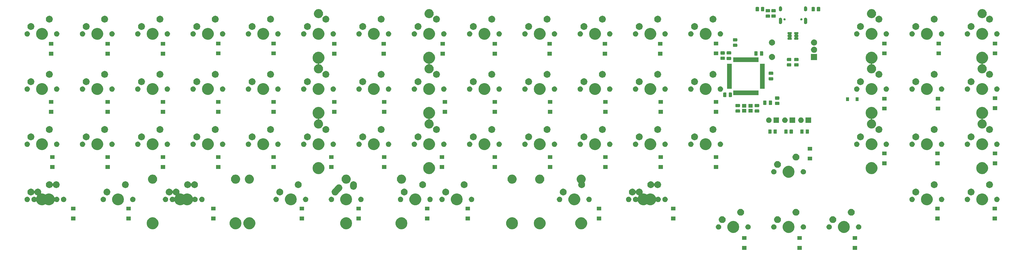
<source format=gbs>
G04 #@! TF.GenerationSoftware,KiCad,Pcbnew,(5.1.4-0)*
G04 #@! TF.CreationDate,2021-04-14T22:14:26-04:00*
G04 #@! TF.ProjectId,gorthage-truck,676f7274-6861-4676-952d-747275636b2e,rev?*
G04 #@! TF.SameCoordinates,Original*
G04 #@! TF.FileFunction,Soldermask,Bot*
G04 #@! TF.FilePolarity,Negative*
%FSLAX46Y46*%
G04 Gerber Fmt 4.6, Leading zero omitted, Abs format (unit mm)*
G04 Created by KiCad (PCBNEW (5.1.4-0)) date 2021-04-14 22:14:26*
%MOMM*%
%LPD*%
G04 APERTURE LIST*
%ADD10C,0.100000*%
G04 APERTURE END LIST*
D10*
G36*
X309361000Y-107888000D02*
G01*
X307859000Y-107888000D01*
X307859000Y-106586000D01*
X309361000Y-106586000D01*
X309361000Y-107888000D01*
X309361000Y-107888000D01*
G37*
G36*
X290311000Y-107888000D02*
G01*
X288809000Y-107888000D01*
X288809000Y-106586000D01*
X290311000Y-106586000D01*
X290311000Y-107888000D01*
X290311000Y-107888000D01*
G37*
G36*
X271261000Y-107888000D02*
G01*
X269759000Y-107888000D01*
X269759000Y-106586000D01*
X271261000Y-106586000D01*
X271261000Y-107888000D01*
X271261000Y-107888000D01*
G37*
G36*
X309361000Y-104488000D02*
G01*
X307859000Y-104488000D01*
X307859000Y-103186000D01*
X309361000Y-103186000D01*
X309361000Y-104488000D01*
X309361000Y-104488000D01*
G37*
G36*
X290311000Y-104488000D02*
G01*
X288809000Y-104488000D01*
X288809000Y-103186000D01*
X290311000Y-103186000D01*
X290311000Y-104488000D01*
X290311000Y-104488000D01*
G37*
G36*
X271261000Y-104488000D02*
G01*
X269759000Y-104488000D01*
X269759000Y-103186000D01*
X271261000Y-103186000D01*
X271261000Y-104488000D01*
X271261000Y-104488000D01*
G37*
G36*
X305396474Y-98046184D02*
G01*
X305614474Y-98136483D01*
X305768623Y-98200333D01*
X306103548Y-98424123D01*
X306388377Y-98708952D01*
X306612167Y-99043877D01*
X306644562Y-99122086D01*
X306766316Y-99416026D01*
X306844900Y-99811094D01*
X306844900Y-100213906D01*
X306766316Y-100608974D01*
X306715451Y-100731772D01*
X306612167Y-100981123D01*
X306388377Y-101316048D01*
X306103548Y-101600877D01*
X305768623Y-101824667D01*
X305614474Y-101888517D01*
X305396474Y-101978816D01*
X305001406Y-102057400D01*
X304598594Y-102057400D01*
X304203526Y-101978816D01*
X303985526Y-101888517D01*
X303831377Y-101824667D01*
X303496452Y-101600877D01*
X303211623Y-101316048D01*
X302987833Y-100981123D01*
X302884549Y-100731772D01*
X302833684Y-100608974D01*
X302755100Y-100213906D01*
X302755100Y-99811094D01*
X302833684Y-99416026D01*
X302955438Y-99122086D01*
X302987833Y-99043877D01*
X303211623Y-98708952D01*
X303496452Y-98424123D01*
X303831377Y-98200333D01*
X303985526Y-98136483D01*
X304203526Y-98046184D01*
X304598594Y-97967600D01*
X305001406Y-97967600D01*
X305396474Y-98046184D01*
X305396474Y-98046184D01*
G37*
G36*
X286346474Y-98046184D02*
G01*
X286564474Y-98136483D01*
X286718623Y-98200333D01*
X287053548Y-98424123D01*
X287338377Y-98708952D01*
X287562167Y-99043877D01*
X287594562Y-99122086D01*
X287716316Y-99416026D01*
X287794900Y-99811094D01*
X287794900Y-100213906D01*
X287716316Y-100608974D01*
X287665451Y-100731772D01*
X287562167Y-100981123D01*
X287338377Y-101316048D01*
X287053548Y-101600877D01*
X286718623Y-101824667D01*
X286564474Y-101888517D01*
X286346474Y-101978816D01*
X285951406Y-102057400D01*
X285548594Y-102057400D01*
X285153526Y-101978816D01*
X284935526Y-101888517D01*
X284781377Y-101824667D01*
X284446452Y-101600877D01*
X284161623Y-101316048D01*
X283937833Y-100981123D01*
X283834549Y-100731772D01*
X283783684Y-100608974D01*
X283705100Y-100213906D01*
X283705100Y-99811094D01*
X283783684Y-99416026D01*
X283905438Y-99122086D01*
X283937833Y-99043877D01*
X284161623Y-98708952D01*
X284446452Y-98424123D01*
X284781377Y-98200333D01*
X284935526Y-98136483D01*
X285153526Y-98046184D01*
X285548594Y-97967600D01*
X285951406Y-97967600D01*
X286346474Y-98046184D01*
X286346474Y-98046184D01*
G37*
G36*
X267296474Y-98046184D02*
G01*
X267514474Y-98136483D01*
X267668623Y-98200333D01*
X268003548Y-98424123D01*
X268288377Y-98708952D01*
X268512167Y-99043877D01*
X268544562Y-99122086D01*
X268666316Y-99416026D01*
X268744900Y-99811094D01*
X268744900Y-100213906D01*
X268666316Y-100608974D01*
X268615451Y-100731772D01*
X268512167Y-100981123D01*
X268288377Y-101316048D01*
X268003548Y-101600877D01*
X267668623Y-101824667D01*
X267514474Y-101888517D01*
X267296474Y-101978816D01*
X266901406Y-102057400D01*
X266498594Y-102057400D01*
X266103526Y-101978816D01*
X265885526Y-101888517D01*
X265731377Y-101824667D01*
X265396452Y-101600877D01*
X265111623Y-101316048D01*
X264887833Y-100981123D01*
X264784549Y-100731772D01*
X264733684Y-100608974D01*
X264655100Y-100213906D01*
X264655100Y-99811094D01*
X264733684Y-99416026D01*
X264855438Y-99122086D01*
X264887833Y-99043877D01*
X265111623Y-98708952D01*
X265396452Y-98424123D01*
X265731377Y-98200333D01*
X265885526Y-98136483D01*
X266103526Y-98046184D01*
X266498594Y-97967600D01*
X266901406Y-97967600D01*
X267296474Y-98046184D01*
X267296474Y-98046184D01*
G37*
G36*
X310150104Y-99122085D02*
G01*
X310318626Y-99191889D01*
X310470291Y-99293228D01*
X310599272Y-99422209D01*
X310700611Y-99573874D01*
X310770415Y-99742396D01*
X310806000Y-99921297D01*
X310806000Y-100103703D01*
X310770415Y-100282604D01*
X310700611Y-100451126D01*
X310599272Y-100602791D01*
X310470291Y-100731772D01*
X310318626Y-100833111D01*
X310150104Y-100902915D01*
X309971203Y-100938500D01*
X309788797Y-100938500D01*
X309609896Y-100902915D01*
X309441374Y-100833111D01*
X309289709Y-100731772D01*
X309160728Y-100602791D01*
X309059389Y-100451126D01*
X308989585Y-100282604D01*
X308954000Y-100103703D01*
X308954000Y-99921297D01*
X308989585Y-99742396D01*
X309059389Y-99573874D01*
X309160728Y-99422209D01*
X309289709Y-99293228D01*
X309441374Y-99191889D01*
X309609896Y-99122085D01*
X309788797Y-99086500D01*
X309971203Y-99086500D01*
X310150104Y-99122085D01*
X310150104Y-99122085D01*
G37*
G36*
X299990104Y-99122085D02*
G01*
X300158626Y-99191889D01*
X300310291Y-99293228D01*
X300439272Y-99422209D01*
X300540611Y-99573874D01*
X300610415Y-99742396D01*
X300646000Y-99921297D01*
X300646000Y-100103703D01*
X300610415Y-100282604D01*
X300540611Y-100451126D01*
X300439272Y-100602791D01*
X300310291Y-100731772D01*
X300158626Y-100833111D01*
X299990104Y-100902915D01*
X299811203Y-100938500D01*
X299628797Y-100938500D01*
X299449896Y-100902915D01*
X299281374Y-100833111D01*
X299129709Y-100731772D01*
X299000728Y-100602791D01*
X298899389Y-100451126D01*
X298829585Y-100282604D01*
X298794000Y-100103703D01*
X298794000Y-99921297D01*
X298829585Y-99742396D01*
X298899389Y-99573874D01*
X299000728Y-99422209D01*
X299129709Y-99293228D01*
X299281374Y-99191889D01*
X299449896Y-99122085D01*
X299628797Y-99086500D01*
X299811203Y-99086500D01*
X299990104Y-99122085D01*
X299990104Y-99122085D01*
G37*
G36*
X291100104Y-99122085D02*
G01*
X291268626Y-99191889D01*
X291420291Y-99293228D01*
X291549272Y-99422209D01*
X291650611Y-99573874D01*
X291720415Y-99742396D01*
X291756000Y-99921297D01*
X291756000Y-100103703D01*
X291720415Y-100282604D01*
X291650611Y-100451126D01*
X291549272Y-100602791D01*
X291420291Y-100731772D01*
X291268626Y-100833111D01*
X291100104Y-100902915D01*
X290921203Y-100938500D01*
X290738797Y-100938500D01*
X290559896Y-100902915D01*
X290391374Y-100833111D01*
X290239709Y-100731772D01*
X290110728Y-100602791D01*
X290009389Y-100451126D01*
X289939585Y-100282604D01*
X289904000Y-100103703D01*
X289904000Y-99921297D01*
X289939585Y-99742396D01*
X290009389Y-99573874D01*
X290110728Y-99422209D01*
X290239709Y-99293228D01*
X290391374Y-99191889D01*
X290559896Y-99122085D01*
X290738797Y-99086500D01*
X290921203Y-99086500D01*
X291100104Y-99122085D01*
X291100104Y-99122085D01*
G37*
G36*
X280940104Y-99122085D02*
G01*
X281108626Y-99191889D01*
X281260291Y-99293228D01*
X281389272Y-99422209D01*
X281490611Y-99573874D01*
X281560415Y-99742396D01*
X281596000Y-99921297D01*
X281596000Y-100103703D01*
X281560415Y-100282604D01*
X281490611Y-100451126D01*
X281389272Y-100602791D01*
X281260291Y-100731772D01*
X281108626Y-100833111D01*
X280940104Y-100902915D01*
X280761203Y-100938500D01*
X280578797Y-100938500D01*
X280399896Y-100902915D01*
X280231374Y-100833111D01*
X280079709Y-100731772D01*
X279950728Y-100602791D01*
X279849389Y-100451126D01*
X279779585Y-100282604D01*
X279744000Y-100103703D01*
X279744000Y-99921297D01*
X279779585Y-99742396D01*
X279849389Y-99573874D01*
X279950728Y-99422209D01*
X280079709Y-99293228D01*
X280231374Y-99191889D01*
X280399896Y-99122085D01*
X280578797Y-99086500D01*
X280761203Y-99086500D01*
X280940104Y-99122085D01*
X280940104Y-99122085D01*
G37*
G36*
X272050104Y-99122085D02*
G01*
X272218626Y-99191889D01*
X272370291Y-99293228D01*
X272499272Y-99422209D01*
X272600611Y-99573874D01*
X272670415Y-99742396D01*
X272706000Y-99921297D01*
X272706000Y-100103703D01*
X272670415Y-100282604D01*
X272600611Y-100451126D01*
X272499272Y-100602791D01*
X272370291Y-100731772D01*
X272218626Y-100833111D01*
X272050104Y-100902915D01*
X271871203Y-100938500D01*
X271688797Y-100938500D01*
X271509896Y-100902915D01*
X271341374Y-100833111D01*
X271189709Y-100731772D01*
X271060728Y-100602791D01*
X270959389Y-100451126D01*
X270889585Y-100282604D01*
X270854000Y-100103703D01*
X270854000Y-99921297D01*
X270889585Y-99742396D01*
X270959389Y-99573874D01*
X271060728Y-99422209D01*
X271189709Y-99293228D01*
X271341374Y-99191889D01*
X271509896Y-99122085D01*
X271688797Y-99086500D01*
X271871203Y-99086500D01*
X272050104Y-99122085D01*
X272050104Y-99122085D01*
G37*
G36*
X261890104Y-99122085D02*
G01*
X262058626Y-99191889D01*
X262210291Y-99293228D01*
X262339272Y-99422209D01*
X262440611Y-99573874D01*
X262510415Y-99742396D01*
X262546000Y-99921297D01*
X262546000Y-100103703D01*
X262510415Y-100282604D01*
X262440611Y-100451126D01*
X262339272Y-100602791D01*
X262210291Y-100731772D01*
X262058626Y-100833111D01*
X261890104Y-100902915D01*
X261711203Y-100938500D01*
X261528797Y-100938500D01*
X261349896Y-100902915D01*
X261181374Y-100833111D01*
X261029709Y-100731772D01*
X260900728Y-100602791D01*
X260799389Y-100451126D01*
X260729585Y-100282604D01*
X260694000Y-100103703D01*
X260694000Y-99921297D01*
X260729585Y-99742396D01*
X260799389Y-99573874D01*
X260900728Y-99422209D01*
X261029709Y-99293228D01*
X261181374Y-99191889D01*
X261349896Y-99122085D01*
X261528797Y-99086500D01*
X261711203Y-99086500D01*
X261890104Y-99122085D01*
X261890104Y-99122085D01*
G37*
G36*
X152996474Y-96776184D02*
G01*
X153214474Y-96866483D01*
X153368623Y-96930333D01*
X153703548Y-97154123D01*
X153988377Y-97438952D01*
X154212167Y-97773877D01*
X154212167Y-97773878D01*
X154366316Y-98146026D01*
X154444900Y-98541094D01*
X154444900Y-98943906D01*
X154366316Y-99338974D01*
X154334400Y-99416025D01*
X154212167Y-99711123D01*
X153988377Y-100046048D01*
X153703548Y-100330877D01*
X153368623Y-100554667D01*
X153252443Y-100602790D01*
X152996474Y-100708816D01*
X152601406Y-100787400D01*
X152198594Y-100787400D01*
X151803526Y-100708816D01*
X151547557Y-100602790D01*
X151431377Y-100554667D01*
X151096452Y-100330877D01*
X150811623Y-100046048D01*
X150587833Y-99711123D01*
X150465600Y-99416025D01*
X150433684Y-99338974D01*
X150355100Y-98943906D01*
X150355100Y-98541094D01*
X150433684Y-98146026D01*
X150587833Y-97773878D01*
X150587833Y-97773877D01*
X150811623Y-97438952D01*
X151096452Y-97154123D01*
X151431377Y-96930333D01*
X151585526Y-96866483D01*
X151803526Y-96776184D01*
X152198594Y-96697600D01*
X152601406Y-96697600D01*
X152996474Y-96776184D01*
X152996474Y-96776184D01*
G37*
G36*
X191096474Y-96776184D02*
G01*
X191314474Y-96866483D01*
X191468623Y-96930333D01*
X191803548Y-97154123D01*
X192088377Y-97438952D01*
X192312167Y-97773877D01*
X192312167Y-97773878D01*
X192466316Y-98146026D01*
X192544900Y-98541094D01*
X192544900Y-98943906D01*
X192466316Y-99338974D01*
X192434400Y-99416025D01*
X192312167Y-99711123D01*
X192088377Y-100046048D01*
X191803548Y-100330877D01*
X191468623Y-100554667D01*
X191352443Y-100602790D01*
X191096474Y-100708816D01*
X190701406Y-100787400D01*
X190298594Y-100787400D01*
X189903526Y-100708816D01*
X189647557Y-100602790D01*
X189531377Y-100554667D01*
X189196452Y-100330877D01*
X188911623Y-100046048D01*
X188687833Y-99711123D01*
X188565600Y-99416025D01*
X188533684Y-99338974D01*
X188455100Y-98943906D01*
X188455100Y-98541094D01*
X188533684Y-98146026D01*
X188687833Y-97773878D01*
X188687833Y-97773877D01*
X188911623Y-97438952D01*
X189196452Y-97154123D01*
X189531377Y-96930333D01*
X189685526Y-96866483D01*
X189903526Y-96776184D01*
X190298594Y-96697600D01*
X190701406Y-96697600D01*
X191096474Y-96776184D01*
X191096474Y-96776184D01*
G37*
G36*
X214908974Y-96776184D02*
G01*
X215126974Y-96866483D01*
X215281123Y-96930333D01*
X215616048Y-97154123D01*
X215900877Y-97438952D01*
X216124667Y-97773877D01*
X216124667Y-97773878D01*
X216278816Y-98146026D01*
X216357400Y-98541094D01*
X216357400Y-98943906D01*
X216278816Y-99338974D01*
X216246900Y-99416025D01*
X216124667Y-99711123D01*
X215900877Y-100046048D01*
X215616048Y-100330877D01*
X215281123Y-100554667D01*
X215164943Y-100602790D01*
X214908974Y-100708816D01*
X214513906Y-100787400D01*
X214111094Y-100787400D01*
X213716026Y-100708816D01*
X213460057Y-100602790D01*
X213343877Y-100554667D01*
X213008952Y-100330877D01*
X212724123Y-100046048D01*
X212500333Y-99711123D01*
X212378100Y-99416025D01*
X212346184Y-99338974D01*
X212267600Y-98943906D01*
X212267600Y-98541094D01*
X212346184Y-98146026D01*
X212500333Y-97773878D01*
X212500333Y-97773877D01*
X212724123Y-97438952D01*
X213008952Y-97154123D01*
X213343877Y-96930333D01*
X213498026Y-96866483D01*
X213716026Y-96776184D01*
X214111094Y-96697600D01*
X214513906Y-96697600D01*
X214908974Y-96776184D01*
X214908974Y-96776184D01*
G37*
G36*
X100608974Y-96776184D02*
G01*
X100826974Y-96866483D01*
X100981123Y-96930333D01*
X101316048Y-97154123D01*
X101600877Y-97438952D01*
X101824667Y-97773877D01*
X101824667Y-97773878D01*
X101978816Y-98146026D01*
X102057400Y-98541094D01*
X102057400Y-98943906D01*
X101978816Y-99338974D01*
X101946900Y-99416025D01*
X101824667Y-99711123D01*
X101600877Y-100046048D01*
X101316048Y-100330877D01*
X100981123Y-100554667D01*
X100864943Y-100602790D01*
X100608974Y-100708816D01*
X100213906Y-100787400D01*
X99811094Y-100787400D01*
X99416026Y-100708816D01*
X99160057Y-100602790D01*
X99043877Y-100554667D01*
X98708952Y-100330877D01*
X98424123Y-100046048D01*
X98200333Y-99711123D01*
X98078100Y-99416025D01*
X98046184Y-99338974D01*
X97967600Y-98943906D01*
X97967600Y-98541094D01*
X98046184Y-98146026D01*
X98200333Y-97773878D01*
X98200333Y-97773877D01*
X98424123Y-97438952D01*
X98708952Y-97154123D01*
X99043877Y-96930333D01*
X99198026Y-96866483D01*
X99416026Y-96776184D01*
X99811094Y-96697600D01*
X100213906Y-96697600D01*
X100608974Y-96776184D01*
X100608974Y-96776184D01*
G37*
G36*
X67271474Y-96776184D02*
G01*
X67489474Y-96866483D01*
X67643623Y-96930333D01*
X67978548Y-97154123D01*
X68263377Y-97438952D01*
X68487167Y-97773877D01*
X68487167Y-97773878D01*
X68641316Y-98146026D01*
X68719900Y-98541094D01*
X68719900Y-98943906D01*
X68641316Y-99338974D01*
X68609400Y-99416025D01*
X68487167Y-99711123D01*
X68263377Y-100046048D01*
X67978548Y-100330877D01*
X67643623Y-100554667D01*
X67527443Y-100602790D01*
X67271474Y-100708816D01*
X66876406Y-100787400D01*
X66473594Y-100787400D01*
X66078526Y-100708816D01*
X65822557Y-100602790D01*
X65706377Y-100554667D01*
X65371452Y-100330877D01*
X65086623Y-100046048D01*
X64862833Y-99711123D01*
X64740600Y-99416025D01*
X64708684Y-99338974D01*
X64630100Y-98943906D01*
X64630100Y-98541094D01*
X64708684Y-98146026D01*
X64862833Y-97773878D01*
X64862833Y-97773877D01*
X65086623Y-97438952D01*
X65371452Y-97154123D01*
X65706377Y-96930333D01*
X65860526Y-96866483D01*
X66078526Y-96776184D01*
X66473594Y-96697600D01*
X66876406Y-96697600D01*
X67271474Y-96776184D01*
X67271474Y-96776184D01*
G37*
G36*
X133946474Y-96776184D02*
G01*
X134164474Y-96866483D01*
X134318623Y-96930333D01*
X134653548Y-97154123D01*
X134938377Y-97438952D01*
X135162167Y-97773877D01*
X135162167Y-97773878D01*
X135316316Y-98146026D01*
X135394900Y-98541094D01*
X135394900Y-98943906D01*
X135316316Y-99338974D01*
X135284400Y-99416025D01*
X135162167Y-99711123D01*
X134938377Y-100046048D01*
X134653548Y-100330877D01*
X134318623Y-100554667D01*
X134202443Y-100602790D01*
X133946474Y-100708816D01*
X133551406Y-100787400D01*
X133148594Y-100787400D01*
X132753526Y-100708816D01*
X132497557Y-100602790D01*
X132381377Y-100554667D01*
X132046452Y-100330877D01*
X131761623Y-100046048D01*
X131537833Y-99711123D01*
X131415600Y-99416025D01*
X131383684Y-99338974D01*
X131305100Y-98943906D01*
X131305100Y-98541094D01*
X131383684Y-98146026D01*
X131537833Y-97773878D01*
X131537833Y-97773877D01*
X131761623Y-97438952D01*
X132046452Y-97154123D01*
X132381377Y-96930333D01*
X132535526Y-96866483D01*
X132753526Y-96776184D01*
X133148594Y-96697600D01*
X133551406Y-96697600D01*
X133946474Y-96776184D01*
X133946474Y-96776184D01*
G37*
G36*
X200621474Y-96776184D02*
G01*
X200839474Y-96866483D01*
X200993623Y-96930333D01*
X201328548Y-97154123D01*
X201613377Y-97438952D01*
X201837167Y-97773877D01*
X201837167Y-97773878D01*
X201991316Y-98146026D01*
X202069900Y-98541094D01*
X202069900Y-98943906D01*
X201991316Y-99338974D01*
X201959400Y-99416025D01*
X201837167Y-99711123D01*
X201613377Y-100046048D01*
X201328548Y-100330877D01*
X200993623Y-100554667D01*
X200877443Y-100602790D01*
X200621474Y-100708816D01*
X200226406Y-100787400D01*
X199823594Y-100787400D01*
X199428526Y-100708816D01*
X199172557Y-100602790D01*
X199056377Y-100554667D01*
X198721452Y-100330877D01*
X198436623Y-100046048D01*
X198212833Y-99711123D01*
X198090600Y-99416025D01*
X198058684Y-99338974D01*
X197980100Y-98943906D01*
X197980100Y-98541094D01*
X198058684Y-98146026D01*
X198212833Y-97773878D01*
X198212833Y-97773877D01*
X198436623Y-97438952D01*
X198721452Y-97154123D01*
X199056377Y-96930333D01*
X199210526Y-96866483D01*
X199428526Y-96776184D01*
X199823594Y-96697600D01*
X200226406Y-96697600D01*
X200621474Y-96776184D01*
X200621474Y-96776184D01*
G37*
G36*
X95846474Y-96776184D02*
G01*
X96064474Y-96866483D01*
X96218623Y-96930333D01*
X96553548Y-97154123D01*
X96838377Y-97438952D01*
X97062167Y-97773877D01*
X97062167Y-97773878D01*
X97216316Y-98146026D01*
X97294900Y-98541094D01*
X97294900Y-98943906D01*
X97216316Y-99338974D01*
X97184400Y-99416025D01*
X97062167Y-99711123D01*
X96838377Y-100046048D01*
X96553548Y-100330877D01*
X96218623Y-100554667D01*
X96102443Y-100602790D01*
X95846474Y-100708816D01*
X95451406Y-100787400D01*
X95048594Y-100787400D01*
X94653526Y-100708816D01*
X94397557Y-100602790D01*
X94281377Y-100554667D01*
X93946452Y-100330877D01*
X93661623Y-100046048D01*
X93437833Y-99711123D01*
X93315600Y-99416025D01*
X93283684Y-99338974D01*
X93205100Y-98943906D01*
X93205100Y-98541094D01*
X93283684Y-98146026D01*
X93437833Y-97773878D01*
X93437833Y-97773877D01*
X93661623Y-97438952D01*
X93946452Y-97154123D01*
X94281377Y-96930333D01*
X94435526Y-96866483D01*
X94653526Y-96776184D01*
X95048594Y-96697600D01*
X95451406Y-96697600D01*
X95846474Y-96776184D01*
X95846474Y-96776184D01*
G37*
G36*
X263081560Y-96311564D02*
G01*
X263233027Y-96341693D01*
X263447045Y-96430342D01*
X263447046Y-96430343D01*
X263639654Y-96559039D01*
X263803461Y-96722846D01*
X263889258Y-96851251D01*
X263932158Y-96915455D01*
X264020807Y-97129473D01*
X264066000Y-97356674D01*
X264066000Y-97588326D01*
X264020807Y-97815527D01*
X263932158Y-98029545D01*
X263932157Y-98029546D01*
X263803461Y-98222154D01*
X263639654Y-98385961D01*
X263582540Y-98424123D01*
X263447045Y-98514658D01*
X263233027Y-98603307D01*
X263081560Y-98633436D01*
X263005827Y-98648500D01*
X262774173Y-98648500D01*
X262698440Y-98633436D01*
X262546973Y-98603307D01*
X262332955Y-98514658D01*
X262197460Y-98424123D01*
X262140346Y-98385961D01*
X261976539Y-98222154D01*
X261847843Y-98029546D01*
X261847842Y-98029545D01*
X261759193Y-97815527D01*
X261714000Y-97588326D01*
X261714000Y-97356674D01*
X261759193Y-97129473D01*
X261847842Y-96915455D01*
X261890742Y-96851251D01*
X261976539Y-96722846D01*
X262140346Y-96559039D01*
X262332954Y-96430343D01*
X262332955Y-96430342D01*
X262546973Y-96341693D01*
X262698440Y-96311564D01*
X262774173Y-96296500D01*
X263005827Y-96296500D01*
X263081560Y-96311564D01*
X263081560Y-96311564D01*
G37*
G36*
X301181560Y-96311564D02*
G01*
X301333027Y-96341693D01*
X301547045Y-96430342D01*
X301547046Y-96430343D01*
X301739654Y-96559039D01*
X301903461Y-96722846D01*
X301989258Y-96851251D01*
X302032158Y-96915455D01*
X302120807Y-97129473D01*
X302166000Y-97356674D01*
X302166000Y-97588326D01*
X302120807Y-97815527D01*
X302032158Y-98029545D01*
X302032157Y-98029546D01*
X301903461Y-98222154D01*
X301739654Y-98385961D01*
X301682540Y-98424123D01*
X301547045Y-98514658D01*
X301333027Y-98603307D01*
X301181560Y-98633436D01*
X301105827Y-98648500D01*
X300874173Y-98648500D01*
X300798440Y-98633436D01*
X300646973Y-98603307D01*
X300432955Y-98514658D01*
X300297460Y-98424123D01*
X300240346Y-98385961D01*
X300076539Y-98222154D01*
X299947843Y-98029546D01*
X299947842Y-98029545D01*
X299859193Y-97815527D01*
X299814000Y-97588326D01*
X299814000Y-97356674D01*
X299859193Y-97129473D01*
X299947842Y-96915455D01*
X299990742Y-96851251D01*
X300076539Y-96722846D01*
X300240346Y-96559039D01*
X300432954Y-96430343D01*
X300432955Y-96430342D01*
X300646973Y-96341693D01*
X300798440Y-96311564D01*
X300874173Y-96296500D01*
X301105827Y-96296500D01*
X301181560Y-96311564D01*
X301181560Y-96311564D01*
G37*
G36*
X282131560Y-96311564D02*
G01*
X282283027Y-96341693D01*
X282497045Y-96430342D01*
X282497046Y-96430343D01*
X282689654Y-96559039D01*
X282853461Y-96722846D01*
X282939258Y-96851251D01*
X282982158Y-96915455D01*
X283070807Y-97129473D01*
X283116000Y-97356674D01*
X283116000Y-97588326D01*
X283070807Y-97815527D01*
X282982158Y-98029545D01*
X282982157Y-98029546D01*
X282853461Y-98222154D01*
X282689654Y-98385961D01*
X282632540Y-98424123D01*
X282497045Y-98514658D01*
X282283027Y-98603307D01*
X282131560Y-98633436D01*
X282055827Y-98648500D01*
X281824173Y-98648500D01*
X281748440Y-98633436D01*
X281596973Y-98603307D01*
X281382955Y-98514658D01*
X281247460Y-98424123D01*
X281190346Y-98385961D01*
X281026539Y-98222154D01*
X280897843Y-98029546D01*
X280897842Y-98029545D01*
X280809193Y-97815527D01*
X280764000Y-97588326D01*
X280764000Y-97356674D01*
X280809193Y-97129473D01*
X280897842Y-96915455D01*
X280940742Y-96851251D01*
X281026539Y-96722846D01*
X281190346Y-96559039D01*
X281382954Y-96430343D01*
X281382955Y-96430342D01*
X281596973Y-96341693D01*
X281748440Y-96311564D01*
X281824173Y-96296500D01*
X282055827Y-96296500D01*
X282131560Y-96311564D01*
X282131560Y-96311564D01*
G37*
G36*
X221223000Y-97728000D02*
G01*
X219721000Y-97728000D01*
X219721000Y-96426000D01*
X221223000Y-96426000D01*
X221223000Y-97728000D01*
X221223000Y-97728000D01*
G37*
G36*
X246750000Y-97728000D02*
G01*
X245248000Y-97728000D01*
X245248000Y-96426000D01*
X246750000Y-96426000D01*
X246750000Y-97728000D01*
X246750000Y-97728000D01*
G37*
G36*
X176011000Y-97728000D02*
G01*
X174509000Y-97728000D01*
X174509000Y-96426000D01*
X176011000Y-96426000D01*
X176011000Y-97728000D01*
X176011000Y-97728000D01*
G37*
G36*
X162041000Y-97728000D02*
G01*
X160539000Y-97728000D01*
X160539000Y-96426000D01*
X162041000Y-96426000D01*
X162041000Y-97728000D01*
X162041000Y-97728000D01*
G37*
G36*
X118861000Y-97728000D02*
G01*
X117359000Y-97728000D01*
X117359000Y-96426000D01*
X118861000Y-96426000D01*
X118861000Y-97728000D01*
X118861000Y-97728000D01*
G37*
G36*
X88381000Y-97728000D02*
G01*
X86879000Y-97728000D01*
X86879000Y-96426000D01*
X88381000Y-96426000D01*
X88381000Y-97728000D01*
X88381000Y-97728000D01*
G37*
G36*
X138419000Y-97728000D02*
G01*
X136917000Y-97728000D01*
X136917000Y-96426000D01*
X138419000Y-96426000D01*
X138419000Y-97728000D01*
X138419000Y-97728000D01*
G37*
G36*
X59171000Y-97728000D02*
G01*
X57669000Y-97728000D01*
X57669000Y-96426000D01*
X59171000Y-96426000D01*
X59171000Y-97728000D01*
X59171000Y-97728000D01*
G37*
G36*
X40121000Y-97728000D02*
G01*
X38619000Y-97728000D01*
X38619000Y-96426000D01*
X40121000Y-96426000D01*
X40121000Y-97728000D01*
X40121000Y-97728000D01*
G37*
G36*
X337809000Y-97728000D02*
G01*
X336307000Y-97728000D01*
X336307000Y-96426000D01*
X337809000Y-96426000D01*
X337809000Y-97728000D01*
X337809000Y-97728000D01*
G37*
G36*
X357494000Y-97728000D02*
G01*
X355992000Y-97728000D01*
X355992000Y-96426000D01*
X357494000Y-96426000D01*
X357494000Y-97728000D01*
X357494000Y-97728000D01*
G37*
G36*
X288481560Y-93771564D02*
G01*
X288633027Y-93801693D01*
X288847045Y-93890342D01*
X288847046Y-93890343D01*
X289039654Y-94019039D01*
X289203461Y-94182846D01*
X289289258Y-94311251D01*
X289332158Y-94375455D01*
X289420807Y-94589473D01*
X289466000Y-94816674D01*
X289466000Y-95048326D01*
X289420807Y-95275527D01*
X289332158Y-95489545D01*
X289332157Y-95489546D01*
X289203461Y-95682154D01*
X289039654Y-95845961D01*
X288911249Y-95931758D01*
X288847045Y-95974658D01*
X288633027Y-96063307D01*
X288481560Y-96093436D01*
X288405827Y-96108500D01*
X288174173Y-96108500D01*
X288098440Y-96093436D01*
X287946973Y-96063307D01*
X287732955Y-95974658D01*
X287668751Y-95931758D01*
X287540346Y-95845961D01*
X287376539Y-95682154D01*
X287247843Y-95489546D01*
X287247842Y-95489545D01*
X287159193Y-95275527D01*
X287114000Y-95048326D01*
X287114000Y-94816674D01*
X287159193Y-94589473D01*
X287247842Y-94375455D01*
X287290742Y-94311251D01*
X287376539Y-94182846D01*
X287540346Y-94019039D01*
X287732954Y-93890343D01*
X287732955Y-93890342D01*
X287946973Y-93801693D01*
X288098440Y-93771564D01*
X288174173Y-93756500D01*
X288405827Y-93756500D01*
X288481560Y-93771564D01*
X288481560Y-93771564D01*
G37*
G36*
X307531560Y-93771564D02*
G01*
X307683027Y-93801693D01*
X307897045Y-93890342D01*
X307897046Y-93890343D01*
X308089654Y-94019039D01*
X308253461Y-94182846D01*
X308339258Y-94311251D01*
X308382158Y-94375455D01*
X308470807Y-94589473D01*
X308516000Y-94816674D01*
X308516000Y-95048326D01*
X308470807Y-95275527D01*
X308382158Y-95489545D01*
X308382157Y-95489546D01*
X308253461Y-95682154D01*
X308089654Y-95845961D01*
X307961249Y-95931758D01*
X307897045Y-95974658D01*
X307683027Y-96063307D01*
X307531560Y-96093436D01*
X307455827Y-96108500D01*
X307224173Y-96108500D01*
X307148440Y-96093436D01*
X306996973Y-96063307D01*
X306782955Y-95974658D01*
X306718751Y-95931758D01*
X306590346Y-95845961D01*
X306426539Y-95682154D01*
X306297843Y-95489546D01*
X306297842Y-95489545D01*
X306209193Y-95275527D01*
X306164000Y-95048326D01*
X306164000Y-94816674D01*
X306209193Y-94589473D01*
X306297842Y-94375455D01*
X306340742Y-94311251D01*
X306426539Y-94182846D01*
X306590346Y-94019039D01*
X306782954Y-93890343D01*
X306782955Y-93890342D01*
X306996973Y-93801693D01*
X307148440Y-93771564D01*
X307224173Y-93756500D01*
X307455827Y-93756500D01*
X307531560Y-93771564D01*
X307531560Y-93771564D01*
G37*
G36*
X269431560Y-93771564D02*
G01*
X269583027Y-93801693D01*
X269797045Y-93890342D01*
X269797046Y-93890343D01*
X269989654Y-94019039D01*
X270153461Y-94182846D01*
X270239258Y-94311251D01*
X270282158Y-94375455D01*
X270370807Y-94589473D01*
X270416000Y-94816674D01*
X270416000Y-95048326D01*
X270370807Y-95275527D01*
X270282158Y-95489545D01*
X270282157Y-95489546D01*
X270153461Y-95682154D01*
X269989654Y-95845961D01*
X269861249Y-95931758D01*
X269797045Y-95974658D01*
X269583027Y-96063307D01*
X269431560Y-96093436D01*
X269355827Y-96108500D01*
X269124173Y-96108500D01*
X269048440Y-96093436D01*
X268896973Y-96063307D01*
X268682955Y-95974658D01*
X268618751Y-95931758D01*
X268490346Y-95845961D01*
X268326539Y-95682154D01*
X268197843Y-95489546D01*
X268197842Y-95489545D01*
X268109193Y-95275527D01*
X268064000Y-95048326D01*
X268064000Y-94816674D01*
X268109193Y-94589473D01*
X268197842Y-94375455D01*
X268240742Y-94311251D01*
X268326539Y-94182846D01*
X268490346Y-94019039D01*
X268682954Y-93890343D01*
X268682955Y-93890342D01*
X268896973Y-93801693D01*
X269048440Y-93771564D01*
X269124173Y-93756500D01*
X269355827Y-93756500D01*
X269431560Y-93771564D01*
X269431560Y-93771564D01*
G37*
G36*
X357494000Y-94328000D02*
G01*
X355992000Y-94328000D01*
X355992000Y-93026000D01*
X357494000Y-93026000D01*
X357494000Y-94328000D01*
X357494000Y-94328000D01*
G37*
G36*
X40121000Y-94328000D02*
G01*
X38619000Y-94328000D01*
X38619000Y-93026000D01*
X40121000Y-93026000D01*
X40121000Y-94328000D01*
X40121000Y-94328000D01*
G37*
G36*
X337809000Y-94328000D02*
G01*
X336307000Y-94328000D01*
X336307000Y-93026000D01*
X337809000Y-93026000D01*
X337809000Y-94328000D01*
X337809000Y-94328000D01*
G37*
G36*
X138419000Y-94328000D02*
G01*
X136917000Y-94328000D01*
X136917000Y-93026000D01*
X138419000Y-93026000D01*
X138419000Y-94328000D01*
X138419000Y-94328000D01*
G37*
G36*
X59171000Y-94328000D02*
G01*
X57669000Y-94328000D01*
X57669000Y-93026000D01*
X59171000Y-93026000D01*
X59171000Y-94328000D01*
X59171000Y-94328000D01*
G37*
G36*
X88381000Y-94328000D02*
G01*
X86879000Y-94328000D01*
X86879000Y-93026000D01*
X88381000Y-93026000D01*
X88381000Y-94328000D01*
X88381000Y-94328000D01*
G37*
G36*
X118861000Y-94328000D02*
G01*
X117359000Y-94328000D01*
X117359000Y-93026000D01*
X118861000Y-93026000D01*
X118861000Y-94328000D01*
X118861000Y-94328000D01*
G37*
G36*
X246750000Y-94328000D02*
G01*
X245248000Y-94328000D01*
X245248000Y-93026000D01*
X246750000Y-93026000D01*
X246750000Y-94328000D01*
X246750000Y-94328000D01*
G37*
G36*
X221223000Y-94328000D02*
G01*
X219721000Y-94328000D01*
X219721000Y-93026000D01*
X221223000Y-93026000D01*
X221223000Y-94328000D01*
X221223000Y-94328000D01*
G37*
G36*
X162041000Y-94328000D02*
G01*
X160539000Y-94328000D01*
X160539000Y-93026000D01*
X162041000Y-93026000D01*
X162041000Y-94328000D01*
X162041000Y-94328000D01*
G37*
G36*
X176011000Y-94328000D02*
G01*
X174509000Y-94328000D01*
X174509000Y-93026000D01*
X176011000Y-93026000D01*
X176011000Y-94328000D01*
X176011000Y-94328000D01*
G37*
G36*
X172046474Y-88521184D02*
G01*
X172264474Y-88611483D01*
X172418623Y-88675333D01*
X172753548Y-88899123D01*
X173038377Y-89183952D01*
X173262167Y-89518877D01*
X173294562Y-89597086D01*
X173416316Y-89891026D01*
X173494900Y-90286094D01*
X173494900Y-90688906D01*
X173416316Y-91083974D01*
X173365451Y-91206772D01*
X173262167Y-91456123D01*
X173038377Y-91791048D01*
X172753548Y-92075877D01*
X172418623Y-92299667D01*
X172264474Y-92363517D01*
X172046474Y-92453816D01*
X171651406Y-92532400D01*
X171248594Y-92532400D01*
X170853526Y-92453816D01*
X170635526Y-92363517D01*
X170481377Y-92299667D01*
X170146452Y-92075877D01*
X169861623Y-91791048D01*
X169637833Y-91456123D01*
X169534549Y-91206772D01*
X169483684Y-91083974D01*
X169405100Y-90688906D01*
X169405100Y-90286094D01*
X169483684Y-89891026D01*
X169605438Y-89597086D01*
X169637833Y-89518877D01*
X169861623Y-89183952D01*
X170146452Y-88899123D01*
X170481377Y-88675333D01*
X170635526Y-88611483D01*
X170853526Y-88521184D01*
X171248594Y-88442600D01*
X171651406Y-88442600D01*
X172046474Y-88521184D01*
X172046474Y-88521184D01*
G37*
G36*
X353021474Y-88521184D02*
G01*
X353239474Y-88611483D01*
X353393623Y-88675333D01*
X353728548Y-88899123D01*
X354013377Y-89183952D01*
X354237167Y-89518877D01*
X354269562Y-89597086D01*
X354391316Y-89891026D01*
X354469900Y-90286094D01*
X354469900Y-90688906D01*
X354391316Y-91083974D01*
X354340451Y-91206772D01*
X354237167Y-91456123D01*
X354013377Y-91791048D01*
X353728548Y-92075877D01*
X353393623Y-92299667D01*
X353239474Y-92363517D01*
X353021474Y-92453816D01*
X352626406Y-92532400D01*
X352223594Y-92532400D01*
X351828526Y-92453816D01*
X351610526Y-92363517D01*
X351456377Y-92299667D01*
X351121452Y-92075877D01*
X350836623Y-91791048D01*
X350612833Y-91456123D01*
X350509549Y-91206772D01*
X350458684Y-91083974D01*
X350380100Y-90688906D01*
X350380100Y-90286094D01*
X350458684Y-89891026D01*
X350580438Y-89597086D01*
X350612833Y-89518877D01*
X350836623Y-89183952D01*
X351121452Y-88899123D01*
X351456377Y-88675333D01*
X351610526Y-88611483D01*
X351828526Y-88521184D01*
X352223594Y-88442600D01*
X352626406Y-88442600D01*
X353021474Y-88521184D01*
X353021474Y-88521184D01*
G37*
G36*
X333971474Y-88521184D02*
G01*
X334189474Y-88611483D01*
X334343623Y-88675333D01*
X334678548Y-88899123D01*
X334963377Y-89183952D01*
X335187167Y-89518877D01*
X335219562Y-89597086D01*
X335341316Y-89891026D01*
X335419900Y-90286094D01*
X335419900Y-90688906D01*
X335341316Y-91083974D01*
X335290451Y-91206772D01*
X335187167Y-91456123D01*
X334963377Y-91791048D01*
X334678548Y-92075877D01*
X334343623Y-92299667D01*
X334189474Y-92363517D01*
X333971474Y-92453816D01*
X333576406Y-92532400D01*
X333173594Y-92532400D01*
X332778526Y-92453816D01*
X332560526Y-92363517D01*
X332406377Y-92299667D01*
X332071452Y-92075877D01*
X331786623Y-91791048D01*
X331562833Y-91456123D01*
X331459549Y-91206772D01*
X331408684Y-91083974D01*
X331330100Y-90688906D01*
X331330100Y-90286094D01*
X331408684Y-89891026D01*
X331530438Y-89597086D01*
X331562833Y-89518877D01*
X331786623Y-89183952D01*
X332071452Y-88899123D01*
X332406377Y-88675333D01*
X332560526Y-88611483D01*
X332778526Y-88521184D01*
X333173594Y-88442600D01*
X333576406Y-88442600D01*
X333971474Y-88521184D01*
X333971474Y-88521184D01*
G37*
G36*
X24956560Y-86786564D02*
G01*
X25108027Y-86816693D01*
X25322045Y-86905342D01*
X25322046Y-86905343D01*
X25514654Y-87034039D01*
X25678461Y-87197846D01*
X25704727Y-87237156D01*
X25807158Y-87390455D01*
X25840144Y-87470091D01*
X25851692Y-87491696D01*
X25867237Y-87510638D01*
X25886179Y-87526183D01*
X25907790Y-87537734D01*
X25931239Y-87544847D01*
X25955625Y-87547249D01*
X25980011Y-87544847D01*
X26003460Y-87537734D01*
X26025071Y-87526183D01*
X26044013Y-87510638D01*
X26059558Y-87491696D01*
X26071106Y-87470091D01*
X26104092Y-87390455D01*
X26206523Y-87237156D01*
X26232789Y-87197846D01*
X26396596Y-87034039D01*
X26589204Y-86905343D01*
X26589205Y-86905342D01*
X26803223Y-86816693D01*
X26954690Y-86786564D01*
X27030423Y-86771500D01*
X27262077Y-86771500D01*
X27337810Y-86786564D01*
X27489277Y-86816693D01*
X27703295Y-86905342D01*
X27703296Y-86905343D01*
X27895904Y-87034039D01*
X28059711Y-87197846D01*
X28085977Y-87237156D01*
X28188408Y-87390455D01*
X28277057Y-87604473D01*
X28288798Y-87663500D01*
X28311966Y-87779970D01*
X28322250Y-87831674D01*
X28322250Y-88063326D01*
X28287034Y-88240371D01*
X28276522Y-88293215D01*
X28274120Y-88317601D01*
X28276522Y-88341987D01*
X28283635Y-88365436D01*
X28295186Y-88387047D01*
X28310731Y-88405989D01*
X28329673Y-88421534D01*
X28351284Y-88433085D01*
X28374733Y-88440198D01*
X28399119Y-88442600D01*
X28776406Y-88442600D01*
X29171474Y-88521184D01*
X29389474Y-88611483D01*
X29543623Y-88675333D01*
X29576280Y-88697154D01*
X29696179Y-88777268D01*
X29717790Y-88788819D01*
X29741239Y-88795932D01*
X29765625Y-88798334D01*
X29790011Y-88795932D01*
X29813460Y-88788819D01*
X29835071Y-88777268D01*
X29954970Y-88697154D01*
X29987627Y-88675333D01*
X30141776Y-88611483D01*
X30359776Y-88521184D01*
X30754844Y-88442600D01*
X31157656Y-88442600D01*
X31552724Y-88521184D01*
X31770724Y-88611483D01*
X31924873Y-88675333D01*
X32259798Y-88899123D01*
X32544627Y-89183952D01*
X32768417Y-89518877D01*
X32800812Y-89597086D01*
X32856642Y-89731872D01*
X32868193Y-89753483D01*
X32883738Y-89772425D01*
X32902680Y-89787970D01*
X32924291Y-89799521D01*
X32947740Y-89806634D01*
X32972126Y-89809036D01*
X32996512Y-89806634D01*
X33019961Y-89799521D01*
X33041572Y-89787970D01*
X33060503Y-89772434D01*
X33064709Y-89768228D01*
X33216374Y-89666889D01*
X33384896Y-89597085D01*
X33563797Y-89561500D01*
X33746203Y-89561500D01*
X33925104Y-89597085D01*
X34093626Y-89666889D01*
X34245291Y-89768228D01*
X34374272Y-89897209D01*
X34475611Y-90048874D01*
X34545415Y-90217396D01*
X34581000Y-90396297D01*
X34581000Y-90578703D01*
X34545415Y-90757604D01*
X34475611Y-90926126D01*
X34374272Y-91077791D01*
X34245291Y-91206772D01*
X34093626Y-91308111D01*
X33925104Y-91377915D01*
X33746203Y-91413500D01*
X33563797Y-91413500D01*
X33384896Y-91377915D01*
X33216374Y-91308111D01*
X33064709Y-91206772D01*
X33060503Y-91202566D01*
X33041572Y-91187030D01*
X33019961Y-91175479D01*
X32996512Y-91168366D01*
X32972126Y-91165964D01*
X32947740Y-91168366D01*
X32924291Y-91175479D01*
X32902680Y-91187030D01*
X32883738Y-91202575D01*
X32868193Y-91221517D01*
X32856642Y-91243128D01*
X32768417Y-91456123D01*
X32544627Y-91791048D01*
X32259798Y-92075877D01*
X31924873Y-92299667D01*
X31770724Y-92363517D01*
X31552724Y-92453816D01*
X31157656Y-92532400D01*
X30754844Y-92532400D01*
X30359776Y-92453816D01*
X30141776Y-92363517D01*
X29987627Y-92299667D01*
X29835069Y-92197731D01*
X29813460Y-92186181D01*
X29790011Y-92179068D01*
X29765625Y-92176666D01*
X29741239Y-92179068D01*
X29717790Y-92186181D01*
X29696181Y-92197731D01*
X29543623Y-92299667D01*
X29389474Y-92363517D01*
X29171474Y-92453816D01*
X28776406Y-92532400D01*
X28373594Y-92532400D01*
X27978526Y-92453816D01*
X27760526Y-92363517D01*
X27606377Y-92299667D01*
X27271452Y-92075877D01*
X26986623Y-91791048D01*
X26762833Y-91456123D01*
X26674608Y-91243128D01*
X26663057Y-91221517D01*
X26647512Y-91202575D01*
X26628570Y-91187030D01*
X26606959Y-91175479D01*
X26583510Y-91168366D01*
X26559124Y-91165964D01*
X26534738Y-91168366D01*
X26511289Y-91175479D01*
X26489678Y-91187030D01*
X26470747Y-91202566D01*
X26466541Y-91206772D01*
X26314876Y-91308111D01*
X26146354Y-91377915D01*
X25967453Y-91413500D01*
X25785047Y-91413500D01*
X25606146Y-91377915D01*
X25437624Y-91308111D01*
X25285959Y-91206772D01*
X25156978Y-91077791D01*
X25055639Y-90926126D01*
X24985835Y-90757604D01*
X24950250Y-90578703D01*
X24950250Y-90396297D01*
X24985835Y-90217396D01*
X25055639Y-90048874D01*
X25156978Y-89897209D01*
X25285959Y-89768228D01*
X25437624Y-89666889D01*
X25606146Y-89597085D01*
X25785047Y-89561500D01*
X25967453Y-89561500D01*
X26146354Y-89597085D01*
X26314876Y-89666889D01*
X26466541Y-89768228D01*
X26470747Y-89772434D01*
X26489678Y-89787970D01*
X26511289Y-89799521D01*
X26534738Y-89806634D01*
X26559124Y-89809036D01*
X26583510Y-89806634D01*
X26606959Y-89799521D01*
X26628570Y-89787970D01*
X26647512Y-89772425D01*
X26663057Y-89753483D01*
X26674608Y-89731872D01*
X26730438Y-89597086D01*
X26762833Y-89518877D01*
X26923484Y-89278446D01*
X26935034Y-89256837D01*
X26942147Y-89233388D01*
X26944549Y-89209002D01*
X26942147Y-89184616D01*
X26935034Y-89161167D01*
X26923483Y-89139556D01*
X26907938Y-89120614D01*
X26888996Y-89105069D01*
X26867385Y-89093518D01*
X26843939Y-89086406D01*
X26803223Y-89078307D01*
X26589205Y-88989658D01*
X26444699Y-88893102D01*
X26396596Y-88860961D01*
X26232789Y-88697154D01*
X26104093Y-88504546D01*
X26104092Y-88504545D01*
X26071106Y-88424909D01*
X26059558Y-88403304D01*
X26044013Y-88384362D01*
X26025071Y-88368817D01*
X26003460Y-88357266D01*
X25980011Y-88350153D01*
X25955625Y-88347751D01*
X25931239Y-88350153D01*
X25907790Y-88357266D01*
X25886179Y-88368817D01*
X25867237Y-88384362D01*
X25851692Y-88403304D01*
X25840144Y-88424909D01*
X25807158Y-88504545D01*
X25807157Y-88504546D01*
X25678461Y-88697154D01*
X25514654Y-88860961D01*
X25466551Y-88893102D01*
X25322045Y-88989658D01*
X25108027Y-89078307D01*
X24973485Y-89105069D01*
X24880827Y-89123500D01*
X24649173Y-89123500D01*
X24556515Y-89105069D01*
X24421973Y-89078307D01*
X24207955Y-88989658D01*
X24063449Y-88893102D01*
X24015346Y-88860961D01*
X23851539Y-88697154D01*
X23722843Y-88504546D01*
X23722842Y-88504545D01*
X23634193Y-88290527D01*
X23589000Y-88063326D01*
X23589000Y-87831674D01*
X23599285Y-87779970D01*
X23622452Y-87663500D01*
X23634193Y-87604473D01*
X23722842Y-87390455D01*
X23825273Y-87237156D01*
X23851539Y-87197846D01*
X24015346Y-87034039D01*
X24207954Y-86905343D01*
X24207955Y-86905342D01*
X24421973Y-86816693D01*
X24573440Y-86786564D01*
X24649173Y-86771500D01*
X24880827Y-86771500D01*
X24956560Y-86786564D01*
X24956560Y-86786564D01*
G37*
G36*
X55365224Y-88521184D02*
G01*
X55583224Y-88611483D01*
X55737373Y-88675333D01*
X56072298Y-88899123D01*
X56357127Y-89183952D01*
X56580917Y-89518877D01*
X56613312Y-89597086D01*
X56735066Y-89891026D01*
X56813650Y-90286094D01*
X56813650Y-90688906D01*
X56735066Y-91083974D01*
X56684201Y-91206772D01*
X56580917Y-91456123D01*
X56357127Y-91791048D01*
X56072298Y-92075877D01*
X55737373Y-92299667D01*
X55583224Y-92363517D01*
X55365224Y-92453816D01*
X54970156Y-92532400D01*
X54567344Y-92532400D01*
X54172276Y-92453816D01*
X53954276Y-92363517D01*
X53800127Y-92299667D01*
X53465202Y-92075877D01*
X53180373Y-91791048D01*
X52956583Y-91456123D01*
X52853299Y-91206772D01*
X52802434Y-91083974D01*
X52723850Y-90688906D01*
X52723850Y-90286094D01*
X52802434Y-89891026D01*
X52924188Y-89597086D01*
X52956583Y-89518877D01*
X53180373Y-89183952D01*
X53465202Y-88899123D01*
X53800127Y-88675333D01*
X53954276Y-88611483D01*
X54172276Y-88521184D01*
X54567344Y-88442600D01*
X54970156Y-88442600D01*
X55365224Y-88521184D01*
X55365224Y-88521184D01*
G37*
G36*
X72581560Y-86786564D02*
G01*
X72733027Y-86816693D01*
X72947045Y-86905342D01*
X72947046Y-86905343D01*
X73139654Y-87034039D01*
X73303461Y-87197846D01*
X73329727Y-87237156D01*
X73432158Y-87390455D01*
X73465144Y-87470091D01*
X73476692Y-87491696D01*
X73492237Y-87510638D01*
X73511179Y-87526183D01*
X73532790Y-87537734D01*
X73556239Y-87544847D01*
X73580625Y-87547249D01*
X73605011Y-87544847D01*
X73628460Y-87537734D01*
X73650071Y-87526183D01*
X73669013Y-87510638D01*
X73684558Y-87491696D01*
X73696106Y-87470091D01*
X73729092Y-87390455D01*
X73831523Y-87237156D01*
X73857789Y-87197846D01*
X74021596Y-87034039D01*
X74214204Y-86905343D01*
X74214205Y-86905342D01*
X74428223Y-86816693D01*
X74579690Y-86786564D01*
X74655423Y-86771500D01*
X74887077Y-86771500D01*
X74962810Y-86786564D01*
X75114277Y-86816693D01*
X75328295Y-86905342D01*
X75328296Y-86905343D01*
X75520904Y-87034039D01*
X75684711Y-87197846D01*
X75710977Y-87237156D01*
X75813408Y-87390455D01*
X75902057Y-87604473D01*
X75913798Y-87663500D01*
X75936966Y-87779970D01*
X75947250Y-87831674D01*
X75947250Y-88063326D01*
X75912034Y-88240371D01*
X75901522Y-88293215D01*
X75899120Y-88317601D01*
X75901522Y-88341987D01*
X75908635Y-88365436D01*
X75920186Y-88387047D01*
X75935731Y-88405989D01*
X75954673Y-88421534D01*
X75976284Y-88433085D01*
X75999733Y-88440198D01*
X76024119Y-88442600D01*
X76401406Y-88442600D01*
X76796474Y-88521184D01*
X77014474Y-88611483D01*
X77168623Y-88675333D01*
X77201280Y-88697154D01*
X77321179Y-88777268D01*
X77342790Y-88788819D01*
X77366239Y-88795932D01*
X77390625Y-88798334D01*
X77415011Y-88795932D01*
X77438460Y-88788819D01*
X77460071Y-88777268D01*
X77579970Y-88697154D01*
X77612627Y-88675333D01*
X77766776Y-88611483D01*
X77984776Y-88521184D01*
X78379844Y-88442600D01*
X78782656Y-88442600D01*
X79177724Y-88521184D01*
X79395724Y-88611483D01*
X79549873Y-88675333D01*
X79884798Y-88899123D01*
X80169627Y-89183952D01*
X80393417Y-89518877D01*
X80425812Y-89597086D01*
X80481642Y-89731872D01*
X80493193Y-89753483D01*
X80508738Y-89772425D01*
X80527680Y-89787970D01*
X80549291Y-89799521D01*
X80572740Y-89806634D01*
X80597126Y-89809036D01*
X80621512Y-89806634D01*
X80644961Y-89799521D01*
X80666572Y-89787970D01*
X80685503Y-89772434D01*
X80689709Y-89768228D01*
X80841374Y-89666889D01*
X81009896Y-89597085D01*
X81188797Y-89561500D01*
X81371203Y-89561500D01*
X81550104Y-89597085D01*
X81718626Y-89666889D01*
X81870291Y-89768228D01*
X81999272Y-89897209D01*
X82100611Y-90048874D01*
X82170415Y-90217396D01*
X82206000Y-90396297D01*
X82206000Y-90578703D01*
X82170415Y-90757604D01*
X82100611Y-90926126D01*
X81999272Y-91077791D01*
X81870291Y-91206772D01*
X81718626Y-91308111D01*
X81550104Y-91377915D01*
X81371203Y-91413500D01*
X81188797Y-91413500D01*
X81009896Y-91377915D01*
X80841374Y-91308111D01*
X80689709Y-91206772D01*
X80685503Y-91202566D01*
X80666572Y-91187030D01*
X80644961Y-91175479D01*
X80621512Y-91168366D01*
X80597126Y-91165964D01*
X80572740Y-91168366D01*
X80549291Y-91175479D01*
X80527680Y-91187030D01*
X80508738Y-91202575D01*
X80493193Y-91221517D01*
X80481642Y-91243128D01*
X80393417Y-91456123D01*
X80169627Y-91791048D01*
X79884798Y-92075877D01*
X79549873Y-92299667D01*
X79395724Y-92363517D01*
X79177724Y-92453816D01*
X78782656Y-92532400D01*
X78379844Y-92532400D01*
X77984776Y-92453816D01*
X77766776Y-92363517D01*
X77612627Y-92299667D01*
X77460069Y-92197731D01*
X77438460Y-92186181D01*
X77415011Y-92179068D01*
X77390625Y-92176666D01*
X77366239Y-92179068D01*
X77342790Y-92186181D01*
X77321181Y-92197731D01*
X77168623Y-92299667D01*
X77014474Y-92363517D01*
X76796474Y-92453816D01*
X76401406Y-92532400D01*
X75998594Y-92532400D01*
X75603526Y-92453816D01*
X75385526Y-92363517D01*
X75231377Y-92299667D01*
X74896452Y-92075877D01*
X74611623Y-91791048D01*
X74387833Y-91456123D01*
X74299608Y-91243128D01*
X74288057Y-91221517D01*
X74272512Y-91202575D01*
X74253570Y-91187030D01*
X74231959Y-91175479D01*
X74208510Y-91168366D01*
X74184124Y-91165964D01*
X74159738Y-91168366D01*
X74136289Y-91175479D01*
X74114678Y-91187030D01*
X74095747Y-91202566D01*
X74091541Y-91206772D01*
X73939876Y-91308111D01*
X73771354Y-91377915D01*
X73592453Y-91413500D01*
X73410047Y-91413500D01*
X73231146Y-91377915D01*
X73062624Y-91308111D01*
X72910959Y-91206772D01*
X72781978Y-91077791D01*
X72680639Y-90926126D01*
X72610835Y-90757604D01*
X72575250Y-90578703D01*
X72575250Y-90396297D01*
X72610835Y-90217396D01*
X72680639Y-90048874D01*
X72781978Y-89897209D01*
X72910959Y-89768228D01*
X73062624Y-89666889D01*
X73231146Y-89597085D01*
X73410047Y-89561500D01*
X73592453Y-89561500D01*
X73771354Y-89597085D01*
X73939876Y-89666889D01*
X74091541Y-89768228D01*
X74095747Y-89772434D01*
X74114678Y-89787970D01*
X74136289Y-89799521D01*
X74159738Y-89806634D01*
X74184124Y-89809036D01*
X74208510Y-89806634D01*
X74231959Y-89799521D01*
X74253570Y-89787970D01*
X74272512Y-89772425D01*
X74288057Y-89753483D01*
X74299608Y-89731872D01*
X74355438Y-89597086D01*
X74387833Y-89518877D01*
X74548484Y-89278446D01*
X74560034Y-89256837D01*
X74567147Y-89233388D01*
X74569549Y-89209002D01*
X74567147Y-89184616D01*
X74560034Y-89161167D01*
X74548483Y-89139556D01*
X74532938Y-89120614D01*
X74513996Y-89105069D01*
X74492385Y-89093518D01*
X74468939Y-89086406D01*
X74428223Y-89078307D01*
X74214205Y-88989658D01*
X74069699Y-88893102D01*
X74021596Y-88860961D01*
X73857789Y-88697154D01*
X73729093Y-88504546D01*
X73729092Y-88504545D01*
X73696106Y-88424909D01*
X73684558Y-88403304D01*
X73669013Y-88384362D01*
X73650071Y-88368817D01*
X73628460Y-88357266D01*
X73605011Y-88350153D01*
X73580625Y-88347751D01*
X73556239Y-88350153D01*
X73532790Y-88357266D01*
X73511179Y-88368817D01*
X73492237Y-88384362D01*
X73476692Y-88403304D01*
X73465144Y-88424909D01*
X73432158Y-88504545D01*
X73432157Y-88504546D01*
X73303461Y-88697154D01*
X73139654Y-88860961D01*
X73091551Y-88893102D01*
X72947045Y-88989658D01*
X72733027Y-89078307D01*
X72598485Y-89105069D01*
X72505827Y-89123500D01*
X72274173Y-89123500D01*
X72181515Y-89105069D01*
X72046973Y-89078307D01*
X71832955Y-88989658D01*
X71688449Y-88893102D01*
X71640346Y-88860961D01*
X71476539Y-88697154D01*
X71347843Y-88504546D01*
X71347842Y-88504545D01*
X71259193Y-88290527D01*
X71214000Y-88063326D01*
X71214000Y-87831674D01*
X71224285Y-87779970D01*
X71247452Y-87663500D01*
X71259193Y-87604473D01*
X71347842Y-87390455D01*
X71450273Y-87237156D01*
X71476539Y-87197846D01*
X71640346Y-87034039D01*
X71832954Y-86905343D01*
X71832955Y-86905342D01*
X72046973Y-86816693D01*
X72198440Y-86786564D01*
X72274173Y-86771500D01*
X72505827Y-86771500D01*
X72581560Y-86786564D01*
X72581560Y-86786564D01*
G37*
G36*
X114896474Y-88521184D02*
G01*
X115114474Y-88611483D01*
X115268623Y-88675333D01*
X115603548Y-88899123D01*
X115888377Y-89183952D01*
X116112167Y-89518877D01*
X116144562Y-89597086D01*
X116266316Y-89891026D01*
X116344900Y-90286094D01*
X116344900Y-90688906D01*
X116266316Y-91083974D01*
X116215451Y-91206772D01*
X116112167Y-91456123D01*
X115888377Y-91791048D01*
X115603548Y-92075877D01*
X115268623Y-92299667D01*
X115114474Y-92363517D01*
X114896474Y-92453816D01*
X114501406Y-92532400D01*
X114098594Y-92532400D01*
X113703526Y-92453816D01*
X113485526Y-92363517D01*
X113331377Y-92299667D01*
X112996452Y-92075877D01*
X112711623Y-91791048D01*
X112487833Y-91456123D01*
X112384549Y-91206772D01*
X112333684Y-91083974D01*
X112255100Y-90688906D01*
X112255100Y-90286094D01*
X112333684Y-89891026D01*
X112455438Y-89597086D01*
X112487833Y-89518877D01*
X112711623Y-89183952D01*
X112996452Y-88899123D01*
X113331377Y-88675333D01*
X113485526Y-88611483D01*
X113703526Y-88521184D01*
X114098594Y-88442600D01*
X114501406Y-88442600D01*
X114896474Y-88521184D01*
X114896474Y-88521184D01*
G37*
G36*
X157758974Y-88521184D02*
G01*
X157976974Y-88611483D01*
X158131123Y-88675333D01*
X158466048Y-88899123D01*
X158750877Y-89183952D01*
X158974667Y-89518877D01*
X159007062Y-89597086D01*
X159128816Y-89891026D01*
X159207400Y-90286094D01*
X159207400Y-90688906D01*
X159128816Y-91083974D01*
X159077951Y-91206772D01*
X158974667Y-91456123D01*
X158750877Y-91791048D01*
X158466048Y-92075877D01*
X158131123Y-92299667D01*
X157976974Y-92363517D01*
X157758974Y-92453816D01*
X157363906Y-92532400D01*
X156961094Y-92532400D01*
X156566026Y-92453816D01*
X156348026Y-92363517D01*
X156193877Y-92299667D01*
X155858952Y-92075877D01*
X155574123Y-91791048D01*
X155350333Y-91456123D01*
X155247049Y-91206772D01*
X155196184Y-91083974D01*
X155117600Y-90688906D01*
X155117600Y-90286094D01*
X155196184Y-89891026D01*
X155317938Y-89597086D01*
X155350333Y-89518877D01*
X155574123Y-89183952D01*
X155858952Y-88899123D01*
X156193877Y-88675333D01*
X156348026Y-88611483D01*
X156566026Y-88521184D01*
X156961094Y-88442600D01*
X157363906Y-88442600D01*
X157758974Y-88521184D01*
X157758974Y-88521184D01*
G37*
G36*
X212527724Y-88521184D02*
G01*
X212745724Y-88611483D01*
X212899873Y-88675333D01*
X213234798Y-88899123D01*
X213519627Y-89183952D01*
X213743417Y-89518877D01*
X213775812Y-89597086D01*
X213897566Y-89891026D01*
X213976150Y-90286094D01*
X213976150Y-90688906D01*
X213897566Y-91083974D01*
X213846701Y-91206772D01*
X213743417Y-91456123D01*
X213519627Y-91791048D01*
X213234798Y-92075877D01*
X212899873Y-92299667D01*
X212745724Y-92363517D01*
X212527724Y-92453816D01*
X212132656Y-92532400D01*
X211729844Y-92532400D01*
X211334776Y-92453816D01*
X211116776Y-92363517D01*
X210962627Y-92299667D01*
X210627702Y-92075877D01*
X210342873Y-91791048D01*
X210119083Y-91456123D01*
X210015799Y-91206772D01*
X209964934Y-91083974D01*
X209886350Y-90688906D01*
X209886350Y-90286094D01*
X209964934Y-89891026D01*
X210086688Y-89597086D01*
X210119083Y-89518877D01*
X210342873Y-89183952D01*
X210627702Y-88899123D01*
X210962627Y-88675333D01*
X211116776Y-88611483D01*
X211334776Y-88521184D01*
X211729844Y-88442600D01*
X212132656Y-88442600D01*
X212527724Y-88521184D01*
X212527724Y-88521184D01*
G37*
G36*
X133946474Y-88521184D02*
G01*
X134164474Y-88611483D01*
X134318623Y-88675333D01*
X134653548Y-88899123D01*
X134938377Y-89183952D01*
X135162167Y-89518877D01*
X135194562Y-89597086D01*
X135316316Y-89891026D01*
X135394900Y-90286094D01*
X135394900Y-90688906D01*
X135316316Y-91083974D01*
X135265451Y-91206772D01*
X135162167Y-91456123D01*
X134938377Y-91791048D01*
X134653548Y-92075877D01*
X134318623Y-92299667D01*
X134164474Y-92363517D01*
X133946474Y-92453816D01*
X133551406Y-92532400D01*
X133148594Y-92532400D01*
X132753526Y-92453816D01*
X132535526Y-92363517D01*
X132381377Y-92299667D01*
X132046452Y-92075877D01*
X131761623Y-91791048D01*
X131537833Y-91456123D01*
X131434549Y-91206772D01*
X131383684Y-91083974D01*
X131305100Y-90688906D01*
X131305100Y-90286094D01*
X131383684Y-89891026D01*
X131505438Y-89597086D01*
X131537833Y-89518877D01*
X131761623Y-89183952D01*
X132046452Y-88899123D01*
X132381377Y-88675333D01*
X132535526Y-88611483D01*
X132753526Y-88521184D01*
X133148594Y-88442600D01*
X133551406Y-88442600D01*
X133946474Y-88521184D01*
X133946474Y-88521184D01*
G37*
G36*
X232125310Y-86786564D02*
G01*
X232276777Y-86816693D01*
X232490795Y-86905342D01*
X232490796Y-86905343D01*
X232683404Y-87034039D01*
X232847211Y-87197846D01*
X232873477Y-87237156D01*
X232975908Y-87390455D01*
X233008894Y-87470091D01*
X233020442Y-87491696D01*
X233035987Y-87510638D01*
X233054929Y-87526183D01*
X233076540Y-87537734D01*
X233099989Y-87544847D01*
X233124375Y-87547249D01*
X233148761Y-87544847D01*
X233172210Y-87537734D01*
X233193821Y-87526183D01*
X233212763Y-87510638D01*
X233228308Y-87491696D01*
X233239856Y-87470091D01*
X233272842Y-87390455D01*
X233375273Y-87237156D01*
X233401539Y-87197846D01*
X233565346Y-87034039D01*
X233757954Y-86905343D01*
X233757955Y-86905342D01*
X233971973Y-86816693D01*
X234123440Y-86786564D01*
X234199173Y-86771500D01*
X234430827Y-86771500D01*
X234506560Y-86786564D01*
X234658027Y-86816693D01*
X234872045Y-86905342D01*
X234872046Y-86905343D01*
X235064654Y-87034039D01*
X235228461Y-87197846D01*
X235254727Y-87237156D01*
X235357158Y-87390455D01*
X235445807Y-87604473D01*
X235457548Y-87663500D01*
X235480716Y-87779970D01*
X235491000Y-87831674D01*
X235491000Y-88063326D01*
X235455784Y-88240371D01*
X235445272Y-88293215D01*
X235442870Y-88317601D01*
X235445272Y-88341987D01*
X235452385Y-88365436D01*
X235463936Y-88387047D01*
X235479481Y-88405989D01*
X235498423Y-88421534D01*
X235520034Y-88433085D01*
X235543483Y-88440198D01*
X235567869Y-88442600D01*
X235945156Y-88442600D01*
X236340224Y-88521184D01*
X236558224Y-88611483D01*
X236712373Y-88675333D01*
X236745030Y-88697154D01*
X236864929Y-88777268D01*
X236886540Y-88788819D01*
X236909989Y-88795932D01*
X236934375Y-88798334D01*
X236958761Y-88795932D01*
X236982210Y-88788819D01*
X237003821Y-88777268D01*
X237123720Y-88697154D01*
X237156377Y-88675333D01*
X237310526Y-88611483D01*
X237528526Y-88521184D01*
X237923594Y-88442600D01*
X238326406Y-88442600D01*
X238721474Y-88521184D01*
X238939474Y-88611483D01*
X239093623Y-88675333D01*
X239428548Y-88899123D01*
X239713377Y-89183952D01*
X239937167Y-89518877D01*
X239969562Y-89597086D01*
X240025392Y-89731872D01*
X240036943Y-89753483D01*
X240052488Y-89772425D01*
X240071430Y-89787970D01*
X240093041Y-89799521D01*
X240116490Y-89806634D01*
X240140876Y-89809036D01*
X240165262Y-89806634D01*
X240188711Y-89799521D01*
X240210322Y-89787970D01*
X240229253Y-89772434D01*
X240233459Y-89768228D01*
X240385124Y-89666889D01*
X240553646Y-89597085D01*
X240732547Y-89561500D01*
X240914953Y-89561500D01*
X241093854Y-89597085D01*
X241262376Y-89666889D01*
X241414041Y-89768228D01*
X241543022Y-89897209D01*
X241644361Y-90048874D01*
X241714165Y-90217396D01*
X241749750Y-90396297D01*
X241749750Y-90578703D01*
X241714165Y-90757604D01*
X241644361Y-90926126D01*
X241543022Y-91077791D01*
X241414041Y-91206772D01*
X241262376Y-91308111D01*
X241093854Y-91377915D01*
X240914953Y-91413500D01*
X240732547Y-91413500D01*
X240553646Y-91377915D01*
X240385124Y-91308111D01*
X240233459Y-91206772D01*
X240229253Y-91202566D01*
X240210322Y-91187030D01*
X240188711Y-91175479D01*
X240165262Y-91168366D01*
X240140876Y-91165964D01*
X240116490Y-91168366D01*
X240093041Y-91175479D01*
X240071430Y-91187030D01*
X240052488Y-91202575D01*
X240036943Y-91221517D01*
X240025392Y-91243128D01*
X239937167Y-91456123D01*
X239713377Y-91791048D01*
X239428548Y-92075877D01*
X239093623Y-92299667D01*
X238939474Y-92363517D01*
X238721474Y-92453816D01*
X238326406Y-92532400D01*
X237923594Y-92532400D01*
X237528526Y-92453816D01*
X237310526Y-92363517D01*
X237156377Y-92299667D01*
X237003819Y-92197731D01*
X236982210Y-92186181D01*
X236958761Y-92179068D01*
X236934375Y-92176666D01*
X236909989Y-92179068D01*
X236886540Y-92186181D01*
X236864931Y-92197731D01*
X236712373Y-92299667D01*
X236558224Y-92363517D01*
X236340224Y-92453816D01*
X235945156Y-92532400D01*
X235542344Y-92532400D01*
X235147276Y-92453816D01*
X234929276Y-92363517D01*
X234775127Y-92299667D01*
X234440202Y-92075877D01*
X234155373Y-91791048D01*
X233931583Y-91456123D01*
X233843358Y-91243128D01*
X233831807Y-91221517D01*
X233816262Y-91202575D01*
X233797320Y-91187030D01*
X233775709Y-91175479D01*
X233752260Y-91168366D01*
X233727874Y-91165964D01*
X233703488Y-91168366D01*
X233680039Y-91175479D01*
X233658428Y-91187030D01*
X233639497Y-91202566D01*
X233635291Y-91206772D01*
X233483626Y-91308111D01*
X233315104Y-91377915D01*
X233136203Y-91413500D01*
X232953797Y-91413500D01*
X232774896Y-91377915D01*
X232606374Y-91308111D01*
X232454709Y-91206772D01*
X232325728Y-91077791D01*
X232224389Y-90926126D01*
X232154585Y-90757604D01*
X232119000Y-90578703D01*
X232119000Y-90396297D01*
X232154585Y-90217396D01*
X232224389Y-90048874D01*
X232325728Y-89897209D01*
X232454709Y-89768228D01*
X232606374Y-89666889D01*
X232774896Y-89597085D01*
X232953797Y-89561500D01*
X233136203Y-89561500D01*
X233315104Y-89597085D01*
X233483626Y-89666889D01*
X233635291Y-89768228D01*
X233639497Y-89772434D01*
X233658428Y-89787970D01*
X233680039Y-89799521D01*
X233703488Y-89806634D01*
X233727874Y-89809036D01*
X233752260Y-89806634D01*
X233775709Y-89799521D01*
X233797320Y-89787970D01*
X233816262Y-89772425D01*
X233831807Y-89753483D01*
X233843358Y-89731872D01*
X233899188Y-89597086D01*
X233931583Y-89518877D01*
X234092234Y-89278446D01*
X234103784Y-89256837D01*
X234110897Y-89233388D01*
X234113299Y-89209002D01*
X234110897Y-89184616D01*
X234103784Y-89161167D01*
X234092233Y-89139556D01*
X234076688Y-89120614D01*
X234057746Y-89105069D01*
X234036135Y-89093518D01*
X234012689Y-89086406D01*
X233971973Y-89078307D01*
X233757955Y-88989658D01*
X233613449Y-88893102D01*
X233565346Y-88860961D01*
X233401539Y-88697154D01*
X233272843Y-88504546D01*
X233272842Y-88504545D01*
X233239856Y-88424909D01*
X233228308Y-88403304D01*
X233212763Y-88384362D01*
X233193821Y-88368817D01*
X233172210Y-88357266D01*
X233148761Y-88350153D01*
X233124375Y-88347751D01*
X233099989Y-88350153D01*
X233076540Y-88357266D01*
X233054929Y-88368817D01*
X233035987Y-88384362D01*
X233020442Y-88403304D01*
X233008894Y-88424909D01*
X232975908Y-88504545D01*
X232975907Y-88504546D01*
X232847211Y-88697154D01*
X232683404Y-88860961D01*
X232635301Y-88893102D01*
X232490795Y-88989658D01*
X232276777Y-89078307D01*
X232142235Y-89105069D01*
X232049577Y-89123500D01*
X231817923Y-89123500D01*
X231725265Y-89105069D01*
X231590723Y-89078307D01*
X231376705Y-88989658D01*
X231232199Y-88893102D01*
X231184096Y-88860961D01*
X231020289Y-88697154D01*
X230891593Y-88504546D01*
X230891592Y-88504545D01*
X230802943Y-88290527D01*
X230757750Y-88063326D01*
X230757750Y-87831674D01*
X230768035Y-87779970D01*
X230791202Y-87663500D01*
X230802943Y-87604473D01*
X230891592Y-87390455D01*
X230994023Y-87237156D01*
X231020289Y-87197846D01*
X231184096Y-87034039D01*
X231376704Y-86905343D01*
X231376705Y-86905342D01*
X231590723Y-86816693D01*
X231742190Y-86786564D01*
X231817923Y-86771500D01*
X232049577Y-86771500D01*
X232125310Y-86786564D01*
X232125310Y-86786564D01*
G37*
G36*
X347615104Y-89597085D02*
G01*
X347783626Y-89666889D01*
X347935291Y-89768228D01*
X348064272Y-89897209D01*
X348165611Y-90048874D01*
X348235415Y-90217396D01*
X348271000Y-90396297D01*
X348271000Y-90578703D01*
X348235415Y-90757604D01*
X348165611Y-90926126D01*
X348064272Y-91077791D01*
X347935291Y-91206772D01*
X347783626Y-91308111D01*
X347615104Y-91377915D01*
X347436203Y-91413500D01*
X347253797Y-91413500D01*
X347074896Y-91377915D01*
X346906374Y-91308111D01*
X346754709Y-91206772D01*
X346625728Y-91077791D01*
X346524389Y-90926126D01*
X346454585Y-90757604D01*
X346419000Y-90578703D01*
X346419000Y-90396297D01*
X346454585Y-90217396D01*
X346524389Y-90048874D01*
X346625728Y-89897209D01*
X346754709Y-89768228D01*
X346906374Y-89666889D01*
X347074896Y-89597085D01*
X347253797Y-89561500D01*
X347436203Y-89561500D01*
X347615104Y-89597085D01*
X347615104Y-89597085D01*
G37*
G36*
X217281354Y-89597085D02*
G01*
X217449876Y-89666889D01*
X217601541Y-89768228D01*
X217730522Y-89897209D01*
X217831861Y-90048874D01*
X217901665Y-90217396D01*
X217937250Y-90396297D01*
X217937250Y-90578703D01*
X217901665Y-90757604D01*
X217831861Y-90926126D01*
X217730522Y-91077791D01*
X217601541Y-91206772D01*
X217449876Y-91308111D01*
X217281354Y-91377915D01*
X217102453Y-91413500D01*
X216920047Y-91413500D01*
X216741146Y-91377915D01*
X216572624Y-91308111D01*
X216420959Y-91206772D01*
X216291978Y-91077791D01*
X216190639Y-90926126D01*
X216120835Y-90757604D01*
X216085250Y-90578703D01*
X216085250Y-90396297D01*
X216120835Y-90217396D01*
X216190639Y-90048874D01*
X216291978Y-89897209D01*
X216420959Y-89768228D01*
X216572624Y-89666889D01*
X216741146Y-89597085D01*
X216920047Y-89561500D01*
X217102453Y-89561500D01*
X217281354Y-89597085D01*
X217281354Y-89597085D01*
G37*
G36*
X207121354Y-89597085D02*
G01*
X207289876Y-89666889D01*
X207441541Y-89768228D01*
X207570522Y-89897209D01*
X207671861Y-90048874D01*
X207741665Y-90217396D01*
X207777250Y-90396297D01*
X207777250Y-90578703D01*
X207741665Y-90757604D01*
X207671861Y-90926126D01*
X207570522Y-91077791D01*
X207441541Y-91206772D01*
X207289876Y-91308111D01*
X207121354Y-91377915D01*
X206942453Y-91413500D01*
X206760047Y-91413500D01*
X206581146Y-91377915D01*
X206412624Y-91308111D01*
X206260959Y-91206772D01*
X206131978Y-91077791D01*
X206030639Y-90926126D01*
X205960835Y-90757604D01*
X205925250Y-90578703D01*
X205925250Y-90396297D01*
X205960835Y-90217396D01*
X206030639Y-90048874D01*
X206131978Y-89897209D01*
X206260959Y-89768228D01*
X206412624Y-89666889D01*
X206581146Y-89597085D01*
X206760047Y-89561500D01*
X206942453Y-89561500D01*
X207121354Y-89597085D01*
X207121354Y-89597085D01*
G37*
G36*
X162512604Y-89597085D02*
G01*
X162681126Y-89666889D01*
X162832791Y-89768228D01*
X162961772Y-89897209D01*
X163063111Y-90048874D01*
X163132915Y-90217396D01*
X163168500Y-90396297D01*
X163168500Y-90578703D01*
X163132915Y-90757604D01*
X163063111Y-90926126D01*
X162961772Y-91077791D01*
X162832791Y-91206772D01*
X162681126Y-91308111D01*
X162512604Y-91377915D01*
X162333703Y-91413500D01*
X162151297Y-91413500D01*
X161972396Y-91377915D01*
X161803874Y-91308111D01*
X161652209Y-91206772D01*
X161523228Y-91077791D01*
X161421889Y-90926126D01*
X161352085Y-90757604D01*
X161316500Y-90578703D01*
X161316500Y-90396297D01*
X161352085Y-90217396D01*
X161421889Y-90048874D01*
X161523228Y-89897209D01*
X161652209Y-89768228D01*
X161803874Y-89666889D01*
X161972396Y-89597085D01*
X162151297Y-89561500D01*
X162333703Y-89561500D01*
X162512604Y-89597085D01*
X162512604Y-89597085D01*
G37*
G36*
X230933854Y-89597085D02*
G01*
X231102376Y-89666889D01*
X231254041Y-89768228D01*
X231383022Y-89897209D01*
X231484361Y-90048874D01*
X231554165Y-90217396D01*
X231589750Y-90396297D01*
X231589750Y-90578703D01*
X231554165Y-90757604D01*
X231484361Y-90926126D01*
X231383022Y-91077791D01*
X231254041Y-91206772D01*
X231102376Y-91308111D01*
X230933854Y-91377915D01*
X230754953Y-91413500D01*
X230572547Y-91413500D01*
X230393646Y-91377915D01*
X230225124Y-91308111D01*
X230073459Y-91206772D01*
X229944478Y-91077791D01*
X229843139Y-90926126D01*
X229773335Y-90757604D01*
X229737750Y-90578703D01*
X229737750Y-90396297D01*
X229773335Y-90217396D01*
X229843139Y-90048874D01*
X229944478Y-89897209D01*
X230073459Y-89768228D01*
X230225124Y-89666889D01*
X230393646Y-89597085D01*
X230572547Y-89561500D01*
X230754953Y-89561500D01*
X230933854Y-89597085D01*
X230933854Y-89597085D01*
G37*
G36*
X119650104Y-89597085D02*
G01*
X119818626Y-89666889D01*
X119970291Y-89768228D01*
X120099272Y-89897209D01*
X120200611Y-90048874D01*
X120270415Y-90217396D01*
X120306000Y-90396297D01*
X120306000Y-90578703D01*
X120270415Y-90757604D01*
X120200611Y-90926126D01*
X120099272Y-91077791D01*
X119970291Y-91206772D01*
X119818626Y-91308111D01*
X119650104Y-91377915D01*
X119471203Y-91413500D01*
X119288797Y-91413500D01*
X119109896Y-91377915D01*
X118941374Y-91308111D01*
X118789709Y-91206772D01*
X118660728Y-91077791D01*
X118559389Y-90926126D01*
X118489585Y-90757604D01*
X118454000Y-90578703D01*
X118454000Y-90396297D01*
X118489585Y-90217396D01*
X118559389Y-90048874D01*
X118660728Y-89897209D01*
X118789709Y-89768228D01*
X118941374Y-89666889D01*
X119109896Y-89597085D01*
X119288797Y-89561500D01*
X119471203Y-89561500D01*
X119650104Y-89597085D01*
X119650104Y-89597085D01*
G37*
G36*
X109490104Y-89597085D02*
G01*
X109658626Y-89666889D01*
X109810291Y-89768228D01*
X109939272Y-89897209D01*
X110040611Y-90048874D01*
X110110415Y-90217396D01*
X110146000Y-90396297D01*
X110146000Y-90578703D01*
X110110415Y-90757604D01*
X110040611Y-90926126D01*
X109939272Y-91077791D01*
X109810291Y-91206772D01*
X109658626Y-91308111D01*
X109490104Y-91377915D01*
X109311203Y-91413500D01*
X109128797Y-91413500D01*
X108949896Y-91377915D01*
X108781374Y-91308111D01*
X108629709Y-91206772D01*
X108500728Y-91077791D01*
X108399389Y-90926126D01*
X108329585Y-90757604D01*
X108294000Y-90578703D01*
X108294000Y-90396297D01*
X108329585Y-90217396D01*
X108399389Y-90048874D01*
X108500728Y-89897209D01*
X108629709Y-89768228D01*
X108781374Y-89666889D01*
X108949896Y-89597085D01*
X109128797Y-89561500D01*
X109311203Y-89561500D01*
X109490104Y-89597085D01*
X109490104Y-89597085D01*
G37*
G36*
X338725104Y-89597085D02*
G01*
X338893626Y-89666889D01*
X339045291Y-89768228D01*
X339174272Y-89897209D01*
X339275611Y-90048874D01*
X339345415Y-90217396D01*
X339381000Y-90396297D01*
X339381000Y-90578703D01*
X339345415Y-90757604D01*
X339275611Y-90926126D01*
X339174272Y-91077791D01*
X339045291Y-91206772D01*
X338893626Y-91308111D01*
X338725104Y-91377915D01*
X338546203Y-91413500D01*
X338363797Y-91413500D01*
X338184896Y-91377915D01*
X338016374Y-91308111D01*
X337864709Y-91206772D01*
X337735728Y-91077791D01*
X337634389Y-90926126D01*
X337564585Y-90757604D01*
X337529000Y-90578703D01*
X337529000Y-90396297D01*
X337564585Y-90217396D01*
X337634389Y-90048874D01*
X337735728Y-89897209D01*
X337864709Y-89768228D01*
X338016374Y-89666889D01*
X338184896Y-89597085D01*
X338363797Y-89561500D01*
X338546203Y-89561500D01*
X338725104Y-89597085D01*
X338725104Y-89597085D01*
G37*
G36*
X328565104Y-89597085D02*
G01*
X328733626Y-89666889D01*
X328885291Y-89768228D01*
X329014272Y-89897209D01*
X329115611Y-90048874D01*
X329185415Y-90217396D01*
X329221000Y-90396297D01*
X329221000Y-90578703D01*
X329185415Y-90757604D01*
X329115611Y-90926126D01*
X329014272Y-91077791D01*
X328885291Y-91206772D01*
X328733626Y-91308111D01*
X328565104Y-91377915D01*
X328386203Y-91413500D01*
X328203797Y-91413500D01*
X328024896Y-91377915D01*
X327856374Y-91308111D01*
X327704709Y-91206772D01*
X327575728Y-91077791D01*
X327474389Y-90926126D01*
X327404585Y-90757604D01*
X327369000Y-90578703D01*
X327369000Y-90396297D01*
X327404585Y-90217396D01*
X327474389Y-90048874D01*
X327575728Y-89897209D01*
X327704709Y-89768228D01*
X327856374Y-89666889D01*
X328024896Y-89597085D01*
X328203797Y-89561500D01*
X328386203Y-89561500D01*
X328565104Y-89597085D01*
X328565104Y-89597085D01*
G37*
G36*
X357775104Y-89597085D02*
G01*
X357943626Y-89666889D01*
X358095291Y-89768228D01*
X358224272Y-89897209D01*
X358325611Y-90048874D01*
X358395415Y-90217396D01*
X358431000Y-90396297D01*
X358431000Y-90578703D01*
X358395415Y-90757604D01*
X358325611Y-90926126D01*
X358224272Y-91077791D01*
X358095291Y-91206772D01*
X357943626Y-91308111D01*
X357775104Y-91377915D01*
X357596203Y-91413500D01*
X357413797Y-91413500D01*
X357234896Y-91377915D01*
X357066374Y-91308111D01*
X356914709Y-91206772D01*
X356785728Y-91077791D01*
X356684389Y-90926126D01*
X356614585Y-90757604D01*
X356579000Y-90578703D01*
X356579000Y-90396297D01*
X356614585Y-90217396D01*
X356684389Y-90048874D01*
X356785728Y-89897209D01*
X356914709Y-89768228D01*
X357066374Y-89666889D01*
X357234896Y-89597085D01*
X357413797Y-89561500D01*
X357596203Y-89561500D01*
X357775104Y-89597085D01*
X357775104Y-89597085D01*
G37*
G36*
X128540104Y-89597085D02*
G01*
X128708626Y-89666889D01*
X128860291Y-89768228D01*
X128989272Y-89897209D01*
X129090611Y-90048874D01*
X129160415Y-90217396D01*
X129196000Y-90396297D01*
X129196000Y-90578703D01*
X129160415Y-90757604D01*
X129090611Y-90926126D01*
X128989272Y-91077791D01*
X128860291Y-91206772D01*
X128708626Y-91308111D01*
X128540104Y-91377915D01*
X128361203Y-91413500D01*
X128178797Y-91413500D01*
X127999896Y-91377915D01*
X127831374Y-91308111D01*
X127679709Y-91206772D01*
X127550728Y-91077791D01*
X127449389Y-90926126D01*
X127379585Y-90757604D01*
X127344000Y-90578703D01*
X127344000Y-90396297D01*
X127379585Y-90217396D01*
X127449389Y-90048874D01*
X127550728Y-89897209D01*
X127679709Y-89768228D01*
X127831374Y-89666889D01*
X127999896Y-89597085D01*
X128178797Y-89561500D01*
X128361203Y-89561500D01*
X128540104Y-89597085D01*
X128540104Y-89597085D01*
G37*
G36*
X138700104Y-89597085D02*
G01*
X138868626Y-89666889D01*
X139020291Y-89768228D01*
X139149272Y-89897209D01*
X139250611Y-90048874D01*
X139320415Y-90217396D01*
X139356000Y-90396297D01*
X139356000Y-90578703D01*
X139320415Y-90757604D01*
X139250611Y-90926126D01*
X139149272Y-91077791D01*
X139020291Y-91206772D01*
X138868626Y-91308111D01*
X138700104Y-91377915D01*
X138521203Y-91413500D01*
X138338797Y-91413500D01*
X138159896Y-91377915D01*
X137991374Y-91308111D01*
X137839709Y-91206772D01*
X137710728Y-91077791D01*
X137609389Y-90926126D01*
X137539585Y-90757604D01*
X137504000Y-90578703D01*
X137504000Y-90396297D01*
X137539585Y-90217396D01*
X137609389Y-90048874D01*
X137710728Y-89897209D01*
X137839709Y-89768228D01*
X137991374Y-89666889D01*
X138159896Y-89597085D01*
X138338797Y-89561500D01*
X138521203Y-89561500D01*
X138700104Y-89597085D01*
X138700104Y-89597085D01*
G37*
G36*
X243475104Y-89597085D02*
G01*
X243643626Y-89666889D01*
X243795291Y-89768228D01*
X243924272Y-89897209D01*
X244025611Y-90048874D01*
X244095415Y-90217396D01*
X244131000Y-90396297D01*
X244131000Y-90578703D01*
X244095415Y-90757604D01*
X244025611Y-90926126D01*
X243924272Y-91077791D01*
X243795291Y-91206772D01*
X243643626Y-91308111D01*
X243475104Y-91377915D01*
X243296203Y-91413500D01*
X243113797Y-91413500D01*
X242934896Y-91377915D01*
X242766374Y-91308111D01*
X242614709Y-91206772D01*
X242485728Y-91077791D01*
X242384389Y-90926126D01*
X242314585Y-90757604D01*
X242279000Y-90578703D01*
X242279000Y-90396297D01*
X242314585Y-90217396D01*
X242384389Y-90048874D01*
X242485728Y-89897209D01*
X242614709Y-89768228D01*
X242766374Y-89666889D01*
X242934896Y-89597085D01*
X243113797Y-89561500D01*
X243296203Y-89561500D01*
X243475104Y-89597085D01*
X243475104Y-89597085D01*
G37*
G36*
X36306354Y-89597085D02*
G01*
X36474876Y-89666889D01*
X36626541Y-89768228D01*
X36755522Y-89897209D01*
X36856861Y-90048874D01*
X36926665Y-90217396D01*
X36962250Y-90396297D01*
X36962250Y-90578703D01*
X36926665Y-90757604D01*
X36856861Y-90926126D01*
X36755522Y-91077791D01*
X36626541Y-91206772D01*
X36474876Y-91308111D01*
X36306354Y-91377915D01*
X36127453Y-91413500D01*
X35945047Y-91413500D01*
X35766146Y-91377915D01*
X35597624Y-91308111D01*
X35445959Y-91206772D01*
X35316978Y-91077791D01*
X35215639Y-90926126D01*
X35145835Y-90757604D01*
X35110250Y-90578703D01*
X35110250Y-90396297D01*
X35145835Y-90217396D01*
X35215639Y-90048874D01*
X35316978Y-89897209D01*
X35445959Y-89768228D01*
X35597624Y-89666889D01*
X35766146Y-89597085D01*
X35945047Y-89561500D01*
X36127453Y-89561500D01*
X36306354Y-89597085D01*
X36306354Y-89597085D01*
G37*
G36*
X23765104Y-89597085D02*
G01*
X23933626Y-89666889D01*
X24085291Y-89768228D01*
X24214272Y-89897209D01*
X24315611Y-90048874D01*
X24385415Y-90217396D01*
X24421000Y-90396297D01*
X24421000Y-90578703D01*
X24385415Y-90757604D01*
X24315611Y-90926126D01*
X24214272Y-91077791D01*
X24085291Y-91206772D01*
X23933626Y-91308111D01*
X23765104Y-91377915D01*
X23586203Y-91413500D01*
X23403797Y-91413500D01*
X23224896Y-91377915D01*
X23056374Y-91308111D01*
X22904709Y-91206772D01*
X22775728Y-91077791D01*
X22674389Y-90926126D01*
X22604585Y-90757604D01*
X22569000Y-90578703D01*
X22569000Y-90396297D01*
X22604585Y-90217396D01*
X22674389Y-90048874D01*
X22775728Y-89897209D01*
X22904709Y-89768228D01*
X23056374Y-89666889D01*
X23224896Y-89597085D01*
X23403797Y-89561500D01*
X23586203Y-89561500D01*
X23765104Y-89597085D01*
X23765104Y-89597085D01*
G37*
G36*
X152352604Y-89597085D02*
G01*
X152521126Y-89666889D01*
X152672791Y-89768228D01*
X152801772Y-89897209D01*
X152903111Y-90048874D01*
X152972915Y-90217396D01*
X153008500Y-90396297D01*
X153008500Y-90578703D01*
X152972915Y-90757604D01*
X152903111Y-90926126D01*
X152801772Y-91077791D01*
X152672791Y-91206772D01*
X152521126Y-91308111D01*
X152352604Y-91377915D01*
X152173703Y-91413500D01*
X151991297Y-91413500D01*
X151812396Y-91377915D01*
X151643874Y-91308111D01*
X151492209Y-91206772D01*
X151363228Y-91077791D01*
X151261889Y-90926126D01*
X151192085Y-90757604D01*
X151156500Y-90578703D01*
X151156500Y-90396297D01*
X151192085Y-90217396D01*
X151261889Y-90048874D01*
X151363228Y-89897209D01*
X151492209Y-89768228D01*
X151643874Y-89666889D01*
X151812396Y-89597085D01*
X151991297Y-89561500D01*
X152173703Y-89561500D01*
X152352604Y-89597085D01*
X152352604Y-89597085D01*
G37*
G36*
X83931354Y-89597085D02*
G01*
X84099876Y-89666889D01*
X84251541Y-89768228D01*
X84380522Y-89897209D01*
X84481861Y-90048874D01*
X84551665Y-90217396D01*
X84587250Y-90396297D01*
X84587250Y-90578703D01*
X84551665Y-90757604D01*
X84481861Y-90926126D01*
X84380522Y-91077791D01*
X84251541Y-91206772D01*
X84099876Y-91308111D01*
X83931354Y-91377915D01*
X83752453Y-91413500D01*
X83570047Y-91413500D01*
X83391146Y-91377915D01*
X83222624Y-91308111D01*
X83070959Y-91206772D01*
X82941978Y-91077791D01*
X82840639Y-90926126D01*
X82770835Y-90757604D01*
X82735250Y-90578703D01*
X82735250Y-90396297D01*
X82770835Y-90217396D01*
X82840639Y-90048874D01*
X82941978Y-89897209D01*
X83070959Y-89768228D01*
X83222624Y-89666889D01*
X83391146Y-89597085D01*
X83570047Y-89561500D01*
X83752453Y-89561500D01*
X83931354Y-89597085D01*
X83931354Y-89597085D01*
G37*
G36*
X166640104Y-89597085D02*
G01*
X166808626Y-89666889D01*
X166960291Y-89768228D01*
X167089272Y-89897209D01*
X167190611Y-90048874D01*
X167260415Y-90217396D01*
X167296000Y-90396297D01*
X167296000Y-90578703D01*
X167260415Y-90757604D01*
X167190611Y-90926126D01*
X167089272Y-91077791D01*
X166960291Y-91206772D01*
X166808626Y-91308111D01*
X166640104Y-91377915D01*
X166461203Y-91413500D01*
X166278797Y-91413500D01*
X166099896Y-91377915D01*
X165931374Y-91308111D01*
X165779709Y-91206772D01*
X165650728Y-91077791D01*
X165549389Y-90926126D01*
X165479585Y-90757604D01*
X165444000Y-90578703D01*
X165444000Y-90396297D01*
X165479585Y-90217396D01*
X165549389Y-90048874D01*
X165650728Y-89897209D01*
X165779709Y-89768228D01*
X165931374Y-89666889D01*
X166099896Y-89597085D01*
X166278797Y-89561500D01*
X166461203Y-89561500D01*
X166640104Y-89597085D01*
X166640104Y-89597085D01*
G37*
G36*
X176800104Y-89597085D02*
G01*
X176968626Y-89666889D01*
X177120291Y-89768228D01*
X177249272Y-89897209D01*
X177350611Y-90048874D01*
X177420415Y-90217396D01*
X177456000Y-90396297D01*
X177456000Y-90578703D01*
X177420415Y-90757604D01*
X177350611Y-90926126D01*
X177249272Y-91077791D01*
X177120291Y-91206772D01*
X176968626Y-91308111D01*
X176800104Y-91377915D01*
X176621203Y-91413500D01*
X176438797Y-91413500D01*
X176259896Y-91377915D01*
X176091374Y-91308111D01*
X175939709Y-91206772D01*
X175810728Y-91077791D01*
X175709389Y-90926126D01*
X175639585Y-90757604D01*
X175604000Y-90578703D01*
X175604000Y-90396297D01*
X175639585Y-90217396D01*
X175709389Y-90048874D01*
X175810728Y-89897209D01*
X175939709Y-89768228D01*
X176091374Y-89666889D01*
X176259896Y-89597085D01*
X176438797Y-89561500D01*
X176621203Y-89561500D01*
X176800104Y-89597085D01*
X176800104Y-89597085D01*
G37*
G36*
X71390104Y-89597085D02*
G01*
X71558626Y-89666889D01*
X71710291Y-89768228D01*
X71839272Y-89897209D01*
X71940611Y-90048874D01*
X72010415Y-90217396D01*
X72046000Y-90396297D01*
X72046000Y-90578703D01*
X72010415Y-90757604D01*
X71940611Y-90926126D01*
X71839272Y-91077791D01*
X71710291Y-91206772D01*
X71558626Y-91308111D01*
X71390104Y-91377915D01*
X71211203Y-91413500D01*
X71028797Y-91413500D01*
X70849896Y-91377915D01*
X70681374Y-91308111D01*
X70529709Y-91206772D01*
X70400728Y-91077791D01*
X70299389Y-90926126D01*
X70229585Y-90757604D01*
X70194000Y-90578703D01*
X70194000Y-90396297D01*
X70229585Y-90217396D01*
X70299389Y-90048874D01*
X70400728Y-89897209D01*
X70529709Y-89768228D01*
X70681374Y-89666889D01*
X70849896Y-89597085D01*
X71028797Y-89561500D01*
X71211203Y-89561500D01*
X71390104Y-89597085D01*
X71390104Y-89597085D01*
G37*
G36*
X60118854Y-89597085D02*
G01*
X60287376Y-89666889D01*
X60439041Y-89768228D01*
X60568022Y-89897209D01*
X60669361Y-90048874D01*
X60739165Y-90217396D01*
X60774750Y-90396297D01*
X60774750Y-90578703D01*
X60739165Y-90757604D01*
X60669361Y-90926126D01*
X60568022Y-91077791D01*
X60439041Y-91206772D01*
X60287376Y-91308111D01*
X60118854Y-91377915D01*
X59939953Y-91413500D01*
X59757547Y-91413500D01*
X59578646Y-91377915D01*
X59410124Y-91308111D01*
X59258459Y-91206772D01*
X59129478Y-91077791D01*
X59028139Y-90926126D01*
X58958335Y-90757604D01*
X58922750Y-90578703D01*
X58922750Y-90396297D01*
X58958335Y-90217396D01*
X59028139Y-90048874D01*
X59129478Y-89897209D01*
X59258459Y-89768228D01*
X59410124Y-89666889D01*
X59578646Y-89597085D01*
X59757547Y-89561500D01*
X59939953Y-89561500D01*
X60118854Y-89597085D01*
X60118854Y-89597085D01*
G37*
G36*
X49958854Y-89597085D02*
G01*
X50127376Y-89666889D01*
X50279041Y-89768228D01*
X50408022Y-89897209D01*
X50509361Y-90048874D01*
X50579165Y-90217396D01*
X50614750Y-90396297D01*
X50614750Y-90578703D01*
X50579165Y-90757604D01*
X50509361Y-90926126D01*
X50408022Y-91077791D01*
X50279041Y-91206772D01*
X50127376Y-91308111D01*
X49958854Y-91377915D01*
X49779953Y-91413500D01*
X49597547Y-91413500D01*
X49418646Y-91377915D01*
X49250124Y-91308111D01*
X49098459Y-91206772D01*
X48969478Y-91077791D01*
X48868139Y-90926126D01*
X48798335Y-90757604D01*
X48762750Y-90578703D01*
X48762750Y-90396297D01*
X48798335Y-90217396D01*
X48868139Y-90048874D01*
X48969478Y-89897209D01*
X49098459Y-89768228D01*
X49250124Y-89666889D01*
X49418646Y-89597085D01*
X49597547Y-89561500D01*
X49779953Y-89561500D01*
X49958854Y-89597085D01*
X49958854Y-89597085D01*
G37*
G36*
X130873205Y-85311381D02*
G01*
X130878645Y-85311500D01*
X130965828Y-85311500D01*
X130982097Y-85314736D01*
X131000956Y-85317015D01*
X131017532Y-85317746D01*
X131102223Y-85338510D01*
X131107518Y-85339684D01*
X131193027Y-85356693D01*
X131208362Y-85363045D01*
X131226401Y-85368955D01*
X131242521Y-85372907D01*
X131321504Y-85409780D01*
X131326494Y-85411977D01*
X131407045Y-85445342D01*
X131420841Y-85454560D01*
X131437393Y-85463882D01*
X131452426Y-85470900D01*
X131522694Y-85522471D01*
X131527192Y-85525622D01*
X131599656Y-85574041D01*
X131611383Y-85585768D01*
X131625809Y-85598148D01*
X131639179Y-85607961D01*
X131639180Y-85607962D01*
X131698021Y-85672233D01*
X131701829Y-85676214D01*
X131763459Y-85737844D01*
X131772674Y-85751635D01*
X131784396Y-85766578D01*
X131795605Y-85778821D01*
X131840799Y-85853374D01*
X131843746Y-85858001D01*
X131892158Y-85930455D01*
X131898505Y-85945777D01*
X131907092Y-85962731D01*
X131915691Y-85976917D01*
X131945478Y-86058868D01*
X131947452Y-86063948D01*
X131980807Y-86144473D01*
X131980807Y-86144474D01*
X131984041Y-86160733D01*
X131989158Y-86179042D01*
X131994825Y-86194634D01*
X132008055Y-86280845D01*
X132009001Y-86286213D01*
X132026000Y-86371673D01*
X132026000Y-86388252D01*
X132027444Y-86407192D01*
X132029963Y-86423604D01*
X132026120Y-86510749D01*
X132026000Y-86516189D01*
X132026000Y-86603325D01*
X132022766Y-86619583D01*
X132020488Y-86638441D01*
X132019756Y-86655031D01*
X131998988Y-86739737D01*
X131997812Y-86745037D01*
X131980807Y-86830527D01*
X131974457Y-86845857D01*
X131968549Y-86863893D01*
X131964595Y-86880020D01*
X131927711Y-86959026D01*
X131925511Y-86964023D01*
X131892158Y-87044545D01*
X131882944Y-87058335D01*
X131873622Y-87074887D01*
X131866602Y-87089924D01*
X131815011Y-87160220D01*
X131811866Y-87164710D01*
X131763461Y-87237154D01*
X131706460Y-87294155D01*
X131701811Y-87299063D01*
X130728014Y-88384362D01*
X130376723Y-88775876D01*
X130248679Y-88893102D01*
X130149631Y-88953145D01*
X130050583Y-89013189D01*
X129832866Y-89092323D01*
X129603895Y-89127461D01*
X129372470Y-89117254D01*
X129147481Y-89062093D01*
X129042727Y-89013189D01*
X128937579Y-88964102D01*
X128840838Y-88893102D01*
X128750823Y-88827039D01*
X128676394Y-88745741D01*
X128594398Y-88656179D01*
X128512564Y-88521185D01*
X128474311Y-88458083D01*
X128395177Y-88240366D01*
X128360039Y-88011395D01*
X128370246Y-87779970D01*
X128425407Y-87554981D01*
X128476972Y-87444528D01*
X128523398Y-87345080D01*
X128523400Y-87345077D01*
X128626114Y-87205122D01*
X129419438Y-86320961D01*
X129912787Y-85771121D01*
X129923681Y-85757089D01*
X129936539Y-85737846D01*
X129993573Y-85680812D01*
X129998223Y-85675903D01*
X130013278Y-85659124D01*
X130034701Y-85639511D01*
X130038682Y-85635703D01*
X130100346Y-85574039D01*
X130114143Y-85564820D01*
X130129102Y-85553085D01*
X130141321Y-85541898D01*
X130173385Y-85522461D01*
X130215830Y-85496731D01*
X130220421Y-85493808D01*
X130292955Y-85445342D01*
X130308300Y-85438986D01*
X130325248Y-85430401D01*
X130339416Y-85421812D01*
X130339417Y-85421812D01*
X130339418Y-85421811D01*
X130421312Y-85392045D01*
X130426410Y-85390063D01*
X130506973Y-85356693D01*
X130523252Y-85353455D01*
X130541542Y-85348344D01*
X130557135Y-85342677D01*
X130643300Y-85329454D01*
X130648663Y-85328509D01*
X130734173Y-85311500D01*
X130750766Y-85311500D01*
X130769709Y-85310055D01*
X130786106Y-85307539D01*
X130873205Y-85311381D01*
X130873205Y-85311381D01*
G37*
G36*
X153544060Y-86786564D02*
G01*
X153695527Y-86816693D01*
X153909545Y-86905342D01*
X153909546Y-86905343D01*
X154102154Y-87034039D01*
X154265961Y-87197846D01*
X154292227Y-87237156D01*
X154394658Y-87390455D01*
X154483307Y-87604473D01*
X154495048Y-87663500D01*
X154518216Y-87779970D01*
X154528500Y-87831674D01*
X154528500Y-88063326D01*
X154483307Y-88290527D01*
X154394658Y-88504545D01*
X154394657Y-88504546D01*
X154265961Y-88697154D01*
X154102154Y-88860961D01*
X154054051Y-88893102D01*
X153909545Y-88989658D01*
X153695527Y-89078307D01*
X153560985Y-89105069D01*
X153468327Y-89123500D01*
X153236673Y-89123500D01*
X153144015Y-89105069D01*
X153009473Y-89078307D01*
X152795455Y-88989658D01*
X152650949Y-88893102D01*
X152602846Y-88860961D01*
X152439039Y-88697154D01*
X152310343Y-88504546D01*
X152310342Y-88504545D01*
X152221693Y-88290527D01*
X152176500Y-88063326D01*
X152176500Y-87831674D01*
X152186785Y-87779970D01*
X152209952Y-87663500D01*
X152221693Y-87604473D01*
X152310342Y-87390455D01*
X152412773Y-87237156D01*
X152439039Y-87197846D01*
X152602846Y-87034039D01*
X152795454Y-86905343D01*
X152795455Y-86905342D01*
X153009473Y-86816693D01*
X153160940Y-86786564D01*
X153236673Y-86771500D01*
X153468327Y-86771500D01*
X153544060Y-86786564D01*
X153544060Y-86786564D01*
G37*
G36*
X208312810Y-86786564D02*
G01*
X208464277Y-86816693D01*
X208678295Y-86905342D01*
X208678296Y-86905343D01*
X208870904Y-87034039D01*
X209034711Y-87197846D01*
X209060977Y-87237156D01*
X209163408Y-87390455D01*
X209252057Y-87604473D01*
X209263798Y-87663500D01*
X209286966Y-87779970D01*
X209297250Y-87831674D01*
X209297250Y-88063326D01*
X209252057Y-88290527D01*
X209163408Y-88504545D01*
X209163407Y-88504546D01*
X209034711Y-88697154D01*
X208870904Y-88860961D01*
X208822801Y-88893102D01*
X208678295Y-88989658D01*
X208464277Y-89078307D01*
X208329735Y-89105069D01*
X208237077Y-89123500D01*
X208005423Y-89123500D01*
X207912765Y-89105069D01*
X207778223Y-89078307D01*
X207564205Y-88989658D01*
X207419699Y-88893102D01*
X207371596Y-88860961D01*
X207207789Y-88697154D01*
X207079093Y-88504546D01*
X207079092Y-88504545D01*
X206990443Y-88290527D01*
X206945250Y-88063326D01*
X206945250Y-87831674D01*
X206955535Y-87779970D01*
X206978702Y-87663500D01*
X206990443Y-87604473D01*
X207079092Y-87390455D01*
X207181523Y-87237156D01*
X207207789Y-87197846D01*
X207371596Y-87034039D01*
X207564204Y-86905343D01*
X207564205Y-86905342D01*
X207778223Y-86816693D01*
X207929690Y-86786564D01*
X208005423Y-86771500D01*
X208237077Y-86771500D01*
X208312810Y-86786564D01*
X208312810Y-86786564D01*
G37*
G36*
X110681560Y-86786564D02*
G01*
X110833027Y-86816693D01*
X111047045Y-86905342D01*
X111047046Y-86905343D01*
X111239654Y-87034039D01*
X111403461Y-87197846D01*
X111429727Y-87237156D01*
X111532158Y-87390455D01*
X111620807Y-87604473D01*
X111632548Y-87663500D01*
X111655716Y-87779970D01*
X111666000Y-87831674D01*
X111666000Y-88063326D01*
X111620807Y-88290527D01*
X111532158Y-88504545D01*
X111532157Y-88504546D01*
X111403461Y-88697154D01*
X111239654Y-88860961D01*
X111191551Y-88893102D01*
X111047045Y-88989658D01*
X110833027Y-89078307D01*
X110698485Y-89105069D01*
X110605827Y-89123500D01*
X110374173Y-89123500D01*
X110281515Y-89105069D01*
X110146973Y-89078307D01*
X109932955Y-88989658D01*
X109788449Y-88893102D01*
X109740346Y-88860961D01*
X109576539Y-88697154D01*
X109447843Y-88504546D01*
X109447842Y-88504545D01*
X109359193Y-88290527D01*
X109314000Y-88063326D01*
X109314000Y-87831674D01*
X109324285Y-87779970D01*
X109347452Y-87663500D01*
X109359193Y-87604473D01*
X109447842Y-87390455D01*
X109550273Y-87237156D01*
X109576539Y-87197846D01*
X109740346Y-87034039D01*
X109932954Y-86905343D01*
X109932955Y-86905342D01*
X110146973Y-86816693D01*
X110298440Y-86786564D01*
X110374173Y-86771500D01*
X110605827Y-86771500D01*
X110681560Y-86786564D01*
X110681560Y-86786564D01*
G37*
G36*
X51150310Y-86786564D02*
G01*
X51301777Y-86816693D01*
X51515795Y-86905342D01*
X51515796Y-86905343D01*
X51708404Y-87034039D01*
X51872211Y-87197846D01*
X51898477Y-87237156D01*
X52000908Y-87390455D01*
X52089557Y-87604473D01*
X52101298Y-87663500D01*
X52124466Y-87779970D01*
X52134750Y-87831674D01*
X52134750Y-88063326D01*
X52089557Y-88290527D01*
X52000908Y-88504545D01*
X52000907Y-88504546D01*
X51872211Y-88697154D01*
X51708404Y-88860961D01*
X51660301Y-88893102D01*
X51515795Y-88989658D01*
X51301777Y-89078307D01*
X51167235Y-89105069D01*
X51074577Y-89123500D01*
X50842923Y-89123500D01*
X50750265Y-89105069D01*
X50615723Y-89078307D01*
X50401705Y-88989658D01*
X50257199Y-88893102D01*
X50209096Y-88860961D01*
X50045289Y-88697154D01*
X49916593Y-88504546D01*
X49916592Y-88504545D01*
X49827943Y-88290527D01*
X49782750Y-88063326D01*
X49782750Y-87831674D01*
X49793035Y-87779970D01*
X49816202Y-87663500D01*
X49827943Y-87604473D01*
X49916592Y-87390455D01*
X50019023Y-87237156D01*
X50045289Y-87197846D01*
X50209096Y-87034039D01*
X50401704Y-86905343D01*
X50401705Y-86905342D01*
X50615723Y-86816693D01*
X50767190Y-86786564D01*
X50842923Y-86771500D01*
X51074577Y-86771500D01*
X51150310Y-86786564D01*
X51150310Y-86786564D01*
G37*
G36*
X167831560Y-86786564D02*
G01*
X167983027Y-86816693D01*
X168197045Y-86905342D01*
X168197046Y-86905343D01*
X168389654Y-87034039D01*
X168553461Y-87197846D01*
X168579727Y-87237156D01*
X168682158Y-87390455D01*
X168770807Y-87604473D01*
X168782548Y-87663500D01*
X168805716Y-87779970D01*
X168816000Y-87831674D01*
X168816000Y-88063326D01*
X168770807Y-88290527D01*
X168682158Y-88504545D01*
X168682157Y-88504546D01*
X168553461Y-88697154D01*
X168389654Y-88860961D01*
X168341551Y-88893102D01*
X168197045Y-88989658D01*
X167983027Y-89078307D01*
X167848485Y-89105069D01*
X167755827Y-89123500D01*
X167524173Y-89123500D01*
X167431515Y-89105069D01*
X167296973Y-89078307D01*
X167082955Y-88989658D01*
X166938449Y-88893102D01*
X166890346Y-88860961D01*
X166726539Y-88697154D01*
X166597843Y-88504546D01*
X166597842Y-88504545D01*
X166509193Y-88290527D01*
X166464000Y-88063326D01*
X166464000Y-87831674D01*
X166474285Y-87779970D01*
X166497452Y-87663500D01*
X166509193Y-87604473D01*
X166597842Y-87390455D01*
X166700273Y-87237156D01*
X166726539Y-87197846D01*
X166890346Y-87034039D01*
X167082954Y-86905343D01*
X167082955Y-86905342D01*
X167296973Y-86816693D01*
X167448440Y-86786564D01*
X167524173Y-86771500D01*
X167755827Y-86771500D01*
X167831560Y-86786564D01*
X167831560Y-86786564D01*
G37*
G36*
X329756560Y-86786564D02*
G01*
X329908027Y-86816693D01*
X330122045Y-86905342D01*
X330122046Y-86905343D01*
X330314654Y-87034039D01*
X330478461Y-87197846D01*
X330504727Y-87237156D01*
X330607158Y-87390455D01*
X330695807Y-87604473D01*
X330707548Y-87663500D01*
X330730716Y-87779970D01*
X330741000Y-87831674D01*
X330741000Y-88063326D01*
X330695807Y-88290527D01*
X330607158Y-88504545D01*
X330607157Y-88504546D01*
X330478461Y-88697154D01*
X330314654Y-88860961D01*
X330266551Y-88893102D01*
X330122045Y-88989658D01*
X329908027Y-89078307D01*
X329773485Y-89105069D01*
X329680827Y-89123500D01*
X329449173Y-89123500D01*
X329356515Y-89105069D01*
X329221973Y-89078307D01*
X329007955Y-88989658D01*
X328863449Y-88893102D01*
X328815346Y-88860961D01*
X328651539Y-88697154D01*
X328522843Y-88504546D01*
X328522842Y-88504545D01*
X328434193Y-88290527D01*
X328389000Y-88063326D01*
X328389000Y-87831674D01*
X328399285Y-87779970D01*
X328422452Y-87663500D01*
X328434193Y-87604473D01*
X328522842Y-87390455D01*
X328625273Y-87237156D01*
X328651539Y-87197846D01*
X328815346Y-87034039D01*
X329007954Y-86905343D01*
X329007955Y-86905342D01*
X329221973Y-86816693D01*
X329373440Y-86786564D01*
X329449173Y-86771500D01*
X329680827Y-86771500D01*
X329756560Y-86786564D01*
X329756560Y-86786564D01*
G37*
G36*
X348806560Y-86786564D02*
G01*
X348958027Y-86816693D01*
X349172045Y-86905342D01*
X349172046Y-86905343D01*
X349364654Y-87034039D01*
X349528461Y-87197846D01*
X349554727Y-87237156D01*
X349657158Y-87390455D01*
X349745807Y-87604473D01*
X349757548Y-87663500D01*
X349780716Y-87779970D01*
X349791000Y-87831674D01*
X349791000Y-88063326D01*
X349745807Y-88290527D01*
X349657158Y-88504545D01*
X349657157Y-88504546D01*
X349528461Y-88697154D01*
X349364654Y-88860961D01*
X349316551Y-88893102D01*
X349172045Y-88989658D01*
X348958027Y-89078307D01*
X348823485Y-89105069D01*
X348730827Y-89123500D01*
X348499173Y-89123500D01*
X348406515Y-89105069D01*
X348271973Y-89078307D01*
X348057955Y-88989658D01*
X347913449Y-88893102D01*
X347865346Y-88860961D01*
X347701539Y-88697154D01*
X347572843Y-88504546D01*
X347572842Y-88504545D01*
X347484193Y-88290527D01*
X347439000Y-88063326D01*
X347439000Y-87831674D01*
X347449285Y-87779970D01*
X347472452Y-87663500D01*
X347484193Y-87604473D01*
X347572842Y-87390455D01*
X347675273Y-87237156D01*
X347701539Y-87197846D01*
X347865346Y-87034039D01*
X348057954Y-86905343D01*
X348057955Y-86905342D01*
X348271973Y-86816693D01*
X348423440Y-86786564D01*
X348499173Y-86771500D01*
X348730827Y-86771500D01*
X348806560Y-86786564D01*
X348806560Y-86786564D01*
G37*
G36*
X135978127Y-84229761D02*
G01*
X135998900Y-84231500D01*
X136005827Y-84231500D01*
X136100754Y-84250382D01*
X136104348Y-84251042D01*
X136199730Y-84267124D01*
X136206203Y-84269585D01*
X136226228Y-84275341D01*
X136233027Y-84276693D01*
X136295414Y-84302534D01*
X136322443Y-84313730D01*
X136325844Y-84315081D01*
X136416255Y-84349461D01*
X136422127Y-84353140D01*
X136440636Y-84362687D01*
X136447045Y-84365342D01*
X136527563Y-84419142D01*
X136530554Y-84421078D01*
X136612557Y-84472459D01*
X136617584Y-84477200D01*
X136633896Y-84490191D01*
X136639652Y-84494037D01*
X136708110Y-84562495D01*
X136710689Y-84564999D01*
X136781090Y-84631389D01*
X136785095Y-84637019D01*
X136798559Y-84652944D01*
X136803459Y-84657844D01*
X136857244Y-84738339D01*
X136859291Y-84741307D01*
X136915380Y-84820145D01*
X136918214Y-84826458D01*
X136928308Y-84844693D01*
X136932158Y-84850455D01*
X136969220Y-84939930D01*
X136970624Y-84943185D01*
X137010265Y-85031473D01*
X137011815Y-85038225D01*
X137018152Y-85058062D01*
X137020807Y-85064473D01*
X137039692Y-85159417D01*
X137040438Y-85162901D01*
X137062098Y-85257251D01*
X137062098Y-85257254D01*
X137062300Y-85264154D01*
X137064647Y-85284870D01*
X137066000Y-85291674D01*
X137066000Y-85388486D01*
X137066053Y-85392084D01*
X137067188Y-85430777D01*
X137066295Y-85443725D01*
X137066000Y-85452297D01*
X137066000Y-85523326D01*
X137060081Y-85553085D01*
X137059604Y-85555479D01*
X137057500Y-85571250D01*
X137019238Y-86126045D01*
X136990376Y-86297230D01*
X136908038Y-86513755D01*
X136785041Y-86710057D01*
X136626111Y-86878590D01*
X136437355Y-87012880D01*
X136226027Y-87107765D01*
X136000249Y-87159598D01*
X135768698Y-87166389D01*
X135768697Y-87166389D01*
X135723012Y-87158686D01*
X135540270Y-87127876D01*
X135323745Y-87045538D01*
X135127443Y-86922541D01*
X134958910Y-86763611D01*
X134824620Y-86574855D01*
X134729735Y-86363527D01*
X134677902Y-86137749D01*
X134672812Y-85964223D01*
X134713704Y-85371294D01*
X134714000Y-85362696D01*
X134714000Y-85291675D01*
X134732882Y-85196750D01*
X134733544Y-85193145D01*
X134739231Y-85159417D01*
X134749624Y-85097770D01*
X134752085Y-85091299D01*
X134757842Y-85071267D01*
X134759193Y-85064474D01*
X134761843Y-85058076D01*
X134796264Y-84974976D01*
X134797553Y-84971730D01*
X134831962Y-84881245D01*
X134835636Y-84875381D01*
X134845187Y-84856865D01*
X134847842Y-84850455D01*
X134901657Y-84769915D01*
X134903577Y-84766949D01*
X134954959Y-84684943D01*
X134959711Y-84679904D01*
X134972689Y-84663607D01*
X134976537Y-84657848D01*
X135044993Y-84589392D01*
X135047546Y-84586762D01*
X135068023Y-84565048D01*
X135113889Y-84516410D01*
X135119521Y-84512403D01*
X135135447Y-84498938D01*
X135140346Y-84494039D01*
X135220824Y-84440266D01*
X135223806Y-84438210D01*
X135302645Y-84382120D01*
X135308955Y-84379287D01*
X135327194Y-84369191D01*
X135332951Y-84365344D01*
X135332954Y-84365343D01*
X135332955Y-84365342D01*
X135422429Y-84328281D01*
X135425687Y-84326875D01*
X135513973Y-84287235D01*
X135520725Y-84285685D01*
X135540562Y-84279348D01*
X135546973Y-84276693D01*
X135641899Y-84257811D01*
X135645446Y-84257051D01*
X135739751Y-84235401D01*
X135742130Y-84235331D01*
X135746665Y-84235198D01*
X135767381Y-84232851D01*
X135774174Y-84231500D01*
X135870959Y-84231500D01*
X135874584Y-84231447D01*
X135971302Y-84228610D01*
X135978127Y-84229761D01*
X135978127Y-84229761D01*
G37*
G36*
X31250438Y-84235401D02*
G01*
X31458027Y-84276693D01*
X31672045Y-84365342D01*
X31697155Y-84382120D01*
X31864654Y-84494039D01*
X32028461Y-84657846D01*
X32085385Y-84743039D01*
X32157158Y-84850455D01*
X32190144Y-84930091D01*
X32201692Y-84951696D01*
X32217237Y-84970638D01*
X32236179Y-84986183D01*
X32257790Y-84997734D01*
X32281239Y-85004847D01*
X32305625Y-85007249D01*
X32330011Y-85004847D01*
X32353460Y-84997734D01*
X32375071Y-84986183D01*
X32394013Y-84970638D01*
X32409558Y-84951696D01*
X32421106Y-84930091D01*
X32454092Y-84850455D01*
X32525865Y-84743039D01*
X32582789Y-84657846D01*
X32746596Y-84494039D01*
X32914095Y-84382120D01*
X32939205Y-84365342D01*
X33153223Y-84276693D01*
X33360812Y-84235401D01*
X33380423Y-84231500D01*
X33612077Y-84231500D01*
X33631688Y-84235401D01*
X33839277Y-84276693D01*
X34053295Y-84365342D01*
X34078405Y-84382120D01*
X34245904Y-84494039D01*
X34409711Y-84657846D01*
X34466635Y-84743039D01*
X34538408Y-84850455D01*
X34627057Y-85064473D01*
X34645942Y-85159417D01*
X34665404Y-85257254D01*
X34672250Y-85291674D01*
X34672250Y-85523326D01*
X34627057Y-85750527D01*
X34538408Y-85964545D01*
X34538407Y-85964546D01*
X34409711Y-86157154D01*
X34245904Y-86320961D01*
X34170006Y-86371674D01*
X34053295Y-86449658D01*
X33839277Y-86538307D01*
X33687810Y-86568436D01*
X33612077Y-86583500D01*
X33380423Y-86583500D01*
X33304690Y-86568436D01*
X33153223Y-86538307D01*
X32939205Y-86449658D01*
X32822494Y-86371674D01*
X32746596Y-86320961D01*
X32582789Y-86157154D01*
X32454093Y-85964546D01*
X32454092Y-85964545D01*
X32421106Y-85884909D01*
X32409558Y-85863304D01*
X32394013Y-85844362D01*
X32375071Y-85828817D01*
X32353460Y-85817266D01*
X32330011Y-85810153D01*
X32305625Y-85807751D01*
X32281239Y-85810153D01*
X32257790Y-85817266D01*
X32236179Y-85828817D01*
X32217237Y-85844362D01*
X32201692Y-85863304D01*
X32190144Y-85884909D01*
X32157158Y-85964545D01*
X32157157Y-85964546D01*
X32028461Y-86157154D01*
X31864654Y-86320961D01*
X31788756Y-86371674D01*
X31672045Y-86449658D01*
X31458027Y-86538307D01*
X31306560Y-86568436D01*
X31230827Y-86583500D01*
X30999173Y-86583500D01*
X30923440Y-86568436D01*
X30771973Y-86538307D01*
X30557955Y-86449658D01*
X30441244Y-86371674D01*
X30365346Y-86320961D01*
X30201539Y-86157154D01*
X30072843Y-85964546D01*
X30072842Y-85964545D01*
X29984193Y-85750527D01*
X29939000Y-85523326D01*
X29939000Y-85291674D01*
X29945847Y-85257254D01*
X29965308Y-85159417D01*
X29984193Y-85064473D01*
X30072842Y-84850455D01*
X30144615Y-84743039D01*
X30201539Y-84657846D01*
X30365346Y-84494039D01*
X30532845Y-84382120D01*
X30557955Y-84365342D01*
X30771973Y-84276693D01*
X30979562Y-84235401D01*
X30999173Y-84231500D01*
X31230827Y-84231500D01*
X31250438Y-84235401D01*
X31250438Y-84235401D01*
G37*
G36*
X57444188Y-84235401D02*
G01*
X57651777Y-84276693D01*
X57865795Y-84365342D01*
X57890905Y-84382120D01*
X58058404Y-84494039D01*
X58222211Y-84657846D01*
X58279135Y-84743039D01*
X58350908Y-84850455D01*
X58439557Y-85064473D01*
X58458442Y-85159417D01*
X58477904Y-85257254D01*
X58484750Y-85291674D01*
X58484750Y-85523326D01*
X58439557Y-85750527D01*
X58350908Y-85964545D01*
X58350907Y-85964546D01*
X58222211Y-86157154D01*
X58058404Y-86320961D01*
X57982506Y-86371674D01*
X57865795Y-86449658D01*
X57651777Y-86538307D01*
X57500310Y-86568436D01*
X57424577Y-86583500D01*
X57192923Y-86583500D01*
X57117190Y-86568436D01*
X56965723Y-86538307D01*
X56751705Y-86449658D01*
X56634994Y-86371674D01*
X56559096Y-86320961D01*
X56395289Y-86157154D01*
X56266593Y-85964546D01*
X56266592Y-85964545D01*
X56177943Y-85750527D01*
X56132750Y-85523326D01*
X56132750Y-85291674D01*
X56139597Y-85257254D01*
X56159058Y-85159417D01*
X56177943Y-85064473D01*
X56266592Y-84850455D01*
X56338365Y-84743039D01*
X56395289Y-84657846D01*
X56559096Y-84494039D01*
X56726595Y-84382120D01*
X56751705Y-84365342D01*
X56965723Y-84276693D01*
X57173312Y-84235401D01*
X57192923Y-84231500D01*
X57424577Y-84231500D01*
X57444188Y-84235401D01*
X57444188Y-84235401D01*
G37*
G36*
X355100438Y-84235401D02*
G01*
X355308027Y-84276693D01*
X355522045Y-84365342D01*
X355547155Y-84382120D01*
X355714654Y-84494039D01*
X355878461Y-84657846D01*
X355935385Y-84743039D01*
X356007158Y-84850455D01*
X356095807Y-85064473D01*
X356114692Y-85159417D01*
X356134154Y-85257254D01*
X356141000Y-85291674D01*
X356141000Y-85523326D01*
X356095807Y-85750527D01*
X356007158Y-85964545D01*
X356007157Y-85964546D01*
X355878461Y-86157154D01*
X355714654Y-86320961D01*
X355638756Y-86371674D01*
X355522045Y-86449658D01*
X355308027Y-86538307D01*
X355156560Y-86568436D01*
X355080827Y-86583500D01*
X354849173Y-86583500D01*
X354773440Y-86568436D01*
X354621973Y-86538307D01*
X354407955Y-86449658D01*
X354291244Y-86371674D01*
X354215346Y-86320961D01*
X354051539Y-86157154D01*
X353922843Y-85964546D01*
X353922842Y-85964545D01*
X353834193Y-85750527D01*
X353789000Y-85523326D01*
X353789000Y-85291674D01*
X353795847Y-85257254D01*
X353815308Y-85159417D01*
X353834193Y-85064473D01*
X353922842Y-84850455D01*
X353994615Y-84743039D01*
X354051539Y-84657846D01*
X354215346Y-84494039D01*
X354382845Y-84382120D01*
X354407955Y-84365342D01*
X354621973Y-84276693D01*
X354829562Y-84235401D01*
X354849173Y-84231500D01*
X355080827Y-84231500D01*
X355100438Y-84235401D01*
X355100438Y-84235401D01*
G37*
G36*
X336050438Y-84235401D02*
G01*
X336258027Y-84276693D01*
X336472045Y-84365342D01*
X336497155Y-84382120D01*
X336664654Y-84494039D01*
X336828461Y-84657846D01*
X336885385Y-84743039D01*
X336957158Y-84850455D01*
X337045807Y-85064473D01*
X337064692Y-85159417D01*
X337084154Y-85257254D01*
X337091000Y-85291674D01*
X337091000Y-85523326D01*
X337045807Y-85750527D01*
X336957158Y-85964545D01*
X336957157Y-85964546D01*
X336828461Y-86157154D01*
X336664654Y-86320961D01*
X336588756Y-86371674D01*
X336472045Y-86449658D01*
X336258027Y-86538307D01*
X336106560Y-86568436D01*
X336030827Y-86583500D01*
X335799173Y-86583500D01*
X335723440Y-86568436D01*
X335571973Y-86538307D01*
X335357955Y-86449658D01*
X335241244Y-86371674D01*
X335165346Y-86320961D01*
X335001539Y-86157154D01*
X334872843Y-85964546D01*
X334872842Y-85964545D01*
X334784193Y-85750527D01*
X334739000Y-85523326D01*
X334739000Y-85291674D01*
X334745847Y-85257254D01*
X334765308Y-85159417D01*
X334784193Y-85064473D01*
X334872842Y-84850455D01*
X334944615Y-84743039D01*
X335001539Y-84657846D01*
X335165346Y-84494039D01*
X335332845Y-84382120D01*
X335357955Y-84365342D01*
X335571973Y-84276693D01*
X335779562Y-84235401D01*
X335799173Y-84231500D01*
X336030827Y-84231500D01*
X336050438Y-84235401D01*
X336050438Y-84235401D01*
G37*
G36*
X116975438Y-84235401D02*
G01*
X117183027Y-84276693D01*
X117397045Y-84365342D01*
X117422155Y-84382120D01*
X117589654Y-84494039D01*
X117753461Y-84657846D01*
X117810385Y-84743039D01*
X117882158Y-84850455D01*
X117970807Y-85064473D01*
X117989692Y-85159417D01*
X118009154Y-85257254D01*
X118016000Y-85291674D01*
X118016000Y-85523326D01*
X117970807Y-85750527D01*
X117882158Y-85964545D01*
X117882157Y-85964546D01*
X117753461Y-86157154D01*
X117589654Y-86320961D01*
X117513756Y-86371674D01*
X117397045Y-86449658D01*
X117183027Y-86538307D01*
X117031560Y-86568436D01*
X116955827Y-86583500D01*
X116724173Y-86583500D01*
X116648440Y-86568436D01*
X116496973Y-86538307D01*
X116282955Y-86449658D01*
X116166244Y-86371674D01*
X116090346Y-86320961D01*
X115926539Y-86157154D01*
X115797843Y-85964546D01*
X115797842Y-85964545D01*
X115709193Y-85750527D01*
X115664000Y-85523326D01*
X115664000Y-85291674D01*
X115670847Y-85257254D01*
X115690308Y-85159417D01*
X115709193Y-85064473D01*
X115797842Y-84850455D01*
X115869615Y-84743039D01*
X115926539Y-84657846D01*
X116090346Y-84494039D01*
X116257845Y-84382120D01*
X116282955Y-84365342D01*
X116496973Y-84276693D01*
X116704562Y-84235401D01*
X116724173Y-84231500D01*
X116955827Y-84231500D01*
X116975438Y-84235401D01*
X116975438Y-84235401D01*
G37*
G36*
X238419188Y-84235401D02*
G01*
X238626777Y-84276693D01*
X238840795Y-84365342D01*
X238865905Y-84382120D01*
X239033404Y-84494039D01*
X239197211Y-84657846D01*
X239254135Y-84743039D01*
X239325908Y-84850455D01*
X239358894Y-84930091D01*
X239370442Y-84951696D01*
X239385987Y-84970638D01*
X239404929Y-84986183D01*
X239426540Y-84997734D01*
X239449989Y-85004847D01*
X239474375Y-85007249D01*
X239498761Y-85004847D01*
X239522210Y-84997734D01*
X239543821Y-84986183D01*
X239562763Y-84970638D01*
X239578308Y-84951696D01*
X239589856Y-84930091D01*
X239622842Y-84850455D01*
X239694615Y-84743039D01*
X239751539Y-84657846D01*
X239915346Y-84494039D01*
X240082845Y-84382120D01*
X240107955Y-84365342D01*
X240321973Y-84276693D01*
X240529562Y-84235401D01*
X240549173Y-84231500D01*
X240780827Y-84231500D01*
X240800438Y-84235401D01*
X241008027Y-84276693D01*
X241222045Y-84365342D01*
X241247155Y-84382120D01*
X241414654Y-84494039D01*
X241578461Y-84657846D01*
X241635385Y-84743039D01*
X241707158Y-84850455D01*
X241795807Y-85064473D01*
X241814692Y-85159417D01*
X241834154Y-85257254D01*
X241841000Y-85291674D01*
X241841000Y-85523326D01*
X241795807Y-85750527D01*
X241707158Y-85964545D01*
X241707157Y-85964546D01*
X241578461Y-86157154D01*
X241414654Y-86320961D01*
X241338756Y-86371674D01*
X241222045Y-86449658D01*
X241008027Y-86538307D01*
X240856560Y-86568436D01*
X240780827Y-86583500D01*
X240549173Y-86583500D01*
X240473440Y-86568436D01*
X240321973Y-86538307D01*
X240107955Y-86449658D01*
X239991244Y-86371674D01*
X239915346Y-86320961D01*
X239751539Y-86157154D01*
X239622843Y-85964546D01*
X239622842Y-85964545D01*
X239589856Y-85884909D01*
X239578308Y-85863304D01*
X239562763Y-85844362D01*
X239543821Y-85828817D01*
X239522210Y-85817266D01*
X239498761Y-85810153D01*
X239474375Y-85807751D01*
X239449989Y-85810153D01*
X239426540Y-85817266D01*
X239404929Y-85828817D01*
X239385987Y-85844362D01*
X239370442Y-85863304D01*
X239358894Y-85884909D01*
X239325908Y-85964545D01*
X239325907Y-85964546D01*
X239197211Y-86157154D01*
X239033404Y-86320961D01*
X238957506Y-86371674D01*
X238840795Y-86449658D01*
X238626777Y-86538307D01*
X238475310Y-86568436D01*
X238399577Y-86583500D01*
X238167923Y-86583500D01*
X238092190Y-86568436D01*
X237940723Y-86538307D01*
X237726705Y-86449658D01*
X237609994Y-86371674D01*
X237534096Y-86320961D01*
X237370289Y-86157154D01*
X237241593Y-85964546D01*
X237241592Y-85964545D01*
X237152943Y-85750527D01*
X237107750Y-85523326D01*
X237107750Y-85291674D01*
X237114597Y-85257254D01*
X237134058Y-85159417D01*
X237152943Y-85064473D01*
X237241592Y-84850455D01*
X237313365Y-84743039D01*
X237370289Y-84657846D01*
X237534096Y-84494039D01*
X237701595Y-84382120D01*
X237726705Y-84365342D01*
X237940723Y-84276693D01*
X238148312Y-84235401D01*
X238167923Y-84231500D01*
X238399577Y-84231500D01*
X238419188Y-84235401D01*
X238419188Y-84235401D01*
G37*
G36*
X78875438Y-84235401D02*
G01*
X79083027Y-84276693D01*
X79297045Y-84365342D01*
X79322155Y-84382120D01*
X79489654Y-84494039D01*
X79653461Y-84657846D01*
X79710385Y-84743039D01*
X79782158Y-84850455D01*
X79815144Y-84930091D01*
X79826692Y-84951696D01*
X79842237Y-84970638D01*
X79861179Y-84986183D01*
X79882790Y-84997734D01*
X79906239Y-85004847D01*
X79930625Y-85007249D01*
X79955011Y-85004847D01*
X79978460Y-84997734D01*
X80000071Y-84986183D01*
X80019013Y-84970638D01*
X80034558Y-84951696D01*
X80046106Y-84930091D01*
X80079092Y-84850455D01*
X80150865Y-84743039D01*
X80207789Y-84657846D01*
X80371596Y-84494039D01*
X80539095Y-84382120D01*
X80564205Y-84365342D01*
X80778223Y-84276693D01*
X80985812Y-84235401D01*
X81005423Y-84231500D01*
X81237077Y-84231500D01*
X81256688Y-84235401D01*
X81464277Y-84276693D01*
X81678295Y-84365342D01*
X81703405Y-84382120D01*
X81870904Y-84494039D01*
X82034711Y-84657846D01*
X82091635Y-84743039D01*
X82163408Y-84850455D01*
X82252057Y-85064473D01*
X82270942Y-85159417D01*
X82290404Y-85257254D01*
X82297250Y-85291674D01*
X82297250Y-85523326D01*
X82252057Y-85750527D01*
X82163408Y-85964545D01*
X82163407Y-85964546D01*
X82034711Y-86157154D01*
X81870904Y-86320961D01*
X81795006Y-86371674D01*
X81678295Y-86449658D01*
X81464277Y-86538307D01*
X81312810Y-86568436D01*
X81237077Y-86583500D01*
X81005423Y-86583500D01*
X80929690Y-86568436D01*
X80778223Y-86538307D01*
X80564205Y-86449658D01*
X80447494Y-86371674D01*
X80371596Y-86320961D01*
X80207789Y-86157154D01*
X80079093Y-85964546D01*
X80079092Y-85964545D01*
X80046106Y-85884909D01*
X80034558Y-85863304D01*
X80019013Y-85844362D01*
X80000071Y-85828817D01*
X79978460Y-85817266D01*
X79955011Y-85810153D01*
X79930625Y-85807751D01*
X79906239Y-85810153D01*
X79882790Y-85817266D01*
X79861179Y-85828817D01*
X79842237Y-85844362D01*
X79826692Y-85863304D01*
X79815144Y-85884909D01*
X79782158Y-85964545D01*
X79782157Y-85964546D01*
X79653461Y-86157154D01*
X79489654Y-86320961D01*
X79413756Y-86371674D01*
X79297045Y-86449658D01*
X79083027Y-86538307D01*
X78931560Y-86568436D01*
X78855827Y-86583500D01*
X78624173Y-86583500D01*
X78548440Y-86568436D01*
X78396973Y-86538307D01*
X78182955Y-86449658D01*
X78066244Y-86371674D01*
X77990346Y-86320961D01*
X77826539Y-86157154D01*
X77697843Y-85964546D01*
X77697842Y-85964545D01*
X77609193Y-85750527D01*
X77564000Y-85523326D01*
X77564000Y-85291674D01*
X77570847Y-85257254D01*
X77590308Y-85159417D01*
X77609193Y-85064473D01*
X77697842Y-84850455D01*
X77769615Y-84743039D01*
X77826539Y-84657846D01*
X77990346Y-84494039D01*
X78157845Y-84382120D01*
X78182955Y-84365342D01*
X78396973Y-84276693D01*
X78604562Y-84235401D01*
X78624173Y-84231500D01*
X78855827Y-84231500D01*
X78875438Y-84235401D01*
X78875438Y-84235401D01*
G37*
G36*
X159837938Y-84235401D02*
G01*
X160045527Y-84276693D01*
X160259545Y-84365342D01*
X160284655Y-84382120D01*
X160452154Y-84494039D01*
X160615961Y-84657846D01*
X160672885Y-84743039D01*
X160744658Y-84850455D01*
X160833307Y-85064473D01*
X160852192Y-85159417D01*
X160871654Y-85257254D01*
X160878500Y-85291674D01*
X160878500Y-85523326D01*
X160833307Y-85750527D01*
X160744658Y-85964545D01*
X160744657Y-85964546D01*
X160615961Y-86157154D01*
X160452154Y-86320961D01*
X160376256Y-86371674D01*
X160259545Y-86449658D01*
X160045527Y-86538307D01*
X159894060Y-86568436D01*
X159818327Y-86583500D01*
X159586673Y-86583500D01*
X159510940Y-86568436D01*
X159359473Y-86538307D01*
X159145455Y-86449658D01*
X159028744Y-86371674D01*
X158952846Y-86320961D01*
X158789039Y-86157154D01*
X158660343Y-85964546D01*
X158660342Y-85964545D01*
X158571693Y-85750527D01*
X158526500Y-85523326D01*
X158526500Y-85291674D01*
X158533347Y-85257254D01*
X158552808Y-85159417D01*
X158571693Y-85064473D01*
X158660342Y-84850455D01*
X158732115Y-84743039D01*
X158789039Y-84657846D01*
X158952846Y-84494039D01*
X159120345Y-84382120D01*
X159145455Y-84365342D01*
X159359473Y-84276693D01*
X159567062Y-84235401D01*
X159586673Y-84231500D01*
X159818327Y-84231500D01*
X159837938Y-84235401D01*
X159837938Y-84235401D01*
G37*
G36*
X214771911Y-81988026D02*
G01*
X214890637Y-82037204D01*
X215058541Y-82106752D01*
X215058542Y-82106753D01*
X215316504Y-82279117D01*
X215535883Y-82498496D01*
X215651053Y-82670861D01*
X215708248Y-82756459D01*
X215826974Y-83043090D01*
X215887500Y-83347375D01*
X215887500Y-83657625D01*
X215826974Y-83961910D01*
X215708248Y-84248541D01*
X215702566Y-84257044D01*
X215535883Y-84506504D01*
X215457175Y-84585212D01*
X215441635Y-84604148D01*
X215430084Y-84625759D01*
X215422971Y-84649208D01*
X215420569Y-84673594D01*
X215422971Y-84697980D01*
X215430084Y-84721429D01*
X215441635Y-84743039D01*
X215513408Y-84850455D01*
X215602057Y-85064473D01*
X215620942Y-85159417D01*
X215640404Y-85257254D01*
X215647250Y-85291674D01*
X215647250Y-85523326D01*
X215602057Y-85750527D01*
X215513408Y-85964545D01*
X215513407Y-85964546D01*
X215384711Y-86157154D01*
X215220904Y-86320961D01*
X215145006Y-86371674D01*
X215028295Y-86449658D01*
X214814277Y-86538307D01*
X214662810Y-86568436D01*
X214587077Y-86583500D01*
X214355423Y-86583500D01*
X214279690Y-86568436D01*
X214128223Y-86538307D01*
X213914205Y-86449658D01*
X213797494Y-86371674D01*
X213721596Y-86320961D01*
X213557789Y-86157154D01*
X213429093Y-85964546D01*
X213429092Y-85964545D01*
X213340443Y-85750527D01*
X213295250Y-85523326D01*
X213295250Y-85291674D01*
X213302097Y-85257254D01*
X213321558Y-85159417D01*
X213340443Y-85064473D01*
X213404112Y-84910763D01*
X213411221Y-84887326D01*
X213413623Y-84862940D01*
X213411221Y-84838554D01*
X213404108Y-84815105D01*
X213392557Y-84793495D01*
X213377012Y-84774553D01*
X213358070Y-84759007D01*
X213327138Y-84738339D01*
X213308496Y-84725883D01*
X213089117Y-84506504D01*
X212922434Y-84257044D01*
X212916752Y-84248541D01*
X212798026Y-83961910D01*
X212737500Y-83657625D01*
X212737500Y-83347375D01*
X212798026Y-83043090D01*
X212916752Y-82756459D01*
X212973947Y-82670861D01*
X213089117Y-82498496D01*
X213308496Y-82279117D01*
X213566458Y-82106753D01*
X213566459Y-82106752D01*
X213734363Y-82037204D01*
X213853089Y-81988026D01*
X214157375Y-81927500D01*
X214467625Y-81927500D01*
X214771911Y-81988026D01*
X214771911Y-81988026D01*
G37*
G36*
X174125438Y-84235401D02*
G01*
X174333027Y-84276693D01*
X174547045Y-84365342D01*
X174572155Y-84382120D01*
X174739654Y-84494039D01*
X174903461Y-84657846D01*
X174960385Y-84743039D01*
X175032158Y-84850455D01*
X175120807Y-85064473D01*
X175139692Y-85159417D01*
X175159154Y-85257254D01*
X175166000Y-85291674D01*
X175166000Y-85523326D01*
X175120807Y-85750527D01*
X175032158Y-85964545D01*
X175032157Y-85964546D01*
X174903461Y-86157154D01*
X174739654Y-86320961D01*
X174663756Y-86371674D01*
X174547045Y-86449658D01*
X174333027Y-86538307D01*
X174181560Y-86568436D01*
X174105827Y-86583500D01*
X173874173Y-86583500D01*
X173798440Y-86568436D01*
X173646973Y-86538307D01*
X173432955Y-86449658D01*
X173316244Y-86371674D01*
X173240346Y-86320961D01*
X173076539Y-86157154D01*
X172947843Y-85964546D01*
X172947842Y-85964545D01*
X172859193Y-85750527D01*
X172814000Y-85523326D01*
X172814000Y-85291674D01*
X172820847Y-85257254D01*
X172840308Y-85159417D01*
X172859193Y-85064473D01*
X172947842Y-84850455D01*
X173019615Y-84743039D01*
X173076539Y-84657846D01*
X173240346Y-84494039D01*
X173407845Y-84382120D01*
X173432955Y-84365342D01*
X173646973Y-84276693D01*
X173854562Y-84235401D01*
X173874173Y-84231500D01*
X174105827Y-84231500D01*
X174125438Y-84235401D01*
X174125438Y-84235401D01*
G37*
G36*
X95709411Y-81988026D02*
G01*
X95828137Y-82037204D01*
X95996041Y-82106752D01*
X95996042Y-82106753D01*
X96254004Y-82279117D01*
X96473383Y-82498496D01*
X96588553Y-82670861D01*
X96645748Y-82756459D01*
X96764474Y-83043090D01*
X96825000Y-83347375D01*
X96825000Y-83657625D01*
X96764474Y-83961910D01*
X96645748Y-84248541D01*
X96640066Y-84257044D01*
X96473383Y-84506504D01*
X96254004Y-84725883D01*
X96152815Y-84793495D01*
X95996041Y-84898248D01*
X95828137Y-84967796D01*
X95709411Y-85016974D01*
X95557267Y-85047237D01*
X95405125Y-85077500D01*
X95094875Y-85077500D01*
X94942733Y-85047237D01*
X94790589Y-85016974D01*
X94671863Y-84967796D01*
X94503959Y-84898248D01*
X94347185Y-84793495D01*
X94245996Y-84725883D01*
X94026617Y-84506504D01*
X93859934Y-84257044D01*
X93854252Y-84248541D01*
X93735526Y-83961910D01*
X93675000Y-83657625D01*
X93675000Y-83347375D01*
X93735526Y-83043090D01*
X93854252Y-82756459D01*
X93911447Y-82670861D01*
X94026617Y-82498496D01*
X94245996Y-82279117D01*
X94503958Y-82106753D01*
X94503959Y-82106752D01*
X94671863Y-82037204D01*
X94790589Y-81988026D01*
X95094875Y-81927500D01*
X95405125Y-81927500D01*
X95709411Y-81988026D01*
X95709411Y-81988026D01*
G37*
G36*
X100471911Y-81988026D02*
G01*
X100590637Y-82037204D01*
X100758541Y-82106752D01*
X100758542Y-82106753D01*
X101016504Y-82279117D01*
X101235883Y-82498496D01*
X101351053Y-82670861D01*
X101408248Y-82756459D01*
X101526974Y-83043090D01*
X101587500Y-83347375D01*
X101587500Y-83657625D01*
X101526974Y-83961910D01*
X101408248Y-84248541D01*
X101402566Y-84257044D01*
X101235883Y-84506504D01*
X101016504Y-84725883D01*
X100915315Y-84793495D01*
X100758541Y-84898248D01*
X100590637Y-84967796D01*
X100471911Y-85016974D01*
X100319767Y-85047237D01*
X100167625Y-85077500D01*
X99857375Y-85077500D01*
X99705233Y-85047237D01*
X99553089Y-85016974D01*
X99434363Y-84967796D01*
X99266459Y-84898248D01*
X99109685Y-84793495D01*
X99008496Y-84725883D01*
X98789117Y-84506504D01*
X98622434Y-84257044D01*
X98616752Y-84248541D01*
X98498026Y-83961910D01*
X98437500Y-83657625D01*
X98437500Y-83347375D01*
X98498026Y-83043090D01*
X98616752Y-82756459D01*
X98673947Y-82670861D01*
X98789117Y-82498496D01*
X99008496Y-82279117D01*
X99266458Y-82106753D01*
X99266459Y-82106752D01*
X99434363Y-82037204D01*
X99553089Y-81988026D01*
X99857375Y-81927500D01*
X100167625Y-81927500D01*
X100471911Y-81988026D01*
X100471911Y-81988026D01*
G37*
G36*
X200484411Y-81988026D02*
G01*
X200603137Y-82037204D01*
X200771041Y-82106752D01*
X200771042Y-82106753D01*
X201029004Y-82279117D01*
X201248383Y-82498496D01*
X201363553Y-82670861D01*
X201420748Y-82756459D01*
X201539474Y-83043090D01*
X201600000Y-83347375D01*
X201600000Y-83657625D01*
X201539474Y-83961910D01*
X201420748Y-84248541D01*
X201415066Y-84257044D01*
X201248383Y-84506504D01*
X201029004Y-84725883D01*
X200927815Y-84793495D01*
X200771041Y-84898248D01*
X200603137Y-84967796D01*
X200484411Y-85016974D01*
X200180125Y-85077500D01*
X199869875Y-85077500D01*
X199717733Y-85047237D01*
X199565589Y-85016974D01*
X199446863Y-84967796D01*
X199278959Y-84898248D01*
X199122185Y-84793495D01*
X199020996Y-84725883D01*
X198801617Y-84506504D01*
X198634934Y-84257044D01*
X198629252Y-84248541D01*
X198510526Y-83961910D01*
X198450000Y-83657625D01*
X198450000Y-83347375D01*
X198510526Y-83043090D01*
X198629252Y-82756459D01*
X198686447Y-82670861D01*
X198801617Y-82498496D01*
X199020996Y-82279117D01*
X199278958Y-82106753D01*
X199278959Y-82106752D01*
X199446863Y-82037204D01*
X199565589Y-81988026D01*
X199869875Y-81927500D01*
X200180125Y-81927500D01*
X200484411Y-81988026D01*
X200484411Y-81988026D01*
G37*
G36*
X152859411Y-81988026D02*
G01*
X152978137Y-82037204D01*
X153146041Y-82106752D01*
X153146042Y-82106753D01*
X153404004Y-82279117D01*
X153623383Y-82498496D01*
X153738553Y-82670861D01*
X153795748Y-82756459D01*
X153914474Y-83043090D01*
X153975000Y-83347375D01*
X153975000Y-83657625D01*
X153914474Y-83961910D01*
X153795748Y-84248541D01*
X153790066Y-84257044D01*
X153623383Y-84506504D01*
X153404004Y-84725883D01*
X153302815Y-84793495D01*
X153146041Y-84898248D01*
X152978137Y-84967796D01*
X152859411Y-85016974D01*
X152555125Y-85077500D01*
X152244875Y-85077500D01*
X152092733Y-85047237D01*
X151940589Y-85016974D01*
X151821863Y-84967796D01*
X151653959Y-84898248D01*
X151497185Y-84793495D01*
X151395996Y-84725883D01*
X151176617Y-84506504D01*
X151009934Y-84257044D01*
X151004252Y-84248541D01*
X150885526Y-83961910D01*
X150825000Y-83657625D01*
X150825000Y-83347375D01*
X150885526Y-83043090D01*
X151004252Y-82756459D01*
X151061447Y-82670861D01*
X151176617Y-82498496D01*
X151395996Y-82279117D01*
X151653958Y-82106753D01*
X151653959Y-82106752D01*
X151821863Y-82037204D01*
X151940589Y-81988026D01*
X152244875Y-81927500D01*
X152555125Y-81927500D01*
X152859411Y-81988026D01*
X152859411Y-81988026D01*
G37*
G36*
X67134411Y-81988026D02*
G01*
X67253137Y-82037204D01*
X67421041Y-82106752D01*
X67421042Y-82106753D01*
X67679004Y-82279117D01*
X67898383Y-82498496D01*
X68013553Y-82670861D01*
X68070748Y-82756459D01*
X68189474Y-83043090D01*
X68250000Y-83347375D01*
X68250000Y-83657625D01*
X68189474Y-83961910D01*
X68070748Y-84248541D01*
X68065066Y-84257044D01*
X67898383Y-84506504D01*
X67679004Y-84725883D01*
X67577815Y-84793495D01*
X67421041Y-84898248D01*
X67253137Y-84967796D01*
X67134411Y-85016974D01*
X66982267Y-85047237D01*
X66830125Y-85077500D01*
X66519875Y-85077500D01*
X66367733Y-85047237D01*
X66215589Y-85016974D01*
X66096863Y-84967796D01*
X65928959Y-84898248D01*
X65772185Y-84793495D01*
X65670996Y-84725883D01*
X65451617Y-84506504D01*
X65284934Y-84257044D01*
X65279252Y-84248541D01*
X65160526Y-83961910D01*
X65100000Y-83657625D01*
X65100000Y-83347375D01*
X65160526Y-83043090D01*
X65279252Y-82756459D01*
X65336447Y-82670861D01*
X65451617Y-82498496D01*
X65670996Y-82279117D01*
X65928958Y-82106753D01*
X65928959Y-82106752D01*
X66096863Y-82037204D01*
X66215589Y-81988026D01*
X66519875Y-81927500D01*
X66830125Y-81927500D01*
X67134411Y-81988026D01*
X67134411Y-81988026D01*
G37*
G36*
X190959411Y-81988026D02*
G01*
X191078137Y-82037204D01*
X191246041Y-82106752D01*
X191246042Y-82106753D01*
X191504004Y-82279117D01*
X191723383Y-82498496D01*
X191838553Y-82670861D01*
X191895748Y-82756459D01*
X192014474Y-83043090D01*
X192075000Y-83347375D01*
X192075000Y-83657625D01*
X192014474Y-83961910D01*
X191895748Y-84248541D01*
X191890066Y-84257044D01*
X191723383Y-84506504D01*
X191504004Y-84725883D01*
X191402815Y-84793495D01*
X191246041Y-84898248D01*
X191078137Y-84967796D01*
X190959411Y-85016974D01*
X190655125Y-85077500D01*
X190344875Y-85077500D01*
X190192733Y-85047237D01*
X190040589Y-85016974D01*
X189921863Y-84967796D01*
X189753959Y-84898248D01*
X189597185Y-84793495D01*
X189495996Y-84725883D01*
X189276617Y-84506504D01*
X189109934Y-84257044D01*
X189104252Y-84248541D01*
X188985526Y-83961910D01*
X188925000Y-83657625D01*
X188925000Y-83347375D01*
X188985526Y-83043090D01*
X189104252Y-82756459D01*
X189161447Y-82670861D01*
X189276617Y-82498496D01*
X189495996Y-82279117D01*
X189753958Y-82106753D01*
X189753959Y-82106752D01*
X189921863Y-82037204D01*
X190040589Y-81988026D01*
X190344875Y-81927500D01*
X190655125Y-81927500D01*
X190959411Y-81988026D01*
X190959411Y-81988026D01*
G37*
G36*
X133809411Y-81988026D02*
G01*
X133928137Y-82037204D01*
X134096041Y-82106752D01*
X134096042Y-82106753D01*
X134354004Y-82279117D01*
X134573383Y-82498496D01*
X134688553Y-82670861D01*
X134745748Y-82756459D01*
X134864474Y-83043090D01*
X134925000Y-83347375D01*
X134925000Y-83657625D01*
X134864474Y-83961910D01*
X134745748Y-84248541D01*
X134740066Y-84257044D01*
X134573383Y-84506504D01*
X134354004Y-84725883D01*
X134252815Y-84793495D01*
X134096041Y-84898248D01*
X133928137Y-84967796D01*
X133809411Y-85016974D01*
X133505125Y-85077500D01*
X133194875Y-85077500D01*
X133042733Y-85047237D01*
X132890589Y-85016974D01*
X132771863Y-84967796D01*
X132603959Y-84898248D01*
X132447185Y-84793495D01*
X132345996Y-84725883D01*
X132126617Y-84506504D01*
X131959934Y-84257044D01*
X131954252Y-84248541D01*
X131835526Y-83961910D01*
X131775000Y-83657625D01*
X131775000Y-83347375D01*
X131835526Y-83043090D01*
X131954252Y-82756459D01*
X132011447Y-82670861D01*
X132126617Y-82498496D01*
X132345996Y-82279117D01*
X132603958Y-82106753D01*
X132603959Y-82106752D01*
X132771863Y-82037204D01*
X132890589Y-81988026D01*
X133194875Y-81927500D01*
X133505125Y-81927500D01*
X133809411Y-81988026D01*
X133809411Y-81988026D01*
G37*
G36*
X286346474Y-78996184D02*
G01*
X286564474Y-79086483D01*
X286718623Y-79150333D01*
X287053548Y-79374123D01*
X287338377Y-79658952D01*
X287562167Y-79993877D01*
X287594562Y-80072086D01*
X287716316Y-80366026D01*
X287794900Y-80761094D01*
X287794900Y-81163906D01*
X287716316Y-81558974D01*
X287665451Y-81681772D01*
X287562167Y-81931123D01*
X287338377Y-82266048D01*
X287053548Y-82550877D01*
X286718623Y-82774667D01*
X286564474Y-82838517D01*
X286346474Y-82928816D01*
X285951406Y-83007400D01*
X285548594Y-83007400D01*
X285153526Y-82928816D01*
X284935526Y-82838517D01*
X284781377Y-82774667D01*
X284446452Y-82550877D01*
X284161623Y-82266048D01*
X283937833Y-81931123D01*
X283834549Y-81681772D01*
X283783684Y-81558974D01*
X283705100Y-81163906D01*
X283705100Y-80761094D01*
X283783684Y-80366026D01*
X283905438Y-80072086D01*
X283937833Y-79993877D01*
X284161623Y-79658952D01*
X284446452Y-79374123D01*
X284781377Y-79150333D01*
X284935526Y-79086483D01*
X285153526Y-78996184D01*
X285548594Y-78917600D01*
X285951406Y-78917600D01*
X286346474Y-78996184D01*
X286346474Y-78996184D01*
G37*
G36*
X291100104Y-80072085D02*
G01*
X291268626Y-80141889D01*
X291420291Y-80243228D01*
X291549272Y-80372209D01*
X291650611Y-80523874D01*
X291720415Y-80692396D01*
X291756000Y-80871297D01*
X291756000Y-81053703D01*
X291720415Y-81232604D01*
X291650611Y-81401126D01*
X291549272Y-81552791D01*
X291420291Y-81681772D01*
X291268626Y-81783111D01*
X291100104Y-81852915D01*
X290921203Y-81888500D01*
X290738797Y-81888500D01*
X290559896Y-81852915D01*
X290391374Y-81783111D01*
X290239709Y-81681772D01*
X290110728Y-81552791D01*
X290009389Y-81401126D01*
X289939585Y-81232604D01*
X289904000Y-81053703D01*
X289904000Y-80871297D01*
X289939585Y-80692396D01*
X290009389Y-80523874D01*
X290110728Y-80372209D01*
X290239709Y-80243228D01*
X290391374Y-80141889D01*
X290559896Y-80072085D01*
X290738797Y-80036500D01*
X290921203Y-80036500D01*
X291100104Y-80072085D01*
X291100104Y-80072085D01*
G37*
G36*
X280940104Y-80072085D02*
G01*
X281108626Y-80141889D01*
X281260291Y-80243228D01*
X281389272Y-80372209D01*
X281490611Y-80523874D01*
X281560415Y-80692396D01*
X281596000Y-80871297D01*
X281596000Y-81053703D01*
X281560415Y-81232604D01*
X281490611Y-81401126D01*
X281389272Y-81552791D01*
X281260291Y-81681772D01*
X281108626Y-81783111D01*
X280940104Y-81852915D01*
X280761203Y-81888500D01*
X280578797Y-81888500D01*
X280399896Y-81852915D01*
X280231374Y-81783111D01*
X280079709Y-81681772D01*
X279950728Y-81552791D01*
X279849389Y-81401126D01*
X279779585Y-81232604D01*
X279744000Y-81053703D01*
X279744000Y-80871297D01*
X279779585Y-80692396D01*
X279849389Y-80523874D01*
X279950728Y-80372209D01*
X280079709Y-80243228D01*
X280231374Y-80141889D01*
X280399896Y-80072085D01*
X280578797Y-80036500D01*
X280761203Y-80036500D01*
X280940104Y-80072085D01*
X280940104Y-80072085D01*
G37*
G36*
X162521474Y-77726184D02*
G01*
X162739474Y-77816483D01*
X162893623Y-77880333D01*
X163228548Y-78104123D01*
X163513377Y-78388952D01*
X163737167Y-78723877D01*
X163737167Y-78723878D01*
X163891316Y-79096026D01*
X163969900Y-79491094D01*
X163969900Y-79893906D01*
X163891316Y-80288974D01*
X163859400Y-80366025D01*
X163737167Y-80661123D01*
X163513377Y-80996048D01*
X163228548Y-81280877D01*
X162893623Y-81504667D01*
X162777443Y-81552790D01*
X162521474Y-81658816D01*
X162126406Y-81737400D01*
X161723594Y-81737400D01*
X161328526Y-81658816D01*
X161072557Y-81552790D01*
X160956377Y-81504667D01*
X160621452Y-81280877D01*
X160336623Y-80996048D01*
X160112833Y-80661123D01*
X159990600Y-80366025D01*
X159958684Y-80288974D01*
X159880100Y-79893906D01*
X159880100Y-79491094D01*
X159958684Y-79096026D01*
X160112833Y-78723878D01*
X160112833Y-78723877D01*
X160336623Y-78388952D01*
X160621452Y-78104123D01*
X160956377Y-77880333D01*
X161110526Y-77816483D01*
X161328526Y-77726184D01*
X161723594Y-77647600D01*
X162126406Y-77647600D01*
X162521474Y-77726184D01*
X162521474Y-77726184D01*
G37*
G36*
X124421474Y-77726184D02*
G01*
X124639474Y-77816483D01*
X124793623Y-77880333D01*
X125128548Y-78104123D01*
X125413377Y-78388952D01*
X125637167Y-78723877D01*
X125637167Y-78723878D01*
X125791316Y-79096026D01*
X125869900Y-79491094D01*
X125869900Y-79893906D01*
X125791316Y-80288974D01*
X125759400Y-80366025D01*
X125637167Y-80661123D01*
X125413377Y-80996048D01*
X125128548Y-81280877D01*
X124793623Y-81504667D01*
X124677443Y-81552790D01*
X124421474Y-81658816D01*
X124026406Y-81737400D01*
X123623594Y-81737400D01*
X123228526Y-81658816D01*
X122972557Y-81552790D01*
X122856377Y-81504667D01*
X122521452Y-81280877D01*
X122236623Y-80996048D01*
X122012833Y-80661123D01*
X121890600Y-80366025D01*
X121858684Y-80288974D01*
X121780100Y-79893906D01*
X121780100Y-79491094D01*
X121858684Y-79096026D01*
X122012833Y-78723878D01*
X122012833Y-78723877D01*
X122236623Y-78388952D01*
X122521452Y-78104123D01*
X122856377Y-77880333D01*
X123010526Y-77816483D01*
X123228526Y-77726184D01*
X123623594Y-77647600D01*
X124026406Y-77647600D01*
X124421474Y-77726184D01*
X124421474Y-77726184D01*
G37*
G36*
X314921474Y-77726184D02*
G01*
X315139474Y-77816483D01*
X315293623Y-77880333D01*
X315628548Y-78104123D01*
X315913377Y-78388952D01*
X316137167Y-78723877D01*
X316137167Y-78723878D01*
X316291316Y-79096026D01*
X316369900Y-79491094D01*
X316369900Y-79893906D01*
X316291316Y-80288974D01*
X316259400Y-80366025D01*
X316137167Y-80661123D01*
X315913377Y-80996048D01*
X315628548Y-81280877D01*
X315293623Y-81504667D01*
X315177443Y-81552790D01*
X314921474Y-81658816D01*
X314526406Y-81737400D01*
X314123594Y-81737400D01*
X313728526Y-81658816D01*
X313472557Y-81552790D01*
X313356377Y-81504667D01*
X313021452Y-81280877D01*
X312736623Y-80996048D01*
X312512833Y-80661123D01*
X312390600Y-80366025D01*
X312358684Y-80288974D01*
X312280100Y-79893906D01*
X312280100Y-79491094D01*
X312358684Y-79096026D01*
X312512833Y-78723878D01*
X312512833Y-78723877D01*
X312736623Y-78388952D01*
X313021452Y-78104123D01*
X313356377Y-77880333D01*
X313510526Y-77816483D01*
X313728526Y-77726184D01*
X314123594Y-77647600D01*
X314526406Y-77647600D01*
X314921474Y-77726184D01*
X314921474Y-77726184D01*
G37*
G36*
X353021474Y-77726184D02*
G01*
X353239474Y-77816483D01*
X353393623Y-77880333D01*
X353728548Y-78104123D01*
X354013377Y-78388952D01*
X354237167Y-78723877D01*
X354237167Y-78723878D01*
X354391316Y-79096026D01*
X354469900Y-79491094D01*
X354469900Y-79893906D01*
X354391316Y-80288974D01*
X354359400Y-80366025D01*
X354237167Y-80661123D01*
X354013377Y-80996048D01*
X353728548Y-81280877D01*
X353393623Y-81504667D01*
X353277443Y-81552790D01*
X353021474Y-81658816D01*
X352626406Y-81737400D01*
X352223594Y-81737400D01*
X351828526Y-81658816D01*
X351572557Y-81552790D01*
X351456377Y-81504667D01*
X351121452Y-81280877D01*
X350836623Y-80996048D01*
X350612833Y-80661123D01*
X350490600Y-80366025D01*
X350458684Y-80288974D01*
X350380100Y-79893906D01*
X350380100Y-79491094D01*
X350458684Y-79096026D01*
X350612833Y-78723878D01*
X350612833Y-78723877D01*
X350836623Y-78388952D01*
X351121452Y-78104123D01*
X351456377Y-77880333D01*
X351610526Y-77816483D01*
X351828526Y-77726184D01*
X352223594Y-77647600D01*
X352626406Y-77647600D01*
X353021474Y-77726184D01*
X353021474Y-77726184D01*
G37*
G36*
X242432000Y-79948000D02*
G01*
X240930000Y-79948000D01*
X240930000Y-78646000D01*
X242432000Y-78646000D01*
X242432000Y-79948000D01*
X242432000Y-79948000D01*
G37*
G36*
X223382000Y-79948000D02*
G01*
X221880000Y-79948000D01*
X221880000Y-78646000D01*
X223382000Y-78646000D01*
X223382000Y-79948000D01*
X223382000Y-79948000D01*
G37*
G36*
X261482000Y-79948000D02*
G01*
X259980000Y-79948000D01*
X259980000Y-78646000D01*
X261482000Y-78646000D01*
X261482000Y-79948000D01*
X261482000Y-79948000D01*
G37*
G36*
X185282000Y-79948000D02*
G01*
X183780000Y-79948000D01*
X183780000Y-78646000D01*
X185282000Y-78646000D01*
X185282000Y-79948000D01*
X185282000Y-79948000D01*
G37*
G36*
X204332000Y-79948000D02*
G01*
X202830000Y-79948000D01*
X202830000Y-78646000D01*
X204332000Y-78646000D01*
X204332000Y-79948000D01*
X204332000Y-79948000D01*
G37*
G36*
X167121000Y-79948000D02*
G01*
X165619000Y-79948000D01*
X165619000Y-78646000D01*
X167121000Y-78646000D01*
X167121000Y-79948000D01*
X167121000Y-79948000D01*
G37*
G36*
X147182000Y-79948000D02*
G01*
X145680000Y-79948000D01*
X145680000Y-78646000D01*
X147182000Y-78646000D01*
X147182000Y-79948000D01*
X147182000Y-79948000D01*
G37*
G36*
X129021000Y-79948000D02*
G01*
X127519000Y-79948000D01*
X127519000Y-78646000D01*
X129021000Y-78646000D01*
X129021000Y-79948000D01*
X129021000Y-79948000D01*
G37*
G36*
X109082000Y-79948000D02*
G01*
X107580000Y-79948000D01*
X107580000Y-78646000D01*
X109082000Y-78646000D01*
X109082000Y-79948000D01*
X109082000Y-79948000D01*
G37*
G36*
X90032000Y-79948000D02*
G01*
X88530000Y-79948000D01*
X88530000Y-78646000D01*
X90032000Y-78646000D01*
X90032000Y-79948000D01*
X90032000Y-79948000D01*
G37*
G36*
X70982000Y-79948000D02*
G01*
X69480000Y-79948000D01*
X69480000Y-78646000D01*
X70982000Y-78646000D01*
X70982000Y-79948000D01*
X70982000Y-79948000D01*
G37*
G36*
X32882000Y-79948000D02*
G01*
X31380000Y-79948000D01*
X31380000Y-78646000D01*
X32882000Y-78646000D01*
X32882000Y-79948000D01*
X32882000Y-79948000D01*
G37*
G36*
X51932000Y-79948000D02*
G01*
X50430000Y-79948000D01*
X50430000Y-78646000D01*
X51932000Y-78646000D01*
X51932000Y-79948000D01*
X51932000Y-79948000D01*
G37*
G36*
X282131560Y-77261564D02*
G01*
X282283027Y-77291693D01*
X282497045Y-77380342D01*
X282497046Y-77380343D01*
X282689654Y-77509039D01*
X282853461Y-77672846D01*
X282939258Y-77801251D01*
X282982158Y-77865455D01*
X283070807Y-78079473D01*
X283116000Y-78306674D01*
X283116000Y-78538326D01*
X283070807Y-78765527D01*
X282982158Y-78979545D01*
X282982157Y-78979546D01*
X282853461Y-79172154D01*
X282689654Y-79335961D01*
X282632540Y-79374123D01*
X282497045Y-79464658D01*
X282283027Y-79553307D01*
X282131560Y-79583436D01*
X282055827Y-79598500D01*
X281824173Y-79598500D01*
X281748440Y-79583436D01*
X281596973Y-79553307D01*
X281382955Y-79464658D01*
X281247460Y-79374123D01*
X281190346Y-79335961D01*
X281026539Y-79172154D01*
X280897843Y-78979546D01*
X280897842Y-78979545D01*
X280809193Y-78765527D01*
X280764000Y-78538326D01*
X280764000Y-78306674D01*
X280809193Y-78079473D01*
X280897842Y-77865455D01*
X280940742Y-77801251D01*
X281026539Y-77672846D01*
X281190346Y-77509039D01*
X281382954Y-77380343D01*
X281382955Y-77380342D01*
X281596973Y-77291693D01*
X281748440Y-77261564D01*
X281824173Y-77246500D01*
X282055827Y-77246500D01*
X282131560Y-77261564D01*
X282131560Y-77261564D01*
G37*
G36*
X319521000Y-78678000D02*
G01*
X318019000Y-78678000D01*
X318019000Y-77376000D01*
X319521000Y-77376000D01*
X319521000Y-78678000D01*
X319521000Y-78678000D01*
G37*
G36*
X337809000Y-78678000D02*
G01*
X336307000Y-78678000D01*
X336307000Y-77376000D01*
X337809000Y-77376000D01*
X337809000Y-78678000D01*
X337809000Y-78678000D01*
G37*
G36*
X357621000Y-78678000D02*
G01*
X356119000Y-78678000D01*
X356119000Y-77376000D01*
X357621000Y-77376000D01*
X357621000Y-78678000D01*
X357621000Y-78678000D01*
G37*
G36*
X288481560Y-74721564D02*
G01*
X288633027Y-74751693D01*
X288847045Y-74840342D01*
X288847046Y-74840343D01*
X289039654Y-74969039D01*
X289203461Y-75132846D01*
X289279068Y-75246000D01*
X289332158Y-75325455D01*
X289420807Y-75539473D01*
X289466000Y-75766674D01*
X289466000Y-75998326D01*
X289420807Y-76225527D01*
X289332158Y-76439545D01*
X289332157Y-76439546D01*
X289203461Y-76632154D01*
X289039654Y-76795961D01*
X288911249Y-76881758D01*
X288847045Y-76924658D01*
X288633027Y-77013307D01*
X288481560Y-77043436D01*
X288405827Y-77058500D01*
X288174173Y-77058500D01*
X288098440Y-77043436D01*
X287946973Y-77013307D01*
X287732955Y-76924658D01*
X287668751Y-76881758D01*
X287540346Y-76795961D01*
X287376539Y-76632154D01*
X287247843Y-76439546D01*
X287247842Y-76439545D01*
X287159193Y-76225527D01*
X287114000Y-75998326D01*
X287114000Y-75766674D01*
X287159193Y-75539473D01*
X287247842Y-75325455D01*
X287300932Y-75246000D01*
X287376539Y-75132846D01*
X287540346Y-74969039D01*
X287732954Y-74840343D01*
X287732955Y-74840342D01*
X287946973Y-74751693D01*
X288098440Y-74721564D01*
X288174173Y-74706500D01*
X288405827Y-74706500D01*
X288481560Y-74721564D01*
X288481560Y-74721564D01*
G37*
G36*
X293867000Y-77027000D02*
G01*
X292365000Y-77027000D01*
X292365000Y-75725000D01*
X293867000Y-75725000D01*
X293867000Y-77027000D01*
X293867000Y-77027000D01*
G37*
G36*
X129021000Y-76548000D02*
G01*
X127519000Y-76548000D01*
X127519000Y-75246000D01*
X129021000Y-75246000D01*
X129021000Y-76548000D01*
X129021000Y-76548000D01*
G37*
G36*
X147182000Y-76548000D02*
G01*
X145680000Y-76548000D01*
X145680000Y-75246000D01*
X147182000Y-75246000D01*
X147182000Y-76548000D01*
X147182000Y-76548000D01*
G37*
G36*
X167121000Y-76548000D02*
G01*
X165619000Y-76548000D01*
X165619000Y-75246000D01*
X167121000Y-75246000D01*
X167121000Y-76548000D01*
X167121000Y-76548000D01*
G37*
G36*
X109082000Y-76548000D02*
G01*
X107580000Y-76548000D01*
X107580000Y-75246000D01*
X109082000Y-75246000D01*
X109082000Y-76548000D01*
X109082000Y-76548000D01*
G37*
G36*
X90032000Y-76548000D02*
G01*
X88530000Y-76548000D01*
X88530000Y-75246000D01*
X90032000Y-75246000D01*
X90032000Y-76548000D01*
X90032000Y-76548000D01*
G37*
G36*
X185282000Y-76548000D02*
G01*
X183780000Y-76548000D01*
X183780000Y-75246000D01*
X185282000Y-75246000D01*
X185282000Y-76548000D01*
X185282000Y-76548000D01*
G37*
G36*
X204332000Y-76548000D02*
G01*
X202830000Y-76548000D01*
X202830000Y-75246000D01*
X204332000Y-75246000D01*
X204332000Y-76548000D01*
X204332000Y-76548000D01*
G37*
G36*
X70982000Y-76548000D02*
G01*
X69480000Y-76548000D01*
X69480000Y-75246000D01*
X70982000Y-75246000D01*
X70982000Y-76548000D01*
X70982000Y-76548000D01*
G37*
G36*
X51932000Y-76548000D02*
G01*
X50430000Y-76548000D01*
X50430000Y-75246000D01*
X51932000Y-75246000D01*
X51932000Y-76548000D01*
X51932000Y-76548000D01*
G37*
G36*
X32882000Y-76548000D02*
G01*
X31380000Y-76548000D01*
X31380000Y-75246000D01*
X32882000Y-75246000D01*
X32882000Y-76548000D01*
X32882000Y-76548000D01*
G37*
G36*
X223382000Y-76548000D02*
G01*
X221880000Y-76548000D01*
X221880000Y-75246000D01*
X223382000Y-75246000D01*
X223382000Y-76548000D01*
X223382000Y-76548000D01*
G37*
G36*
X242432000Y-76548000D02*
G01*
X240930000Y-76548000D01*
X240930000Y-75246000D01*
X242432000Y-75246000D01*
X242432000Y-76548000D01*
X242432000Y-76548000D01*
G37*
G36*
X261482000Y-76548000D02*
G01*
X259980000Y-76548000D01*
X259980000Y-75246000D01*
X261482000Y-75246000D01*
X261482000Y-76548000D01*
X261482000Y-76548000D01*
G37*
G36*
X337809000Y-75278000D02*
G01*
X336307000Y-75278000D01*
X336307000Y-73976000D01*
X337809000Y-73976000D01*
X337809000Y-75278000D01*
X337809000Y-75278000D01*
G37*
G36*
X319521000Y-75278000D02*
G01*
X318019000Y-75278000D01*
X318019000Y-73976000D01*
X319521000Y-73976000D01*
X319521000Y-75278000D01*
X319521000Y-75278000D01*
G37*
G36*
X357621000Y-75278000D02*
G01*
X356119000Y-75278000D01*
X356119000Y-73976000D01*
X357621000Y-73976000D01*
X357621000Y-75278000D01*
X357621000Y-75278000D01*
G37*
G36*
X293867000Y-73627000D02*
G01*
X292365000Y-73627000D01*
X292365000Y-72325000D01*
X293867000Y-72325000D01*
X293867000Y-73627000D01*
X293867000Y-73627000D01*
G37*
G36*
X314921474Y-69471184D02*
G01*
X315139474Y-69561483D01*
X315293623Y-69625333D01*
X315628548Y-69849123D01*
X315913377Y-70133952D01*
X316137167Y-70468877D01*
X316169562Y-70547086D01*
X316291316Y-70841026D01*
X316369900Y-71236094D01*
X316369900Y-71638906D01*
X316291316Y-72033974D01*
X316240451Y-72156772D01*
X316137167Y-72406123D01*
X315913377Y-72741048D01*
X315628548Y-73025877D01*
X315293623Y-73249667D01*
X315139474Y-73313517D01*
X314921474Y-73403816D01*
X314526406Y-73482400D01*
X314123594Y-73482400D01*
X313728526Y-73403816D01*
X313510526Y-73313517D01*
X313356377Y-73249667D01*
X313021452Y-73025877D01*
X312736623Y-72741048D01*
X312512833Y-72406123D01*
X312409549Y-72156772D01*
X312358684Y-72033974D01*
X312280100Y-71638906D01*
X312280100Y-71236094D01*
X312358684Y-70841026D01*
X312480438Y-70547086D01*
X312512833Y-70468877D01*
X312736623Y-70133952D01*
X313021452Y-69849123D01*
X313356377Y-69625333D01*
X313510526Y-69561483D01*
X313728526Y-69471184D01*
X314123594Y-69392600D01*
X314526406Y-69392600D01*
X314921474Y-69471184D01*
X314921474Y-69471184D01*
G37*
G36*
X353021474Y-69471184D02*
G01*
X353239474Y-69561483D01*
X353393623Y-69625333D01*
X353728548Y-69849123D01*
X354013377Y-70133952D01*
X354237167Y-70468877D01*
X354269562Y-70547086D01*
X354391316Y-70841026D01*
X354469900Y-71236094D01*
X354469900Y-71638906D01*
X354391316Y-72033974D01*
X354340451Y-72156772D01*
X354237167Y-72406123D01*
X354013377Y-72741048D01*
X353728548Y-73025877D01*
X353393623Y-73249667D01*
X353239474Y-73313517D01*
X353021474Y-73403816D01*
X352626406Y-73482400D01*
X352223594Y-73482400D01*
X351828526Y-73403816D01*
X351610526Y-73313517D01*
X351456377Y-73249667D01*
X351121452Y-73025877D01*
X350836623Y-72741048D01*
X350612833Y-72406123D01*
X350509549Y-72156772D01*
X350458684Y-72033974D01*
X350380100Y-71638906D01*
X350380100Y-71236094D01*
X350458684Y-70841026D01*
X350580438Y-70547086D01*
X350612833Y-70468877D01*
X350836623Y-70133952D01*
X351121452Y-69849123D01*
X351456377Y-69625333D01*
X351610526Y-69561483D01*
X351828526Y-69471184D01*
X352223594Y-69392600D01*
X352626406Y-69392600D01*
X353021474Y-69471184D01*
X353021474Y-69471184D01*
G37*
G36*
X143471474Y-69471184D02*
G01*
X143689474Y-69561483D01*
X143843623Y-69625333D01*
X144178548Y-69849123D01*
X144463377Y-70133952D01*
X144687167Y-70468877D01*
X144719562Y-70547086D01*
X144841316Y-70841026D01*
X144919900Y-71236094D01*
X144919900Y-71638906D01*
X144841316Y-72033974D01*
X144790451Y-72156772D01*
X144687167Y-72406123D01*
X144463377Y-72741048D01*
X144178548Y-73025877D01*
X143843623Y-73249667D01*
X143689474Y-73313517D01*
X143471474Y-73403816D01*
X143076406Y-73482400D01*
X142673594Y-73482400D01*
X142278526Y-73403816D01*
X142060526Y-73313517D01*
X141906377Y-73249667D01*
X141571452Y-73025877D01*
X141286623Y-72741048D01*
X141062833Y-72406123D01*
X140959549Y-72156772D01*
X140908684Y-72033974D01*
X140830100Y-71638906D01*
X140830100Y-71236094D01*
X140908684Y-70841026D01*
X141030438Y-70547086D01*
X141062833Y-70468877D01*
X141286623Y-70133952D01*
X141571452Y-69849123D01*
X141906377Y-69625333D01*
X142060526Y-69561483D01*
X142278526Y-69471184D01*
X142673594Y-69392600D01*
X143076406Y-69392600D01*
X143471474Y-69471184D01*
X143471474Y-69471184D01*
G37*
G36*
X124421474Y-69471184D02*
G01*
X124639474Y-69561483D01*
X124793623Y-69625333D01*
X125128548Y-69849123D01*
X125413377Y-70133952D01*
X125637167Y-70468877D01*
X125669562Y-70547086D01*
X125791316Y-70841026D01*
X125869900Y-71236094D01*
X125869900Y-71638906D01*
X125791316Y-72033974D01*
X125740451Y-72156772D01*
X125637167Y-72406123D01*
X125413377Y-72741048D01*
X125128548Y-73025877D01*
X124793623Y-73249667D01*
X124639474Y-73313517D01*
X124421474Y-73403816D01*
X124026406Y-73482400D01*
X123623594Y-73482400D01*
X123228526Y-73403816D01*
X123010526Y-73313517D01*
X122856377Y-73249667D01*
X122521452Y-73025877D01*
X122236623Y-72741048D01*
X122012833Y-72406123D01*
X121909549Y-72156772D01*
X121858684Y-72033974D01*
X121780100Y-71638906D01*
X121780100Y-71236094D01*
X121858684Y-70841026D01*
X121980438Y-70547086D01*
X122012833Y-70468877D01*
X122236623Y-70133952D01*
X122521452Y-69849123D01*
X122856377Y-69625333D01*
X123010526Y-69561483D01*
X123228526Y-69471184D01*
X123623594Y-69392600D01*
X124026406Y-69392600D01*
X124421474Y-69471184D01*
X124421474Y-69471184D01*
G37*
G36*
X333971474Y-69471184D02*
G01*
X334189474Y-69561483D01*
X334343623Y-69625333D01*
X334678548Y-69849123D01*
X334963377Y-70133952D01*
X335187167Y-70468877D01*
X335219562Y-70547086D01*
X335341316Y-70841026D01*
X335419900Y-71236094D01*
X335419900Y-71638906D01*
X335341316Y-72033974D01*
X335290451Y-72156772D01*
X335187167Y-72406123D01*
X334963377Y-72741048D01*
X334678548Y-73025877D01*
X334343623Y-73249667D01*
X334189474Y-73313517D01*
X333971474Y-73403816D01*
X333576406Y-73482400D01*
X333173594Y-73482400D01*
X332778526Y-73403816D01*
X332560526Y-73313517D01*
X332406377Y-73249667D01*
X332071452Y-73025877D01*
X331786623Y-72741048D01*
X331562833Y-72406123D01*
X331459549Y-72156772D01*
X331408684Y-72033974D01*
X331330100Y-71638906D01*
X331330100Y-71236094D01*
X331408684Y-70841026D01*
X331530438Y-70547086D01*
X331562833Y-70468877D01*
X331786623Y-70133952D01*
X332071452Y-69849123D01*
X332406377Y-69625333D01*
X332560526Y-69561483D01*
X332778526Y-69471184D01*
X333173594Y-69392600D01*
X333576406Y-69392600D01*
X333971474Y-69471184D01*
X333971474Y-69471184D01*
G37*
G36*
X105371474Y-69471184D02*
G01*
X105589474Y-69561483D01*
X105743623Y-69625333D01*
X106078548Y-69849123D01*
X106363377Y-70133952D01*
X106587167Y-70468877D01*
X106619562Y-70547086D01*
X106741316Y-70841026D01*
X106819900Y-71236094D01*
X106819900Y-71638906D01*
X106741316Y-72033974D01*
X106690451Y-72156772D01*
X106587167Y-72406123D01*
X106363377Y-72741048D01*
X106078548Y-73025877D01*
X105743623Y-73249667D01*
X105589474Y-73313517D01*
X105371474Y-73403816D01*
X104976406Y-73482400D01*
X104573594Y-73482400D01*
X104178526Y-73403816D01*
X103960526Y-73313517D01*
X103806377Y-73249667D01*
X103471452Y-73025877D01*
X103186623Y-72741048D01*
X102962833Y-72406123D01*
X102859549Y-72156772D01*
X102808684Y-72033974D01*
X102730100Y-71638906D01*
X102730100Y-71236094D01*
X102808684Y-70841026D01*
X102930438Y-70547086D01*
X102962833Y-70468877D01*
X103186623Y-70133952D01*
X103471452Y-69849123D01*
X103806377Y-69625333D01*
X103960526Y-69561483D01*
X104178526Y-69471184D01*
X104573594Y-69392600D01*
X104976406Y-69392600D01*
X105371474Y-69471184D01*
X105371474Y-69471184D01*
G37*
G36*
X86321474Y-69471184D02*
G01*
X86539474Y-69561483D01*
X86693623Y-69625333D01*
X87028548Y-69849123D01*
X87313377Y-70133952D01*
X87537167Y-70468877D01*
X87569562Y-70547086D01*
X87691316Y-70841026D01*
X87769900Y-71236094D01*
X87769900Y-71638906D01*
X87691316Y-72033974D01*
X87640451Y-72156772D01*
X87537167Y-72406123D01*
X87313377Y-72741048D01*
X87028548Y-73025877D01*
X86693623Y-73249667D01*
X86539474Y-73313517D01*
X86321474Y-73403816D01*
X85926406Y-73482400D01*
X85523594Y-73482400D01*
X85128526Y-73403816D01*
X84910526Y-73313517D01*
X84756377Y-73249667D01*
X84421452Y-73025877D01*
X84136623Y-72741048D01*
X83912833Y-72406123D01*
X83809549Y-72156772D01*
X83758684Y-72033974D01*
X83680100Y-71638906D01*
X83680100Y-71236094D01*
X83758684Y-70841026D01*
X83880438Y-70547086D01*
X83912833Y-70468877D01*
X84136623Y-70133952D01*
X84421452Y-69849123D01*
X84756377Y-69625333D01*
X84910526Y-69561483D01*
X85128526Y-69471184D01*
X85523594Y-69392600D01*
X85926406Y-69392600D01*
X86321474Y-69471184D01*
X86321474Y-69471184D01*
G37*
G36*
X67271474Y-69471184D02*
G01*
X67489474Y-69561483D01*
X67643623Y-69625333D01*
X67978548Y-69849123D01*
X68263377Y-70133952D01*
X68487167Y-70468877D01*
X68519562Y-70547086D01*
X68641316Y-70841026D01*
X68719900Y-71236094D01*
X68719900Y-71638906D01*
X68641316Y-72033974D01*
X68590451Y-72156772D01*
X68487167Y-72406123D01*
X68263377Y-72741048D01*
X67978548Y-73025877D01*
X67643623Y-73249667D01*
X67489474Y-73313517D01*
X67271474Y-73403816D01*
X66876406Y-73482400D01*
X66473594Y-73482400D01*
X66078526Y-73403816D01*
X65860526Y-73313517D01*
X65706377Y-73249667D01*
X65371452Y-73025877D01*
X65086623Y-72741048D01*
X64862833Y-72406123D01*
X64759549Y-72156772D01*
X64708684Y-72033974D01*
X64630100Y-71638906D01*
X64630100Y-71236094D01*
X64708684Y-70841026D01*
X64830438Y-70547086D01*
X64862833Y-70468877D01*
X65086623Y-70133952D01*
X65371452Y-69849123D01*
X65706377Y-69625333D01*
X65860526Y-69561483D01*
X66078526Y-69471184D01*
X66473594Y-69392600D01*
X66876406Y-69392600D01*
X67271474Y-69471184D01*
X67271474Y-69471184D01*
G37*
G36*
X29171474Y-69471184D02*
G01*
X29389474Y-69561483D01*
X29543623Y-69625333D01*
X29878548Y-69849123D01*
X30163377Y-70133952D01*
X30387167Y-70468877D01*
X30419562Y-70547086D01*
X30541316Y-70841026D01*
X30619900Y-71236094D01*
X30619900Y-71638906D01*
X30541316Y-72033974D01*
X30490451Y-72156772D01*
X30387167Y-72406123D01*
X30163377Y-72741048D01*
X29878548Y-73025877D01*
X29543623Y-73249667D01*
X29389474Y-73313517D01*
X29171474Y-73403816D01*
X28776406Y-73482400D01*
X28373594Y-73482400D01*
X27978526Y-73403816D01*
X27760526Y-73313517D01*
X27606377Y-73249667D01*
X27271452Y-73025877D01*
X26986623Y-72741048D01*
X26762833Y-72406123D01*
X26659549Y-72156772D01*
X26608684Y-72033974D01*
X26530100Y-71638906D01*
X26530100Y-71236094D01*
X26608684Y-70841026D01*
X26730438Y-70547086D01*
X26762833Y-70468877D01*
X26986623Y-70133952D01*
X27271452Y-69849123D01*
X27606377Y-69625333D01*
X27760526Y-69561483D01*
X27978526Y-69471184D01*
X28373594Y-69392600D01*
X28776406Y-69392600D01*
X29171474Y-69471184D01*
X29171474Y-69471184D01*
G37*
G36*
X48221474Y-69471184D02*
G01*
X48439474Y-69561483D01*
X48593623Y-69625333D01*
X48928548Y-69849123D01*
X49213377Y-70133952D01*
X49437167Y-70468877D01*
X49469562Y-70547086D01*
X49591316Y-70841026D01*
X49669900Y-71236094D01*
X49669900Y-71638906D01*
X49591316Y-72033974D01*
X49540451Y-72156772D01*
X49437167Y-72406123D01*
X49213377Y-72741048D01*
X48928548Y-73025877D01*
X48593623Y-73249667D01*
X48439474Y-73313517D01*
X48221474Y-73403816D01*
X47826406Y-73482400D01*
X47423594Y-73482400D01*
X47028526Y-73403816D01*
X46810526Y-73313517D01*
X46656377Y-73249667D01*
X46321452Y-73025877D01*
X46036623Y-72741048D01*
X45812833Y-72406123D01*
X45709549Y-72156772D01*
X45658684Y-72033974D01*
X45580100Y-71638906D01*
X45580100Y-71236094D01*
X45658684Y-70841026D01*
X45780438Y-70547086D01*
X45812833Y-70468877D01*
X46036623Y-70133952D01*
X46321452Y-69849123D01*
X46656377Y-69625333D01*
X46810526Y-69561483D01*
X47028526Y-69471184D01*
X47423594Y-69392600D01*
X47826406Y-69392600D01*
X48221474Y-69471184D01*
X48221474Y-69471184D01*
G37*
G36*
X257771474Y-69471184D02*
G01*
X257989474Y-69561483D01*
X258143623Y-69625333D01*
X258478548Y-69849123D01*
X258763377Y-70133952D01*
X258987167Y-70468877D01*
X259019562Y-70547086D01*
X259141316Y-70841026D01*
X259219900Y-71236094D01*
X259219900Y-71638906D01*
X259141316Y-72033974D01*
X259090451Y-72156772D01*
X258987167Y-72406123D01*
X258763377Y-72741048D01*
X258478548Y-73025877D01*
X258143623Y-73249667D01*
X257989474Y-73313517D01*
X257771474Y-73403816D01*
X257376406Y-73482400D01*
X256973594Y-73482400D01*
X256578526Y-73403816D01*
X256360526Y-73313517D01*
X256206377Y-73249667D01*
X255871452Y-73025877D01*
X255586623Y-72741048D01*
X255362833Y-72406123D01*
X255259549Y-72156772D01*
X255208684Y-72033974D01*
X255130100Y-71638906D01*
X255130100Y-71236094D01*
X255208684Y-70841026D01*
X255330438Y-70547086D01*
X255362833Y-70468877D01*
X255586623Y-70133952D01*
X255871452Y-69849123D01*
X256206377Y-69625333D01*
X256360526Y-69561483D01*
X256578526Y-69471184D01*
X256973594Y-69392600D01*
X257376406Y-69392600D01*
X257771474Y-69471184D01*
X257771474Y-69471184D01*
G37*
G36*
X181571474Y-69471184D02*
G01*
X181789474Y-69561483D01*
X181943623Y-69625333D01*
X182278548Y-69849123D01*
X182563377Y-70133952D01*
X182787167Y-70468877D01*
X182819562Y-70547086D01*
X182941316Y-70841026D01*
X183019900Y-71236094D01*
X183019900Y-71638906D01*
X182941316Y-72033974D01*
X182890451Y-72156772D01*
X182787167Y-72406123D01*
X182563377Y-72741048D01*
X182278548Y-73025877D01*
X181943623Y-73249667D01*
X181789474Y-73313517D01*
X181571474Y-73403816D01*
X181176406Y-73482400D01*
X180773594Y-73482400D01*
X180378526Y-73403816D01*
X180160526Y-73313517D01*
X180006377Y-73249667D01*
X179671452Y-73025877D01*
X179386623Y-72741048D01*
X179162833Y-72406123D01*
X179059549Y-72156772D01*
X179008684Y-72033974D01*
X178930100Y-71638906D01*
X178930100Y-71236094D01*
X179008684Y-70841026D01*
X179130438Y-70547086D01*
X179162833Y-70468877D01*
X179386623Y-70133952D01*
X179671452Y-69849123D01*
X180006377Y-69625333D01*
X180160526Y-69561483D01*
X180378526Y-69471184D01*
X180773594Y-69392600D01*
X181176406Y-69392600D01*
X181571474Y-69471184D01*
X181571474Y-69471184D01*
G37*
G36*
X238721474Y-69471184D02*
G01*
X238939474Y-69561483D01*
X239093623Y-69625333D01*
X239428548Y-69849123D01*
X239713377Y-70133952D01*
X239937167Y-70468877D01*
X239969562Y-70547086D01*
X240091316Y-70841026D01*
X240169900Y-71236094D01*
X240169900Y-71638906D01*
X240091316Y-72033974D01*
X240040451Y-72156772D01*
X239937167Y-72406123D01*
X239713377Y-72741048D01*
X239428548Y-73025877D01*
X239093623Y-73249667D01*
X238939474Y-73313517D01*
X238721474Y-73403816D01*
X238326406Y-73482400D01*
X237923594Y-73482400D01*
X237528526Y-73403816D01*
X237310526Y-73313517D01*
X237156377Y-73249667D01*
X236821452Y-73025877D01*
X236536623Y-72741048D01*
X236312833Y-72406123D01*
X236209549Y-72156772D01*
X236158684Y-72033974D01*
X236080100Y-71638906D01*
X236080100Y-71236094D01*
X236158684Y-70841026D01*
X236280438Y-70547086D01*
X236312833Y-70468877D01*
X236536623Y-70133952D01*
X236821452Y-69849123D01*
X237156377Y-69625333D01*
X237310526Y-69561483D01*
X237528526Y-69471184D01*
X237923594Y-69392600D01*
X238326406Y-69392600D01*
X238721474Y-69471184D01*
X238721474Y-69471184D01*
G37*
G36*
X219671474Y-69471184D02*
G01*
X219889474Y-69561483D01*
X220043623Y-69625333D01*
X220378548Y-69849123D01*
X220663377Y-70133952D01*
X220887167Y-70468877D01*
X220919562Y-70547086D01*
X221041316Y-70841026D01*
X221119900Y-71236094D01*
X221119900Y-71638906D01*
X221041316Y-72033974D01*
X220990451Y-72156772D01*
X220887167Y-72406123D01*
X220663377Y-72741048D01*
X220378548Y-73025877D01*
X220043623Y-73249667D01*
X219889474Y-73313517D01*
X219671474Y-73403816D01*
X219276406Y-73482400D01*
X218873594Y-73482400D01*
X218478526Y-73403816D01*
X218260526Y-73313517D01*
X218106377Y-73249667D01*
X217771452Y-73025877D01*
X217486623Y-72741048D01*
X217262833Y-72406123D01*
X217159549Y-72156772D01*
X217108684Y-72033974D01*
X217030100Y-71638906D01*
X217030100Y-71236094D01*
X217108684Y-70841026D01*
X217230438Y-70547086D01*
X217262833Y-70468877D01*
X217486623Y-70133952D01*
X217771452Y-69849123D01*
X218106377Y-69625333D01*
X218260526Y-69561483D01*
X218478526Y-69471184D01*
X218873594Y-69392600D01*
X219276406Y-69392600D01*
X219671474Y-69471184D01*
X219671474Y-69471184D01*
G37*
G36*
X200621474Y-69471184D02*
G01*
X200839474Y-69561483D01*
X200993623Y-69625333D01*
X201328548Y-69849123D01*
X201613377Y-70133952D01*
X201837167Y-70468877D01*
X201869562Y-70547086D01*
X201991316Y-70841026D01*
X202069900Y-71236094D01*
X202069900Y-71638906D01*
X201991316Y-72033974D01*
X201940451Y-72156772D01*
X201837167Y-72406123D01*
X201613377Y-72741048D01*
X201328548Y-73025877D01*
X200993623Y-73249667D01*
X200839474Y-73313517D01*
X200621474Y-73403816D01*
X200226406Y-73482400D01*
X199823594Y-73482400D01*
X199428526Y-73403816D01*
X199210526Y-73313517D01*
X199056377Y-73249667D01*
X198721452Y-73025877D01*
X198436623Y-72741048D01*
X198212833Y-72406123D01*
X198109549Y-72156772D01*
X198058684Y-72033974D01*
X197980100Y-71638906D01*
X197980100Y-71236094D01*
X198058684Y-70841026D01*
X198180438Y-70547086D01*
X198212833Y-70468877D01*
X198436623Y-70133952D01*
X198721452Y-69849123D01*
X199056377Y-69625333D01*
X199210526Y-69561483D01*
X199428526Y-69471184D01*
X199823594Y-69392600D01*
X200226406Y-69392600D01*
X200621474Y-69471184D01*
X200621474Y-69471184D01*
G37*
G36*
X162521474Y-69471184D02*
G01*
X162739474Y-69561483D01*
X162893623Y-69625333D01*
X163228548Y-69849123D01*
X163513377Y-70133952D01*
X163737167Y-70468877D01*
X163769562Y-70547086D01*
X163891316Y-70841026D01*
X163969900Y-71236094D01*
X163969900Y-71638906D01*
X163891316Y-72033974D01*
X163840451Y-72156772D01*
X163737167Y-72406123D01*
X163513377Y-72741048D01*
X163228548Y-73025877D01*
X162893623Y-73249667D01*
X162739474Y-73313517D01*
X162521474Y-73403816D01*
X162126406Y-73482400D01*
X161723594Y-73482400D01*
X161328526Y-73403816D01*
X161110526Y-73313517D01*
X160956377Y-73249667D01*
X160621452Y-73025877D01*
X160336623Y-72741048D01*
X160112833Y-72406123D01*
X160009549Y-72156772D01*
X159958684Y-72033974D01*
X159880100Y-71638906D01*
X159880100Y-71236094D01*
X159958684Y-70841026D01*
X160080438Y-70547086D01*
X160112833Y-70468877D01*
X160336623Y-70133952D01*
X160621452Y-69849123D01*
X160956377Y-69625333D01*
X161110526Y-69561483D01*
X161328526Y-69471184D01*
X161723594Y-69392600D01*
X162126406Y-69392600D01*
X162521474Y-69471184D01*
X162521474Y-69471184D01*
G37*
G36*
X99965104Y-70547085D02*
G01*
X100133626Y-70616889D01*
X100285291Y-70718228D01*
X100414272Y-70847209D01*
X100515611Y-70998874D01*
X100585415Y-71167396D01*
X100621000Y-71346297D01*
X100621000Y-71528703D01*
X100585415Y-71707604D01*
X100515611Y-71876126D01*
X100414272Y-72027791D01*
X100285291Y-72156772D01*
X100133626Y-72258111D01*
X99965104Y-72327915D01*
X99786203Y-72363500D01*
X99603797Y-72363500D01*
X99424896Y-72327915D01*
X99256374Y-72258111D01*
X99104709Y-72156772D01*
X98975728Y-72027791D01*
X98874389Y-71876126D01*
X98804585Y-71707604D01*
X98769000Y-71528703D01*
X98769000Y-71346297D01*
X98804585Y-71167396D01*
X98874389Y-70998874D01*
X98975728Y-70847209D01*
X99104709Y-70718228D01*
X99256374Y-70616889D01*
X99424896Y-70547085D01*
X99603797Y-70511500D01*
X99786203Y-70511500D01*
X99965104Y-70547085D01*
X99965104Y-70547085D01*
G37*
G36*
X309515104Y-70547085D02*
G01*
X309683626Y-70616889D01*
X309835291Y-70718228D01*
X309964272Y-70847209D01*
X310065611Y-70998874D01*
X310135415Y-71167396D01*
X310171000Y-71346297D01*
X310171000Y-71528703D01*
X310135415Y-71707604D01*
X310065611Y-71876126D01*
X309964272Y-72027791D01*
X309835291Y-72156772D01*
X309683626Y-72258111D01*
X309515104Y-72327915D01*
X309336203Y-72363500D01*
X309153797Y-72363500D01*
X308974896Y-72327915D01*
X308806374Y-72258111D01*
X308654709Y-72156772D01*
X308525728Y-72027791D01*
X308424389Y-71876126D01*
X308354585Y-71707604D01*
X308319000Y-71528703D01*
X308319000Y-71346297D01*
X308354585Y-71167396D01*
X308424389Y-70998874D01*
X308525728Y-70847209D01*
X308654709Y-70718228D01*
X308806374Y-70616889D01*
X308974896Y-70547085D01*
X309153797Y-70511500D01*
X309336203Y-70511500D01*
X309515104Y-70547085D01*
X309515104Y-70547085D01*
G37*
G36*
X224425104Y-70547085D02*
G01*
X224593626Y-70616889D01*
X224745291Y-70718228D01*
X224874272Y-70847209D01*
X224975611Y-70998874D01*
X225045415Y-71167396D01*
X225081000Y-71346297D01*
X225081000Y-71528703D01*
X225045415Y-71707604D01*
X224975611Y-71876126D01*
X224874272Y-72027791D01*
X224745291Y-72156772D01*
X224593626Y-72258111D01*
X224425104Y-72327915D01*
X224246203Y-72363500D01*
X224063797Y-72363500D01*
X223884896Y-72327915D01*
X223716374Y-72258111D01*
X223564709Y-72156772D01*
X223435728Y-72027791D01*
X223334389Y-71876126D01*
X223264585Y-71707604D01*
X223229000Y-71528703D01*
X223229000Y-71346297D01*
X223264585Y-71167396D01*
X223334389Y-70998874D01*
X223435728Y-70847209D01*
X223564709Y-70718228D01*
X223716374Y-70616889D01*
X223884896Y-70547085D01*
X224063797Y-70511500D01*
X224246203Y-70511500D01*
X224425104Y-70547085D01*
X224425104Y-70547085D01*
G37*
G36*
X214265104Y-70547085D02*
G01*
X214433626Y-70616889D01*
X214585291Y-70718228D01*
X214714272Y-70847209D01*
X214815611Y-70998874D01*
X214885415Y-71167396D01*
X214921000Y-71346297D01*
X214921000Y-71528703D01*
X214885415Y-71707604D01*
X214815611Y-71876126D01*
X214714272Y-72027791D01*
X214585291Y-72156772D01*
X214433626Y-72258111D01*
X214265104Y-72327915D01*
X214086203Y-72363500D01*
X213903797Y-72363500D01*
X213724896Y-72327915D01*
X213556374Y-72258111D01*
X213404709Y-72156772D01*
X213275728Y-72027791D01*
X213174389Y-71876126D01*
X213104585Y-71707604D01*
X213069000Y-71528703D01*
X213069000Y-71346297D01*
X213104585Y-71167396D01*
X213174389Y-70998874D01*
X213275728Y-70847209D01*
X213404709Y-70718228D01*
X213556374Y-70616889D01*
X213724896Y-70547085D01*
X213903797Y-70511500D01*
X214086203Y-70511500D01*
X214265104Y-70547085D01*
X214265104Y-70547085D01*
G37*
G36*
X328565104Y-70547085D02*
G01*
X328733626Y-70616889D01*
X328885291Y-70718228D01*
X329014272Y-70847209D01*
X329115611Y-70998874D01*
X329185415Y-71167396D01*
X329221000Y-71346297D01*
X329221000Y-71528703D01*
X329185415Y-71707604D01*
X329115611Y-71876126D01*
X329014272Y-72027791D01*
X328885291Y-72156772D01*
X328733626Y-72258111D01*
X328565104Y-72327915D01*
X328386203Y-72363500D01*
X328203797Y-72363500D01*
X328024896Y-72327915D01*
X327856374Y-72258111D01*
X327704709Y-72156772D01*
X327575728Y-72027791D01*
X327474389Y-71876126D01*
X327404585Y-71707604D01*
X327369000Y-71528703D01*
X327369000Y-71346297D01*
X327404585Y-71167396D01*
X327474389Y-70998874D01*
X327575728Y-70847209D01*
X327704709Y-70718228D01*
X327856374Y-70616889D01*
X328024896Y-70547085D01*
X328203797Y-70511500D01*
X328386203Y-70511500D01*
X328565104Y-70547085D01*
X328565104Y-70547085D01*
G37*
G36*
X110125104Y-70547085D02*
G01*
X110293626Y-70616889D01*
X110445291Y-70718228D01*
X110574272Y-70847209D01*
X110675611Y-70998874D01*
X110745415Y-71167396D01*
X110781000Y-71346297D01*
X110781000Y-71528703D01*
X110745415Y-71707604D01*
X110675611Y-71876126D01*
X110574272Y-72027791D01*
X110445291Y-72156772D01*
X110293626Y-72258111D01*
X110125104Y-72327915D01*
X109946203Y-72363500D01*
X109763797Y-72363500D01*
X109584896Y-72327915D01*
X109416374Y-72258111D01*
X109264709Y-72156772D01*
X109135728Y-72027791D01*
X109034389Y-71876126D01*
X108964585Y-71707604D01*
X108929000Y-71528703D01*
X108929000Y-71346297D01*
X108964585Y-71167396D01*
X109034389Y-70998874D01*
X109135728Y-70847209D01*
X109264709Y-70718228D01*
X109416374Y-70616889D01*
X109584896Y-70547085D01*
X109763797Y-70511500D01*
X109946203Y-70511500D01*
X110125104Y-70547085D01*
X110125104Y-70547085D01*
G37*
G36*
X157115104Y-70547085D02*
G01*
X157283626Y-70616889D01*
X157435291Y-70718228D01*
X157564272Y-70847209D01*
X157665611Y-70998874D01*
X157735415Y-71167396D01*
X157771000Y-71346297D01*
X157771000Y-71528703D01*
X157735415Y-71707604D01*
X157665611Y-71876126D01*
X157564272Y-72027791D01*
X157435291Y-72156772D01*
X157283626Y-72258111D01*
X157115104Y-72327915D01*
X156936203Y-72363500D01*
X156753797Y-72363500D01*
X156574896Y-72327915D01*
X156406374Y-72258111D01*
X156254709Y-72156772D01*
X156125728Y-72027791D01*
X156024389Y-71876126D01*
X155954585Y-71707604D01*
X155919000Y-71528703D01*
X155919000Y-71346297D01*
X155954585Y-71167396D01*
X156024389Y-70998874D01*
X156125728Y-70847209D01*
X156254709Y-70718228D01*
X156406374Y-70616889D01*
X156574896Y-70547085D01*
X156753797Y-70511500D01*
X156936203Y-70511500D01*
X157115104Y-70547085D01*
X157115104Y-70547085D01*
G37*
G36*
X167275104Y-70547085D02*
G01*
X167443626Y-70616889D01*
X167595291Y-70718228D01*
X167724272Y-70847209D01*
X167825611Y-70998874D01*
X167895415Y-71167396D01*
X167931000Y-71346297D01*
X167931000Y-71528703D01*
X167895415Y-71707604D01*
X167825611Y-71876126D01*
X167724272Y-72027791D01*
X167595291Y-72156772D01*
X167443626Y-72258111D01*
X167275104Y-72327915D01*
X167096203Y-72363500D01*
X166913797Y-72363500D01*
X166734896Y-72327915D01*
X166566374Y-72258111D01*
X166414709Y-72156772D01*
X166285728Y-72027791D01*
X166184389Y-71876126D01*
X166114585Y-71707604D01*
X166079000Y-71528703D01*
X166079000Y-71346297D01*
X166114585Y-71167396D01*
X166184389Y-70998874D01*
X166285728Y-70847209D01*
X166414709Y-70718228D01*
X166566374Y-70616889D01*
X166734896Y-70547085D01*
X166913797Y-70511500D01*
X167096203Y-70511500D01*
X167275104Y-70547085D01*
X167275104Y-70547085D01*
G37*
G36*
X262525104Y-70547085D02*
G01*
X262693626Y-70616889D01*
X262845291Y-70718228D01*
X262974272Y-70847209D01*
X263075611Y-70998874D01*
X263145415Y-71167396D01*
X263181000Y-71346297D01*
X263181000Y-71528703D01*
X263145415Y-71707604D01*
X263075611Y-71876126D01*
X262974272Y-72027791D01*
X262845291Y-72156772D01*
X262693626Y-72258111D01*
X262525104Y-72327915D01*
X262346203Y-72363500D01*
X262163797Y-72363500D01*
X261984896Y-72327915D01*
X261816374Y-72258111D01*
X261664709Y-72156772D01*
X261535728Y-72027791D01*
X261434389Y-71876126D01*
X261364585Y-71707604D01*
X261329000Y-71528703D01*
X261329000Y-71346297D01*
X261364585Y-71167396D01*
X261434389Y-70998874D01*
X261535728Y-70847209D01*
X261664709Y-70718228D01*
X261816374Y-70616889D01*
X261984896Y-70547085D01*
X262163797Y-70511500D01*
X262346203Y-70511500D01*
X262525104Y-70547085D01*
X262525104Y-70547085D01*
G37*
G36*
X61865104Y-70547085D02*
G01*
X62033626Y-70616889D01*
X62185291Y-70718228D01*
X62314272Y-70847209D01*
X62415611Y-70998874D01*
X62485415Y-71167396D01*
X62521000Y-71346297D01*
X62521000Y-71528703D01*
X62485415Y-71707604D01*
X62415611Y-71876126D01*
X62314272Y-72027791D01*
X62185291Y-72156772D01*
X62033626Y-72258111D01*
X61865104Y-72327915D01*
X61686203Y-72363500D01*
X61503797Y-72363500D01*
X61324896Y-72327915D01*
X61156374Y-72258111D01*
X61004709Y-72156772D01*
X60875728Y-72027791D01*
X60774389Y-71876126D01*
X60704585Y-71707604D01*
X60669000Y-71528703D01*
X60669000Y-71346297D01*
X60704585Y-71167396D01*
X60774389Y-70998874D01*
X60875728Y-70847209D01*
X61004709Y-70718228D01*
X61156374Y-70616889D01*
X61324896Y-70547085D01*
X61503797Y-70511500D01*
X61686203Y-70511500D01*
X61865104Y-70547085D01*
X61865104Y-70547085D01*
G37*
G36*
X119015104Y-70547085D02*
G01*
X119183626Y-70616889D01*
X119335291Y-70718228D01*
X119464272Y-70847209D01*
X119565611Y-70998874D01*
X119635415Y-71167396D01*
X119671000Y-71346297D01*
X119671000Y-71528703D01*
X119635415Y-71707604D01*
X119565611Y-71876126D01*
X119464272Y-72027791D01*
X119335291Y-72156772D01*
X119183626Y-72258111D01*
X119015104Y-72327915D01*
X118836203Y-72363500D01*
X118653797Y-72363500D01*
X118474896Y-72327915D01*
X118306374Y-72258111D01*
X118154709Y-72156772D01*
X118025728Y-72027791D01*
X117924389Y-71876126D01*
X117854585Y-71707604D01*
X117819000Y-71528703D01*
X117819000Y-71346297D01*
X117854585Y-71167396D01*
X117924389Y-70998874D01*
X118025728Y-70847209D01*
X118154709Y-70718228D01*
X118306374Y-70616889D01*
X118474896Y-70547085D01*
X118653797Y-70511500D01*
X118836203Y-70511500D01*
X119015104Y-70547085D01*
X119015104Y-70547085D01*
G37*
G36*
X129175104Y-70547085D02*
G01*
X129343626Y-70616889D01*
X129495291Y-70718228D01*
X129624272Y-70847209D01*
X129725611Y-70998874D01*
X129795415Y-71167396D01*
X129831000Y-71346297D01*
X129831000Y-71528703D01*
X129795415Y-71707604D01*
X129725611Y-71876126D01*
X129624272Y-72027791D01*
X129495291Y-72156772D01*
X129343626Y-72258111D01*
X129175104Y-72327915D01*
X128996203Y-72363500D01*
X128813797Y-72363500D01*
X128634896Y-72327915D01*
X128466374Y-72258111D01*
X128314709Y-72156772D01*
X128185728Y-72027791D01*
X128084389Y-71876126D01*
X128014585Y-71707604D01*
X127979000Y-71528703D01*
X127979000Y-71346297D01*
X128014585Y-71167396D01*
X128084389Y-70998874D01*
X128185728Y-70847209D01*
X128314709Y-70718228D01*
X128466374Y-70616889D01*
X128634896Y-70547085D01*
X128813797Y-70511500D01*
X128996203Y-70511500D01*
X129175104Y-70547085D01*
X129175104Y-70547085D01*
G37*
G36*
X338725104Y-70547085D02*
G01*
X338893626Y-70616889D01*
X339045291Y-70718228D01*
X339174272Y-70847209D01*
X339275611Y-70998874D01*
X339345415Y-71167396D01*
X339381000Y-71346297D01*
X339381000Y-71528703D01*
X339345415Y-71707604D01*
X339275611Y-71876126D01*
X339174272Y-72027791D01*
X339045291Y-72156772D01*
X338893626Y-72258111D01*
X338725104Y-72327915D01*
X338546203Y-72363500D01*
X338363797Y-72363500D01*
X338184896Y-72327915D01*
X338016374Y-72258111D01*
X337864709Y-72156772D01*
X337735728Y-72027791D01*
X337634389Y-71876126D01*
X337564585Y-71707604D01*
X337529000Y-71528703D01*
X337529000Y-71346297D01*
X337564585Y-71167396D01*
X337634389Y-70998874D01*
X337735728Y-70847209D01*
X337864709Y-70718228D01*
X338016374Y-70616889D01*
X338184896Y-70547085D01*
X338363797Y-70511500D01*
X338546203Y-70511500D01*
X338725104Y-70547085D01*
X338725104Y-70547085D01*
G37*
G36*
X138065104Y-70547085D02*
G01*
X138233626Y-70616889D01*
X138385291Y-70718228D01*
X138514272Y-70847209D01*
X138615611Y-70998874D01*
X138685415Y-71167396D01*
X138721000Y-71346297D01*
X138721000Y-71528703D01*
X138685415Y-71707604D01*
X138615611Y-71876126D01*
X138514272Y-72027791D01*
X138385291Y-72156772D01*
X138233626Y-72258111D01*
X138065104Y-72327915D01*
X137886203Y-72363500D01*
X137703797Y-72363500D01*
X137524896Y-72327915D01*
X137356374Y-72258111D01*
X137204709Y-72156772D01*
X137075728Y-72027791D01*
X136974389Y-71876126D01*
X136904585Y-71707604D01*
X136869000Y-71528703D01*
X136869000Y-71346297D01*
X136904585Y-71167396D01*
X136974389Y-70998874D01*
X137075728Y-70847209D01*
X137204709Y-70718228D01*
X137356374Y-70616889D01*
X137524896Y-70547085D01*
X137703797Y-70511500D01*
X137886203Y-70511500D01*
X138065104Y-70547085D01*
X138065104Y-70547085D01*
G37*
G36*
X243475104Y-70547085D02*
G01*
X243643626Y-70616889D01*
X243795291Y-70718228D01*
X243924272Y-70847209D01*
X244025611Y-70998874D01*
X244095415Y-71167396D01*
X244131000Y-71346297D01*
X244131000Y-71528703D01*
X244095415Y-71707604D01*
X244025611Y-71876126D01*
X243924272Y-72027791D01*
X243795291Y-72156772D01*
X243643626Y-72258111D01*
X243475104Y-72327915D01*
X243296203Y-72363500D01*
X243113797Y-72363500D01*
X242934896Y-72327915D01*
X242766374Y-72258111D01*
X242614709Y-72156772D01*
X242485728Y-72027791D01*
X242384389Y-71876126D01*
X242314585Y-71707604D01*
X242279000Y-71528703D01*
X242279000Y-71346297D01*
X242314585Y-71167396D01*
X242384389Y-70998874D01*
X242485728Y-70847209D01*
X242614709Y-70718228D01*
X242766374Y-70616889D01*
X242934896Y-70547085D01*
X243113797Y-70511500D01*
X243296203Y-70511500D01*
X243475104Y-70547085D01*
X243475104Y-70547085D01*
G37*
G36*
X233315104Y-70547085D02*
G01*
X233483626Y-70616889D01*
X233635291Y-70718228D01*
X233764272Y-70847209D01*
X233865611Y-70998874D01*
X233935415Y-71167396D01*
X233971000Y-71346297D01*
X233971000Y-71528703D01*
X233935415Y-71707604D01*
X233865611Y-71876126D01*
X233764272Y-72027791D01*
X233635291Y-72156772D01*
X233483626Y-72258111D01*
X233315104Y-72327915D01*
X233136203Y-72363500D01*
X232953797Y-72363500D01*
X232774896Y-72327915D01*
X232606374Y-72258111D01*
X232454709Y-72156772D01*
X232325728Y-72027791D01*
X232224389Y-71876126D01*
X232154585Y-71707604D01*
X232119000Y-71528703D01*
X232119000Y-71346297D01*
X232154585Y-71167396D01*
X232224389Y-70998874D01*
X232325728Y-70847209D01*
X232454709Y-70718228D01*
X232606374Y-70616889D01*
X232774896Y-70547085D01*
X232953797Y-70511500D01*
X233136203Y-70511500D01*
X233315104Y-70547085D01*
X233315104Y-70547085D01*
G37*
G36*
X91075104Y-70547085D02*
G01*
X91243626Y-70616889D01*
X91395291Y-70718228D01*
X91524272Y-70847209D01*
X91625611Y-70998874D01*
X91695415Y-71167396D01*
X91731000Y-71346297D01*
X91731000Y-71528703D01*
X91695415Y-71707604D01*
X91625611Y-71876126D01*
X91524272Y-72027791D01*
X91395291Y-72156772D01*
X91243626Y-72258111D01*
X91075104Y-72327915D01*
X90896203Y-72363500D01*
X90713797Y-72363500D01*
X90534896Y-72327915D01*
X90366374Y-72258111D01*
X90214709Y-72156772D01*
X90085728Y-72027791D01*
X89984389Y-71876126D01*
X89914585Y-71707604D01*
X89879000Y-71528703D01*
X89879000Y-71346297D01*
X89914585Y-71167396D01*
X89984389Y-70998874D01*
X90085728Y-70847209D01*
X90214709Y-70718228D01*
X90366374Y-70616889D01*
X90534896Y-70547085D01*
X90713797Y-70511500D01*
X90896203Y-70511500D01*
X91075104Y-70547085D01*
X91075104Y-70547085D01*
G37*
G36*
X80915104Y-70547085D02*
G01*
X81083626Y-70616889D01*
X81235291Y-70718228D01*
X81364272Y-70847209D01*
X81465611Y-70998874D01*
X81535415Y-71167396D01*
X81571000Y-71346297D01*
X81571000Y-71528703D01*
X81535415Y-71707604D01*
X81465611Y-71876126D01*
X81364272Y-72027791D01*
X81235291Y-72156772D01*
X81083626Y-72258111D01*
X80915104Y-72327915D01*
X80736203Y-72363500D01*
X80553797Y-72363500D01*
X80374896Y-72327915D01*
X80206374Y-72258111D01*
X80054709Y-72156772D01*
X79925728Y-72027791D01*
X79824389Y-71876126D01*
X79754585Y-71707604D01*
X79719000Y-71528703D01*
X79719000Y-71346297D01*
X79754585Y-71167396D01*
X79824389Y-70998874D01*
X79925728Y-70847209D01*
X80054709Y-70718228D01*
X80206374Y-70616889D01*
X80374896Y-70547085D01*
X80553797Y-70511500D01*
X80736203Y-70511500D01*
X80915104Y-70547085D01*
X80915104Y-70547085D01*
G37*
G36*
X195215104Y-70547085D02*
G01*
X195383626Y-70616889D01*
X195535291Y-70718228D01*
X195664272Y-70847209D01*
X195765611Y-70998874D01*
X195835415Y-71167396D01*
X195871000Y-71346297D01*
X195871000Y-71528703D01*
X195835415Y-71707604D01*
X195765611Y-71876126D01*
X195664272Y-72027791D01*
X195535291Y-72156772D01*
X195383626Y-72258111D01*
X195215104Y-72327915D01*
X195036203Y-72363500D01*
X194853797Y-72363500D01*
X194674896Y-72327915D01*
X194506374Y-72258111D01*
X194354709Y-72156772D01*
X194225728Y-72027791D01*
X194124389Y-71876126D01*
X194054585Y-71707604D01*
X194019000Y-71528703D01*
X194019000Y-71346297D01*
X194054585Y-71167396D01*
X194124389Y-70998874D01*
X194225728Y-70847209D01*
X194354709Y-70718228D01*
X194506374Y-70616889D01*
X194674896Y-70547085D01*
X194853797Y-70511500D01*
X195036203Y-70511500D01*
X195215104Y-70547085D01*
X195215104Y-70547085D01*
G37*
G36*
X148225104Y-70547085D02*
G01*
X148393626Y-70616889D01*
X148545291Y-70718228D01*
X148674272Y-70847209D01*
X148775611Y-70998874D01*
X148845415Y-71167396D01*
X148881000Y-71346297D01*
X148881000Y-71528703D01*
X148845415Y-71707604D01*
X148775611Y-71876126D01*
X148674272Y-72027791D01*
X148545291Y-72156772D01*
X148393626Y-72258111D01*
X148225104Y-72327915D01*
X148046203Y-72363500D01*
X147863797Y-72363500D01*
X147684896Y-72327915D01*
X147516374Y-72258111D01*
X147364709Y-72156772D01*
X147235728Y-72027791D01*
X147134389Y-71876126D01*
X147064585Y-71707604D01*
X147029000Y-71528703D01*
X147029000Y-71346297D01*
X147064585Y-71167396D01*
X147134389Y-70998874D01*
X147235728Y-70847209D01*
X147364709Y-70718228D01*
X147516374Y-70616889D01*
X147684896Y-70547085D01*
X147863797Y-70511500D01*
X148046203Y-70511500D01*
X148225104Y-70547085D01*
X148225104Y-70547085D01*
G37*
G36*
X72025104Y-70547085D02*
G01*
X72193626Y-70616889D01*
X72345291Y-70718228D01*
X72474272Y-70847209D01*
X72575611Y-70998874D01*
X72645415Y-71167396D01*
X72681000Y-71346297D01*
X72681000Y-71528703D01*
X72645415Y-71707604D01*
X72575611Y-71876126D01*
X72474272Y-72027791D01*
X72345291Y-72156772D01*
X72193626Y-72258111D01*
X72025104Y-72327915D01*
X71846203Y-72363500D01*
X71663797Y-72363500D01*
X71484896Y-72327915D01*
X71316374Y-72258111D01*
X71164709Y-72156772D01*
X71035728Y-72027791D01*
X70934389Y-71876126D01*
X70864585Y-71707604D01*
X70829000Y-71528703D01*
X70829000Y-71346297D01*
X70864585Y-71167396D01*
X70934389Y-70998874D01*
X71035728Y-70847209D01*
X71164709Y-70718228D01*
X71316374Y-70616889D01*
X71484896Y-70547085D01*
X71663797Y-70511500D01*
X71846203Y-70511500D01*
X72025104Y-70547085D01*
X72025104Y-70547085D01*
G37*
G36*
X252365104Y-70547085D02*
G01*
X252533626Y-70616889D01*
X252685291Y-70718228D01*
X252814272Y-70847209D01*
X252915611Y-70998874D01*
X252985415Y-71167396D01*
X253021000Y-71346297D01*
X253021000Y-71528703D01*
X252985415Y-71707604D01*
X252915611Y-71876126D01*
X252814272Y-72027791D01*
X252685291Y-72156772D01*
X252533626Y-72258111D01*
X252365104Y-72327915D01*
X252186203Y-72363500D01*
X252003797Y-72363500D01*
X251824896Y-72327915D01*
X251656374Y-72258111D01*
X251504709Y-72156772D01*
X251375728Y-72027791D01*
X251274389Y-71876126D01*
X251204585Y-71707604D01*
X251169000Y-71528703D01*
X251169000Y-71346297D01*
X251204585Y-71167396D01*
X251274389Y-70998874D01*
X251375728Y-70847209D01*
X251504709Y-70718228D01*
X251656374Y-70616889D01*
X251824896Y-70547085D01*
X252003797Y-70511500D01*
X252186203Y-70511500D01*
X252365104Y-70547085D01*
X252365104Y-70547085D01*
G37*
G36*
X33925104Y-70547085D02*
G01*
X34093626Y-70616889D01*
X34245291Y-70718228D01*
X34374272Y-70847209D01*
X34475611Y-70998874D01*
X34545415Y-71167396D01*
X34581000Y-71346297D01*
X34581000Y-71528703D01*
X34545415Y-71707604D01*
X34475611Y-71876126D01*
X34374272Y-72027791D01*
X34245291Y-72156772D01*
X34093626Y-72258111D01*
X33925104Y-72327915D01*
X33746203Y-72363500D01*
X33563797Y-72363500D01*
X33384896Y-72327915D01*
X33216374Y-72258111D01*
X33064709Y-72156772D01*
X32935728Y-72027791D01*
X32834389Y-71876126D01*
X32764585Y-71707604D01*
X32729000Y-71528703D01*
X32729000Y-71346297D01*
X32764585Y-71167396D01*
X32834389Y-70998874D01*
X32935728Y-70847209D01*
X33064709Y-70718228D01*
X33216374Y-70616889D01*
X33384896Y-70547085D01*
X33563797Y-70511500D01*
X33746203Y-70511500D01*
X33925104Y-70547085D01*
X33925104Y-70547085D01*
G37*
G36*
X23765104Y-70547085D02*
G01*
X23933626Y-70616889D01*
X24085291Y-70718228D01*
X24214272Y-70847209D01*
X24315611Y-70998874D01*
X24385415Y-71167396D01*
X24421000Y-71346297D01*
X24421000Y-71528703D01*
X24385415Y-71707604D01*
X24315611Y-71876126D01*
X24214272Y-72027791D01*
X24085291Y-72156772D01*
X23933626Y-72258111D01*
X23765104Y-72327915D01*
X23586203Y-72363500D01*
X23403797Y-72363500D01*
X23224896Y-72327915D01*
X23056374Y-72258111D01*
X22904709Y-72156772D01*
X22775728Y-72027791D01*
X22674389Y-71876126D01*
X22604585Y-71707604D01*
X22569000Y-71528703D01*
X22569000Y-71346297D01*
X22604585Y-71167396D01*
X22674389Y-70998874D01*
X22775728Y-70847209D01*
X22904709Y-70718228D01*
X23056374Y-70616889D01*
X23224896Y-70547085D01*
X23403797Y-70511500D01*
X23586203Y-70511500D01*
X23765104Y-70547085D01*
X23765104Y-70547085D01*
G37*
G36*
X205375104Y-70547085D02*
G01*
X205543626Y-70616889D01*
X205695291Y-70718228D01*
X205824272Y-70847209D01*
X205925611Y-70998874D01*
X205995415Y-71167396D01*
X206031000Y-71346297D01*
X206031000Y-71528703D01*
X205995415Y-71707604D01*
X205925611Y-71876126D01*
X205824272Y-72027791D01*
X205695291Y-72156772D01*
X205543626Y-72258111D01*
X205375104Y-72327915D01*
X205196203Y-72363500D01*
X205013797Y-72363500D01*
X204834896Y-72327915D01*
X204666374Y-72258111D01*
X204514709Y-72156772D01*
X204385728Y-72027791D01*
X204284389Y-71876126D01*
X204214585Y-71707604D01*
X204179000Y-71528703D01*
X204179000Y-71346297D01*
X204214585Y-71167396D01*
X204284389Y-70998874D01*
X204385728Y-70847209D01*
X204514709Y-70718228D01*
X204666374Y-70616889D01*
X204834896Y-70547085D01*
X205013797Y-70511500D01*
X205196203Y-70511500D01*
X205375104Y-70547085D01*
X205375104Y-70547085D01*
G37*
G36*
X52975104Y-70547085D02*
G01*
X53143626Y-70616889D01*
X53295291Y-70718228D01*
X53424272Y-70847209D01*
X53525611Y-70998874D01*
X53595415Y-71167396D01*
X53631000Y-71346297D01*
X53631000Y-71528703D01*
X53595415Y-71707604D01*
X53525611Y-71876126D01*
X53424272Y-72027791D01*
X53295291Y-72156772D01*
X53143626Y-72258111D01*
X52975104Y-72327915D01*
X52796203Y-72363500D01*
X52613797Y-72363500D01*
X52434896Y-72327915D01*
X52266374Y-72258111D01*
X52114709Y-72156772D01*
X51985728Y-72027791D01*
X51884389Y-71876126D01*
X51814585Y-71707604D01*
X51779000Y-71528703D01*
X51779000Y-71346297D01*
X51814585Y-71167396D01*
X51884389Y-70998874D01*
X51985728Y-70847209D01*
X52114709Y-70718228D01*
X52266374Y-70616889D01*
X52434896Y-70547085D01*
X52613797Y-70511500D01*
X52796203Y-70511500D01*
X52975104Y-70547085D01*
X52975104Y-70547085D01*
G37*
G36*
X42815104Y-70547085D02*
G01*
X42983626Y-70616889D01*
X43135291Y-70718228D01*
X43264272Y-70847209D01*
X43365611Y-70998874D01*
X43435415Y-71167396D01*
X43471000Y-71346297D01*
X43471000Y-71528703D01*
X43435415Y-71707604D01*
X43365611Y-71876126D01*
X43264272Y-72027791D01*
X43135291Y-72156772D01*
X42983626Y-72258111D01*
X42815104Y-72327915D01*
X42636203Y-72363500D01*
X42453797Y-72363500D01*
X42274896Y-72327915D01*
X42106374Y-72258111D01*
X41954709Y-72156772D01*
X41825728Y-72027791D01*
X41724389Y-71876126D01*
X41654585Y-71707604D01*
X41619000Y-71528703D01*
X41619000Y-71346297D01*
X41654585Y-71167396D01*
X41724389Y-70998874D01*
X41825728Y-70847209D01*
X41954709Y-70718228D01*
X42106374Y-70616889D01*
X42274896Y-70547085D01*
X42453797Y-70511500D01*
X42636203Y-70511500D01*
X42815104Y-70547085D01*
X42815104Y-70547085D01*
G37*
G36*
X176165104Y-70547085D02*
G01*
X176333626Y-70616889D01*
X176485291Y-70718228D01*
X176614272Y-70847209D01*
X176715611Y-70998874D01*
X176785415Y-71167396D01*
X176821000Y-71346297D01*
X176821000Y-71528703D01*
X176785415Y-71707604D01*
X176715611Y-71876126D01*
X176614272Y-72027791D01*
X176485291Y-72156772D01*
X176333626Y-72258111D01*
X176165104Y-72327915D01*
X175986203Y-72363500D01*
X175803797Y-72363500D01*
X175624896Y-72327915D01*
X175456374Y-72258111D01*
X175304709Y-72156772D01*
X175175728Y-72027791D01*
X175074389Y-71876126D01*
X175004585Y-71707604D01*
X174969000Y-71528703D01*
X174969000Y-71346297D01*
X175004585Y-71167396D01*
X175074389Y-70998874D01*
X175175728Y-70847209D01*
X175304709Y-70718228D01*
X175456374Y-70616889D01*
X175624896Y-70547085D01*
X175803797Y-70511500D01*
X175986203Y-70511500D01*
X176165104Y-70547085D01*
X176165104Y-70547085D01*
G37*
G36*
X186325104Y-70547085D02*
G01*
X186493626Y-70616889D01*
X186645291Y-70718228D01*
X186774272Y-70847209D01*
X186875611Y-70998874D01*
X186945415Y-71167396D01*
X186981000Y-71346297D01*
X186981000Y-71528703D01*
X186945415Y-71707604D01*
X186875611Y-71876126D01*
X186774272Y-72027791D01*
X186645291Y-72156772D01*
X186493626Y-72258111D01*
X186325104Y-72327915D01*
X186146203Y-72363500D01*
X185963797Y-72363500D01*
X185784896Y-72327915D01*
X185616374Y-72258111D01*
X185464709Y-72156772D01*
X185335728Y-72027791D01*
X185234389Y-71876126D01*
X185164585Y-71707604D01*
X185129000Y-71528703D01*
X185129000Y-71346297D01*
X185164585Y-71167396D01*
X185234389Y-70998874D01*
X185335728Y-70847209D01*
X185464709Y-70718228D01*
X185616374Y-70616889D01*
X185784896Y-70547085D01*
X185963797Y-70511500D01*
X186146203Y-70511500D01*
X186325104Y-70547085D01*
X186325104Y-70547085D01*
G37*
G36*
X357775104Y-70547085D02*
G01*
X357943626Y-70616889D01*
X358095291Y-70718228D01*
X358224272Y-70847209D01*
X358325611Y-70998874D01*
X358395415Y-71167396D01*
X358431000Y-71346297D01*
X358431000Y-71528703D01*
X358395415Y-71707604D01*
X358325611Y-71876126D01*
X358224272Y-72027791D01*
X358095291Y-72156772D01*
X357943626Y-72258111D01*
X357775104Y-72327915D01*
X357596203Y-72363500D01*
X357413797Y-72363500D01*
X357234896Y-72327915D01*
X357066374Y-72258111D01*
X356914709Y-72156772D01*
X356785728Y-72027791D01*
X356684389Y-71876126D01*
X356614585Y-71707604D01*
X356579000Y-71528703D01*
X356579000Y-71346297D01*
X356614585Y-71167396D01*
X356684389Y-70998874D01*
X356785728Y-70847209D01*
X356914709Y-70718228D01*
X357066374Y-70616889D01*
X357234896Y-70547085D01*
X357413797Y-70511500D01*
X357596203Y-70511500D01*
X357775104Y-70547085D01*
X357775104Y-70547085D01*
G37*
G36*
X347615104Y-70547085D02*
G01*
X347783626Y-70616889D01*
X347935291Y-70718228D01*
X348064272Y-70847209D01*
X348165611Y-70998874D01*
X348235415Y-71167396D01*
X348271000Y-71346297D01*
X348271000Y-71528703D01*
X348235415Y-71707604D01*
X348165611Y-71876126D01*
X348064272Y-72027791D01*
X347935291Y-72156772D01*
X347783626Y-72258111D01*
X347615104Y-72327915D01*
X347436203Y-72363500D01*
X347253797Y-72363500D01*
X347074896Y-72327915D01*
X346906374Y-72258111D01*
X346754709Y-72156772D01*
X346625728Y-72027791D01*
X346524389Y-71876126D01*
X346454585Y-71707604D01*
X346419000Y-71528703D01*
X346419000Y-71346297D01*
X346454585Y-71167396D01*
X346524389Y-70998874D01*
X346625728Y-70847209D01*
X346754709Y-70718228D01*
X346906374Y-70616889D01*
X347074896Y-70547085D01*
X347253797Y-70511500D01*
X347436203Y-70511500D01*
X347615104Y-70547085D01*
X347615104Y-70547085D01*
G37*
G36*
X319675104Y-70547085D02*
G01*
X319843626Y-70616889D01*
X319995291Y-70718228D01*
X320124272Y-70847209D01*
X320225611Y-70998874D01*
X320295415Y-71167396D01*
X320331000Y-71346297D01*
X320331000Y-71528703D01*
X320295415Y-71707604D01*
X320225611Y-71876126D01*
X320124272Y-72027791D01*
X319995291Y-72156772D01*
X319843626Y-72258111D01*
X319675104Y-72327915D01*
X319496203Y-72363500D01*
X319313797Y-72363500D01*
X319134896Y-72327915D01*
X318966374Y-72258111D01*
X318814709Y-72156772D01*
X318685728Y-72027791D01*
X318584389Y-71876126D01*
X318514585Y-71707604D01*
X318479000Y-71528703D01*
X318479000Y-71346297D01*
X318514585Y-71167396D01*
X318584389Y-70998874D01*
X318685728Y-70847209D01*
X318814709Y-70718228D01*
X318966374Y-70616889D01*
X319134896Y-70547085D01*
X319313797Y-70511500D01*
X319496203Y-70511500D01*
X319675104Y-70547085D01*
X319675104Y-70547085D01*
G37*
G36*
X82090013Y-67733273D02*
G01*
X82258027Y-67766693D01*
X82472045Y-67855342D01*
X82472046Y-67855343D01*
X82664654Y-67984039D01*
X82828461Y-68147846D01*
X82914258Y-68276251D01*
X82957158Y-68340455D01*
X83045807Y-68554473D01*
X83091000Y-68781674D01*
X83091000Y-69013326D01*
X83045807Y-69240527D01*
X82957158Y-69454545D01*
X82957157Y-69454546D01*
X82828461Y-69647154D01*
X82664654Y-69810961D01*
X82607540Y-69849123D01*
X82472045Y-69939658D01*
X82258027Y-70028307D01*
X82106560Y-70058436D01*
X82030827Y-70073500D01*
X81799173Y-70073500D01*
X81723440Y-70058436D01*
X81571973Y-70028307D01*
X81357955Y-69939658D01*
X81222460Y-69849123D01*
X81165346Y-69810961D01*
X81001539Y-69647154D01*
X80872843Y-69454546D01*
X80872842Y-69454545D01*
X80784193Y-69240527D01*
X80739000Y-69013326D01*
X80739000Y-68781674D01*
X80784193Y-68554473D01*
X80872842Y-68340455D01*
X80915742Y-68276251D01*
X81001539Y-68147846D01*
X81165346Y-67984039D01*
X81357954Y-67855343D01*
X81357955Y-67855342D01*
X81571973Y-67766693D01*
X81739987Y-67733273D01*
X81799173Y-67721500D01*
X82030827Y-67721500D01*
X82090013Y-67733273D01*
X82090013Y-67733273D01*
G37*
G36*
X24940013Y-67733273D02*
G01*
X25108027Y-67766693D01*
X25322045Y-67855342D01*
X25322046Y-67855343D01*
X25514654Y-67984039D01*
X25678461Y-68147846D01*
X25764258Y-68276251D01*
X25807158Y-68340455D01*
X25895807Y-68554473D01*
X25941000Y-68781674D01*
X25941000Y-69013326D01*
X25895807Y-69240527D01*
X25807158Y-69454545D01*
X25807157Y-69454546D01*
X25678461Y-69647154D01*
X25514654Y-69810961D01*
X25457540Y-69849123D01*
X25322045Y-69939658D01*
X25108027Y-70028307D01*
X24956560Y-70058436D01*
X24880827Y-70073500D01*
X24649173Y-70073500D01*
X24573440Y-70058436D01*
X24421973Y-70028307D01*
X24207955Y-69939658D01*
X24072460Y-69849123D01*
X24015346Y-69810961D01*
X23851539Y-69647154D01*
X23722843Y-69454546D01*
X23722842Y-69454545D01*
X23634193Y-69240527D01*
X23589000Y-69013326D01*
X23589000Y-68781674D01*
X23634193Y-68554473D01*
X23722842Y-68340455D01*
X23765742Y-68276251D01*
X23851539Y-68147846D01*
X24015346Y-67984039D01*
X24207954Y-67855343D01*
X24207955Y-67855342D01*
X24421973Y-67766693D01*
X24589987Y-67733273D01*
X24649173Y-67721500D01*
X24880827Y-67721500D01*
X24940013Y-67733273D01*
X24940013Y-67733273D01*
G37*
G36*
X329740013Y-67733273D02*
G01*
X329908027Y-67766693D01*
X330122045Y-67855342D01*
X330122046Y-67855343D01*
X330314654Y-67984039D01*
X330478461Y-68147846D01*
X330564258Y-68276251D01*
X330607158Y-68340455D01*
X330695807Y-68554473D01*
X330741000Y-68781674D01*
X330741000Y-69013326D01*
X330695807Y-69240527D01*
X330607158Y-69454545D01*
X330607157Y-69454546D01*
X330478461Y-69647154D01*
X330314654Y-69810961D01*
X330257540Y-69849123D01*
X330122045Y-69939658D01*
X329908027Y-70028307D01*
X329756560Y-70058436D01*
X329680827Y-70073500D01*
X329449173Y-70073500D01*
X329373440Y-70058436D01*
X329221973Y-70028307D01*
X329007955Y-69939658D01*
X328872460Y-69849123D01*
X328815346Y-69810961D01*
X328651539Y-69647154D01*
X328522843Y-69454546D01*
X328522842Y-69454545D01*
X328434193Y-69240527D01*
X328389000Y-69013326D01*
X328389000Y-68781674D01*
X328434193Y-68554473D01*
X328522842Y-68340455D01*
X328565742Y-68276251D01*
X328651539Y-68147846D01*
X328815346Y-67984039D01*
X329007954Y-67855343D01*
X329007955Y-67855342D01*
X329221973Y-67766693D01*
X329389987Y-67733273D01*
X329449173Y-67721500D01*
X329680827Y-67721500D01*
X329740013Y-67733273D01*
X329740013Y-67733273D01*
G37*
G36*
X310690013Y-67733273D02*
G01*
X310858027Y-67766693D01*
X311072045Y-67855342D01*
X311072046Y-67855343D01*
X311264654Y-67984039D01*
X311428461Y-68147846D01*
X311514258Y-68276251D01*
X311557158Y-68340455D01*
X311645807Y-68554473D01*
X311691000Y-68781674D01*
X311691000Y-69013326D01*
X311645807Y-69240527D01*
X311557158Y-69454545D01*
X311557157Y-69454546D01*
X311428461Y-69647154D01*
X311264654Y-69810961D01*
X311207540Y-69849123D01*
X311072045Y-69939658D01*
X310858027Y-70028307D01*
X310706560Y-70058436D01*
X310630827Y-70073500D01*
X310399173Y-70073500D01*
X310323440Y-70058436D01*
X310171973Y-70028307D01*
X309957955Y-69939658D01*
X309822460Y-69849123D01*
X309765346Y-69810961D01*
X309601539Y-69647154D01*
X309472843Y-69454546D01*
X309472842Y-69454545D01*
X309384193Y-69240527D01*
X309339000Y-69013326D01*
X309339000Y-68781674D01*
X309384193Y-68554473D01*
X309472842Y-68340455D01*
X309515742Y-68276251D01*
X309601539Y-68147846D01*
X309765346Y-67984039D01*
X309957954Y-67855343D01*
X309957955Y-67855342D01*
X310171973Y-67766693D01*
X310339987Y-67733273D01*
X310399173Y-67721500D01*
X310630827Y-67721500D01*
X310690013Y-67733273D01*
X310690013Y-67733273D01*
G37*
G36*
X253540013Y-67733273D02*
G01*
X253708027Y-67766693D01*
X253922045Y-67855342D01*
X253922046Y-67855343D01*
X254114654Y-67984039D01*
X254278461Y-68147846D01*
X254364258Y-68276251D01*
X254407158Y-68340455D01*
X254495807Y-68554473D01*
X254541000Y-68781674D01*
X254541000Y-69013326D01*
X254495807Y-69240527D01*
X254407158Y-69454545D01*
X254407157Y-69454546D01*
X254278461Y-69647154D01*
X254114654Y-69810961D01*
X254057540Y-69849123D01*
X253922045Y-69939658D01*
X253708027Y-70028307D01*
X253556560Y-70058436D01*
X253480827Y-70073500D01*
X253249173Y-70073500D01*
X253173440Y-70058436D01*
X253021973Y-70028307D01*
X252807955Y-69939658D01*
X252672460Y-69849123D01*
X252615346Y-69810961D01*
X252451539Y-69647154D01*
X252322843Y-69454546D01*
X252322842Y-69454545D01*
X252234193Y-69240527D01*
X252189000Y-69013326D01*
X252189000Y-68781674D01*
X252234193Y-68554473D01*
X252322842Y-68340455D01*
X252365742Y-68276251D01*
X252451539Y-68147846D01*
X252615346Y-67984039D01*
X252807954Y-67855343D01*
X252807955Y-67855342D01*
X253021973Y-67766693D01*
X253189987Y-67733273D01*
X253249173Y-67721500D01*
X253480827Y-67721500D01*
X253540013Y-67733273D01*
X253540013Y-67733273D01*
G37*
G36*
X234490013Y-67733273D02*
G01*
X234658027Y-67766693D01*
X234872045Y-67855342D01*
X234872046Y-67855343D01*
X235064654Y-67984039D01*
X235228461Y-68147846D01*
X235314258Y-68276251D01*
X235357158Y-68340455D01*
X235445807Y-68554473D01*
X235491000Y-68781674D01*
X235491000Y-69013326D01*
X235445807Y-69240527D01*
X235357158Y-69454545D01*
X235357157Y-69454546D01*
X235228461Y-69647154D01*
X235064654Y-69810961D01*
X235007540Y-69849123D01*
X234872045Y-69939658D01*
X234658027Y-70028307D01*
X234506560Y-70058436D01*
X234430827Y-70073500D01*
X234199173Y-70073500D01*
X234123440Y-70058436D01*
X233971973Y-70028307D01*
X233757955Y-69939658D01*
X233622460Y-69849123D01*
X233565346Y-69810961D01*
X233401539Y-69647154D01*
X233272843Y-69454546D01*
X233272842Y-69454545D01*
X233184193Y-69240527D01*
X233139000Y-69013326D01*
X233139000Y-68781674D01*
X233184193Y-68554473D01*
X233272842Y-68340455D01*
X233315742Y-68276251D01*
X233401539Y-68147846D01*
X233565346Y-67984039D01*
X233757954Y-67855343D01*
X233757955Y-67855342D01*
X233971973Y-67766693D01*
X234139987Y-67733273D01*
X234199173Y-67721500D01*
X234430827Y-67721500D01*
X234490013Y-67733273D01*
X234490013Y-67733273D01*
G37*
G36*
X139240013Y-67733273D02*
G01*
X139408027Y-67766693D01*
X139622045Y-67855342D01*
X139622046Y-67855343D01*
X139814654Y-67984039D01*
X139978461Y-68147846D01*
X140064258Y-68276251D01*
X140107158Y-68340455D01*
X140195807Y-68554473D01*
X140241000Y-68781674D01*
X140241000Y-69013326D01*
X140195807Y-69240527D01*
X140107158Y-69454545D01*
X140107157Y-69454546D01*
X139978461Y-69647154D01*
X139814654Y-69810961D01*
X139757540Y-69849123D01*
X139622045Y-69939658D01*
X139408027Y-70028307D01*
X139256560Y-70058436D01*
X139180827Y-70073500D01*
X138949173Y-70073500D01*
X138873440Y-70058436D01*
X138721973Y-70028307D01*
X138507955Y-69939658D01*
X138372460Y-69849123D01*
X138315346Y-69810961D01*
X138151539Y-69647154D01*
X138022843Y-69454546D01*
X138022842Y-69454545D01*
X137934193Y-69240527D01*
X137889000Y-69013326D01*
X137889000Y-68781674D01*
X137934193Y-68554473D01*
X138022842Y-68340455D01*
X138065742Y-68276251D01*
X138151539Y-68147846D01*
X138315346Y-67984039D01*
X138507954Y-67855343D01*
X138507955Y-67855342D01*
X138721973Y-67766693D01*
X138889987Y-67733273D01*
X138949173Y-67721500D01*
X139180827Y-67721500D01*
X139240013Y-67733273D01*
X139240013Y-67733273D01*
G37*
G36*
X348790013Y-67733273D02*
G01*
X348958027Y-67766693D01*
X349172045Y-67855342D01*
X349172046Y-67855343D01*
X349364654Y-67984039D01*
X349528461Y-68147846D01*
X349614258Y-68276251D01*
X349657158Y-68340455D01*
X349745807Y-68554473D01*
X349791000Y-68781674D01*
X349791000Y-69013326D01*
X349745807Y-69240527D01*
X349657158Y-69454545D01*
X349657157Y-69454546D01*
X349528461Y-69647154D01*
X349364654Y-69810961D01*
X349307540Y-69849123D01*
X349172045Y-69939658D01*
X348958027Y-70028307D01*
X348806560Y-70058436D01*
X348730827Y-70073500D01*
X348499173Y-70073500D01*
X348423440Y-70058436D01*
X348271973Y-70028307D01*
X348057955Y-69939658D01*
X347922460Y-69849123D01*
X347865346Y-69810961D01*
X347701539Y-69647154D01*
X347572843Y-69454546D01*
X347572842Y-69454545D01*
X347484193Y-69240527D01*
X347439000Y-69013326D01*
X347439000Y-68781674D01*
X347484193Y-68554473D01*
X347572842Y-68340455D01*
X347615742Y-68276251D01*
X347701539Y-68147846D01*
X347865346Y-67984039D01*
X348057954Y-67855343D01*
X348057955Y-67855342D01*
X348271973Y-67766693D01*
X348439987Y-67733273D01*
X348499173Y-67721500D01*
X348730827Y-67721500D01*
X348790013Y-67733273D01*
X348790013Y-67733273D01*
G37*
G36*
X120190013Y-67733273D02*
G01*
X120358027Y-67766693D01*
X120572045Y-67855342D01*
X120572046Y-67855343D01*
X120764654Y-67984039D01*
X120928461Y-68147846D01*
X121014258Y-68276251D01*
X121057158Y-68340455D01*
X121145807Y-68554473D01*
X121191000Y-68781674D01*
X121191000Y-69013326D01*
X121145807Y-69240527D01*
X121057158Y-69454545D01*
X121057157Y-69454546D01*
X120928461Y-69647154D01*
X120764654Y-69810961D01*
X120707540Y-69849123D01*
X120572045Y-69939658D01*
X120358027Y-70028307D01*
X120206560Y-70058436D01*
X120130827Y-70073500D01*
X119899173Y-70073500D01*
X119823440Y-70058436D01*
X119671973Y-70028307D01*
X119457955Y-69939658D01*
X119322460Y-69849123D01*
X119265346Y-69810961D01*
X119101539Y-69647154D01*
X118972843Y-69454546D01*
X118972842Y-69454545D01*
X118884193Y-69240527D01*
X118839000Y-69013326D01*
X118839000Y-68781674D01*
X118884193Y-68554473D01*
X118972842Y-68340455D01*
X119015742Y-68276251D01*
X119101539Y-68147846D01*
X119265346Y-67984039D01*
X119457954Y-67855343D01*
X119457955Y-67855342D01*
X119671973Y-67766693D01*
X119839987Y-67733273D01*
X119899173Y-67721500D01*
X120130827Y-67721500D01*
X120190013Y-67733273D01*
X120190013Y-67733273D01*
G37*
G36*
X101140013Y-67733273D02*
G01*
X101308027Y-67766693D01*
X101522045Y-67855342D01*
X101522046Y-67855343D01*
X101714654Y-67984039D01*
X101878461Y-68147846D01*
X101964258Y-68276251D01*
X102007158Y-68340455D01*
X102095807Y-68554473D01*
X102141000Y-68781674D01*
X102141000Y-69013326D01*
X102095807Y-69240527D01*
X102007158Y-69454545D01*
X102007157Y-69454546D01*
X101878461Y-69647154D01*
X101714654Y-69810961D01*
X101657540Y-69849123D01*
X101522045Y-69939658D01*
X101308027Y-70028307D01*
X101156560Y-70058436D01*
X101080827Y-70073500D01*
X100849173Y-70073500D01*
X100773440Y-70058436D01*
X100621973Y-70028307D01*
X100407955Y-69939658D01*
X100272460Y-69849123D01*
X100215346Y-69810961D01*
X100051539Y-69647154D01*
X99922843Y-69454546D01*
X99922842Y-69454545D01*
X99834193Y-69240527D01*
X99789000Y-69013326D01*
X99789000Y-68781674D01*
X99834193Y-68554473D01*
X99922842Y-68340455D01*
X99965742Y-68276251D01*
X100051539Y-68147846D01*
X100215346Y-67984039D01*
X100407954Y-67855343D01*
X100407955Y-67855342D01*
X100621973Y-67766693D01*
X100789987Y-67733273D01*
X100849173Y-67721500D01*
X101080827Y-67721500D01*
X101140013Y-67733273D01*
X101140013Y-67733273D01*
G37*
G36*
X63040013Y-67733273D02*
G01*
X63208027Y-67766693D01*
X63422045Y-67855342D01*
X63422046Y-67855343D01*
X63614654Y-67984039D01*
X63778461Y-68147846D01*
X63864258Y-68276251D01*
X63907158Y-68340455D01*
X63995807Y-68554473D01*
X64041000Y-68781674D01*
X64041000Y-69013326D01*
X63995807Y-69240527D01*
X63907158Y-69454545D01*
X63907157Y-69454546D01*
X63778461Y-69647154D01*
X63614654Y-69810961D01*
X63557540Y-69849123D01*
X63422045Y-69939658D01*
X63208027Y-70028307D01*
X63056560Y-70058436D01*
X62980827Y-70073500D01*
X62749173Y-70073500D01*
X62673440Y-70058436D01*
X62521973Y-70028307D01*
X62307955Y-69939658D01*
X62172460Y-69849123D01*
X62115346Y-69810961D01*
X61951539Y-69647154D01*
X61822843Y-69454546D01*
X61822842Y-69454545D01*
X61734193Y-69240527D01*
X61689000Y-69013326D01*
X61689000Y-68781674D01*
X61734193Y-68554473D01*
X61822842Y-68340455D01*
X61865742Y-68276251D01*
X61951539Y-68147846D01*
X62115346Y-67984039D01*
X62307954Y-67855343D01*
X62307955Y-67855342D01*
X62521973Y-67766693D01*
X62689987Y-67733273D01*
X62749173Y-67721500D01*
X62980827Y-67721500D01*
X63040013Y-67733273D01*
X63040013Y-67733273D01*
G37*
G36*
X43990013Y-67733273D02*
G01*
X44158027Y-67766693D01*
X44372045Y-67855342D01*
X44372046Y-67855343D01*
X44564654Y-67984039D01*
X44728461Y-68147846D01*
X44814258Y-68276251D01*
X44857158Y-68340455D01*
X44945807Y-68554473D01*
X44991000Y-68781674D01*
X44991000Y-69013326D01*
X44945807Y-69240527D01*
X44857158Y-69454545D01*
X44857157Y-69454546D01*
X44728461Y-69647154D01*
X44564654Y-69810961D01*
X44507540Y-69849123D01*
X44372045Y-69939658D01*
X44158027Y-70028307D01*
X44006560Y-70058436D01*
X43930827Y-70073500D01*
X43699173Y-70073500D01*
X43623440Y-70058436D01*
X43471973Y-70028307D01*
X43257955Y-69939658D01*
X43122460Y-69849123D01*
X43065346Y-69810961D01*
X42901539Y-69647154D01*
X42772843Y-69454546D01*
X42772842Y-69454545D01*
X42684193Y-69240527D01*
X42639000Y-69013326D01*
X42639000Y-68781674D01*
X42684193Y-68554473D01*
X42772842Y-68340455D01*
X42815742Y-68276251D01*
X42901539Y-68147846D01*
X43065346Y-67984039D01*
X43257954Y-67855343D01*
X43257955Y-67855342D01*
X43471973Y-67766693D01*
X43639987Y-67733273D01*
X43699173Y-67721500D01*
X43930827Y-67721500D01*
X43990013Y-67733273D01*
X43990013Y-67733273D01*
G37*
G36*
X177340013Y-67733273D02*
G01*
X177508027Y-67766693D01*
X177722045Y-67855342D01*
X177722046Y-67855343D01*
X177914654Y-67984039D01*
X178078461Y-68147846D01*
X178164258Y-68276251D01*
X178207158Y-68340455D01*
X178295807Y-68554473D01*
X178341000Y-68781674D01*
X178341000Y-69013326D01*
X178295807Y-69240527D01*
X178207158Y-69454545D01*
X178207157Y-69454546D01*
X178078461Y-69647154D01*
X177914654Y-69810961D01*
X177857540Y-69849123D01*
X177722045Y-69939658D01*
X177508027Y-70028307D01*
X177356560Y-70058436D01*
X177280827Y-70073500D01*
X177049173Y-70073500D01*
X176973440Y-70058436D01*
X176821973Y-70028307D01*
X176607955Y-69939658D01*
X176472460Y-69849123D01*
X176415346Y-69810961D01*
X176251539Y-69647154D01*
X176122843Y-69454546D01*
X176122842Y-69454545D01*
X176034193Y-69240527D01*
X175989000Y-69013326D01*
X175989000Y-68781674D01*
X176034193Y-68554473D01*
X176122842Y-68340455D01*
X176165742Y-68276251D01*
X176251539Y-68147846D01*
X176415346Y-67984039D01*
X176607954Y-67855343D01*
X176607955Y-67855342D01*
X176821973Y-67766693D01*
X176989987Y-67733273D01*
X177049173Y-67721500D01*
X177280827Y-67721500D01*
X177340013Y-67733273D01*
X177340013Y-67733273D01*
G37*
G36*
X158290013Y-67733273D02*
G01*
X158458027Y-67766693D01*
X158672045Y-67855342D01*
X158672046Y-67855343D01*
X158864654Y-67984039D01*
X159028461Y-68147846D01*
X159114258Y-68276251D01*
X159157158Y-68340455D01*
X159245807Y-68554473D01*
X159291000Y-68781674D01*
X159291000Y-69013326D01*
X159245807Y-69240527D01*
X159157158Y-69454545D01*
X159157157Y-69454546D01*
X159028461Y-69647154D01*
X158864654Y-69810961D01*
X158807540Y-69849123D01*
X158672045Y-69939658D01*
X158458027Y-70028307D01*
X158306560Y-70058436D01*
X158230827Y-70073500D01*
X157999173Y-70073500D01*
X157923440Y-70058436D01*
X157771973Y-70028307D01*
X157557955Y-69939658D01*
X157422460Y-69849123D01*
X157365346Y-69810961D01*
X157201539Y-69647154D01*
X157072843Y-69454546D01*
X157072842Y-69454545D01*
X156984193Y-69240527D01*
X156939000Y-69013326D01*
X156939000Y-68781674D01*
X156984193Y-68554473D01*
X157072842Y-68340455D01*
X157115742Y-68276251D01*
X157201539Y-68147846D01*
X157365346Y-67984039D01*
X157557954Y-67855343D01*
X157557955Y-67855342D01*
X157771973Y-67766693D01*
X157939987Y-67733273D01*
X157999173Y-67721500D01*
X158230827Y-67721500D01*
X158290013Y-67733273D01*
X158290013Y-67733273D01*
G37*
G36*
X196390013Y-67733273D02*
G01*
X196558027Y-67766693D01*
X196772045Y-67855342D01*
X196772046Y-67855343D01*
X196964654Y-67984039D01*
X197128461Y-68147846D01*
X197214258Y-68276251D01*
X197257158Y-68340455D01*
X197345807Y-68554473D01*
X197391000Y-68781674D01*
X197391000Y-69013326D01*
X197345807Y-69240527D01*
X197257158Y-69454545D01*
X197257157Y-69454546D01*
X197128461Y-69647154D01*
X196964654Y-69810961D01*
X196907540Y-69849123D01*
X196772045Y-69939658D01*
X196558027Y-70028307D01*
X196406560Y-70058436D01*
X196330827Y-70073500D01*
X196099173Y-70073500D01*
X196023440Y-70058436D01*
X195871973Y-70028307D01*
X195657955Y-69939658D01*
X195522460Y-69849123D01*
X195465346Y-69810961D01*
X195301539Y-69647154D01*
X195172843Y-69454546D01*
X195172842Y-69454545D01*
X195084193Y-69240527D01*
X195039000Y-69013326D01*
X195039000Y-68781674D01*
X195084193Y-68554473D01*
X195172842Y-68340455D01*
X195215742Y-68276251D01*
X195301539Y-68147846D01*
X195465346Y-67984039D01*
X195657954Y-67855343D01*
X195657955Y-67855342D01*
X195871973Y-67766693D01*
X196039987Y-67733273D01*
X196099173Y-67721500D01*
X196330827Y-67721500D01*
X196390013Y-67733273D01*
X196390013Y-67733273D01*
G37*
G36*
X215440013Y-67733273D02*
G01*
X215608027Y-67766693D01*
X215822045Y-67855342D01*
X215822046Y-67855343D01*
X216014654Y-67984039D01*
X216178461Y-68147846D01*
X216264258Y-68276251D01*
X216307158Y-68340455D01*
X216395807Y-68554473D01*
X216441000Y-68781674D01*
X216441000Y-69013326D01*
X216395807Y-69240527D01*
X216307158Y-69454545D01*
X216307157Y-69454546D01*
X216178461Y-69647154D01*
X216014654Y-69810961D01*
X215957540Y-69849123D01*
X215822045Y-69939658D01*
X215608027Y-70028307D01*
X215456560Y-70058436D01*
X215380827Y-70073500D01*
X215149173Y-70073500D01*
X215073440Y-70058436D01*
X214921973Y-70028307D01*
X214707955Y-69939658D01*
X214572460Y-69849123D01*
X214515346Y-69810961D01*
X214351539Y-69647154D01*
X214222843Y-69454546D01*
X214222842Y-69454545D01*
X214134193Y-69240527D01*
X214089000Y-69013326D01*
X214089000Y-68781674D01*
X214134193Y-68554473D01*
X214222842Y-68340455D01*
X214265742Y-68276251D01*
X214351539Y-68147846D01*
X214515346Y-67984039D01*
X214707954Y-67855343D01*
X214707955Y-67855342D01*
X214921973Y-67766693D01*
X215089987Y-67733273D01*
X215149173Y-67721500D01*
X215380827Y-67721500D01*
X215440013Y-67733273D01*
X215440013Y-67733273D01*
G37*
G36*
X281531162Y-66329964D02*
G01*
X281570608Y-66341930D01*
X281606953Y-66361357D01*
X281638815Y-66387505D01*
X281664963Y-66419367D01*
X281684390Y-66455712D01*
X281696356Y-66495158D01*
X281701000Y-66542313D01*
X281701000Y-67610327D01*
X281696356Y-67657482D01*
X281684390Y-67696928D01*
X281664963Y-67733273D01*
X281638815Y-67765135D01*
X281606953Y-67791283D01*
X281570608Y-67810710D01*
X281531162Y-67822676D01*
X281484007Y-67827320D01*
X280790993Y-67827320D01*
X280743838Y-67822676D01*
X280704392Y-67810710D01*
X280668047Y-67791283D01*
X280636185Y-67765135D01*
X280610037Y-67733273D01*
X280590610Y-67696928D01*
X280578644Y-67657482D01*
X280574000Y-67610327D01*
X280574000Y-66542313D01*
X280578644Y-66495158D01*
X280590610Y-66455712D01*
X280610037Y-66419367D01*
X280636185Y-66387505D01*
X280668047Y-66361357D01*
X280704392Y-66341930D01*
X280743838Y-66329964D01*
X280790993Y-66325320D01*
X281484007Y-66325320D01*
X281531162Y-66329964D01*
X281531162Y-66329964D01*
G37*
G36*
X279706162Y-66329964D02*
G01*
X279745608Y-66341930D01*
X279781953Y-66361357D01*
X279813815Y-66387505D01*
X279839963Y-66419367D01*
X279859390Y-66455712D01*
X279871356Y-66495158D01*
X279876000Y-66542313D01*
X279876000Y-67610327D01*
X279871356Y-67657482D01*
X279859390Y-67696928D01*
X279839963Y-67733273D01*
X279813815Y-67765135D01*
X279781953Y-67791283D01*
X279745608Y-67810710D01*
X279706162Y-67822676D01*
X279659007Y-67827320D01*
X278965993Y-67827320D01*
X278918838Y-67822676D01*
X278879392Y-67810710D01*
X278843047Y-67791283D01*
X278811185Y-67765135D01*
X278785037Y-67733273D01*
X278765610Y-67696928D01*
X278753644Y-67657482D01*
X278749000Y-67610327D01*
X278749000Y-66542313D01*
X278753644Y-66495158D01*
X278765610Y-66455712D01*
X278785037Y-66419367D01*
X278811185Y-66387505D01*
X278843047Y-66361357D01*
X278879392Y-66341930D01*
X278918838Y-66329964D01*
X278965993Y-66325320D01*
X279659007Y-66325320D01*
X279706162Y-66329964D01*
X279706162Y-66329964D01*
G37*
G36*
X292581162Y-66329964D02*
G01*
X292620608Y-66341930D01*
X292656953Y-66361357D01*
X292688815Y-66387505D01*
X292714963Y-66419367D01*
X292734390Y-66455712D01*
X292746356Y-66495158D01*
X292751000Y-66542313D01*
X292751000Y-67610327D01*
X292746356Y-67657482D01*
X292734390Y-67696928D01*
X292714963Y-67733273D01*
X292688815Y-67765135D01*
X292656953Y-67791283D01*
X292620608Y-67810710D01*
X292581162Y-67822676D01*
X292534007Y-67827320D01*
X291840993Y-67827320D01*
X291793838Y-67822676D01*
X291754392Y-67810710D01*
X291718047Y-67791283D01*
X291686185Y-67765135D01*
X291660037Y-67733273D01*
X291640610Y-67696928D01*
X291628644Y-67657482D01*
X291624000Y-67610327D01*
X291624000Y-66542313D01*
X291628644Y-66495158D01*
X291640610Y-66455712D01*
X291660037Y-66419367D01*
X291686185Y-66387505D01*
X291718047Y-66361357D01*
X291754392Y-66341930D01*
X291793838Y-66329964D01*
X291840993Y-66325320D01*
X292534007Y-66325320D01*
X292581162Y-66329964D01*
X292581162Y-66329964D01*
G37*
G36*
X290756162Y-66329964D02*
G01*
X290795608Y-66341930D01*
X290831953Y-66361357D01*
X290863815Y-66387505D01*
X290889963Y-66419367D01*
X290909390Y-66455712D01*
X290921356Y-66495158D01*
X290926000Y-66542313D01*
X290926000Y-67610327D01*
X290921356Y-67657482D01*
X290909390Y-67696928D01*
X290889963Y-67733273D01*
X290863815Y-67765135D01*
X290831953Y-67791283D01*
X290795608Y-67810710D01*
X290756162Y-67822676D01*
X290709007Y-67827320D01*
X290015993Y-67827320D01*
X289968838Y-67822676D01*
X289929392Y-67810710D01*
X289893047Y-67791283D01*
X289861185Y-67765135D01*
X289835037Y-67733273D01*
X289815610Y-67696928D01*
X289803644Y-67657482D01*
X289799000Y-67610327D01*
X289799000Y-66542313D01*
X289803644Y-66495158D01*
X289815610Y-66455712D01*
X289835037Y-66419367D01*
X289861185Y-66387505D01*
X289893047Y-66361357D01*
X289929392Y-66341930D01*
X289968838Y-66329964D01*
X290015993Y-66325320D01*
X290709007Y-66325320D01*
X290756162Y-66329964D01*
X290756162Y-66329964D01*
G37*
G36*
X287056162Y-66329964D02*
G01*
X287095608Y-66341930D01*
X287131953Y-66361357D01*
X287163815Y-66387505D01*
X287189963Y-66419367D01*
X287209390Y-66455712D01*
X287221356Y-66495158D01*
X287226000Y-66542313D01*
X287226000Y-67610327D01*
X287221356Y-67657482D01*
X287209390Y-67696928D01*
X287189963Y-67733273D01*
X287163815Y-67765135D01*
X287131953Y-67791283D01*
X287095608Y-67810710D01*
X287056162Y-67822676D01*
X287009007Y-67827320D01*
X286315993Y-67827320D01*
X286268838Y-67822676D01*
X286229392Y-67810710D01*
X286193047Y-67791283D01*
X286161185Y-67765135D01*
X286135037Y-67733273D01*
X286115610Y-67696928D01*
X286103644Y-67657482D01*
X286099000Y-6
... [279011 chars truncated]
</source>
